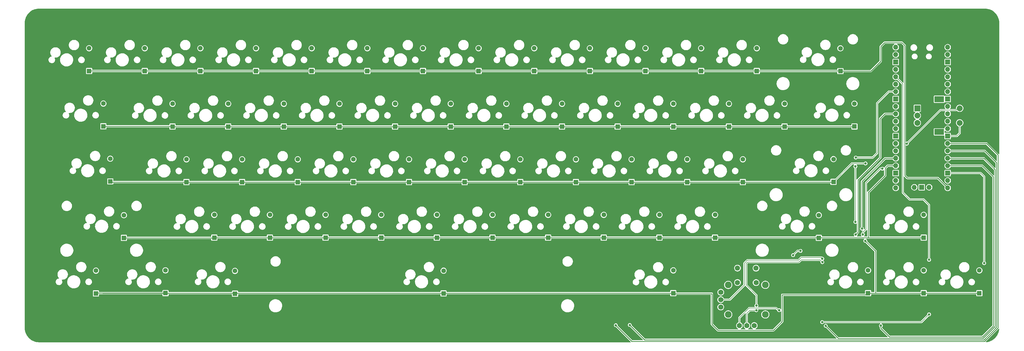
<source format=gbr>
G04 #@! TF.GenerationSoftware,KiCad,Pcbnew,7.0.6*
G04 #@! TF.CreationDate,2023-09-08T00:08:35-07:00*
G04 #@! TF.ProjectId,keyjoy,6b65796a-6f79-42e6-9b69-6361645f7063,rev?*
G04 #@! TF.SameCoordinates,Original*
G04 #@! TF.FileFunction,Copper,L1,Top*
G04 #@! TF.FilePolarity,Positive*
%FSLAX46Y46*%
G04 Gerber Fmt 4.6, Leading zero omitted, Abs format (unit mm)*
G04 Created by KiCad (PCBNEW 7.0.6) date 2023-09-08 00:08:35*
%MOMM*%
%LPD*%
G01*
G04 APERTURE LIST*
G04 #@! TA.AperFunction,ComponentPad*
%ADD10R,1.600000X1.600000*%
G04 #@! TD*
G04 #@! TA.AperFunction,ComponentPad*
%ADD11C,1.600000*%
G04 #@! TD*
G04 #@! TA.AperFunction,ComponentPad*
%ADD12C,1.778000*%
G04 #@! TD*
G04 #@! TA.AperFunction,ComponentPad*
%ADD13C,2.286000*%
G04 #@! TD*
G04 #@! TA.AperFunction,ComponentPad*
%ADD14R,2.000000X2.000000*%
G04 #@! TD*
G04 #@! TA.AperFunction,ComponentPad*
%ADD15C,2.000000*%
G04 #@! TD*
G04 #@! TA.AperFunction,ComponentPad*
%ADD16R,3.200000X2.000000*%
G04 #@! TD*
G04 #@! TA.AperFunction,ComponentPad*
%ADD17O,1.700000X1.700000*%
G04 #@! TD*
G04 #@! TA.AperFunction,ComponentPad*
%ADD18R,1.700000X1.700000*%
G04 #@! TD*
G04 #@! TA.AperFunction,ViaPad*
%ADD19C,0.800000*%
G04 #@! TD*
G04 #@! TA.AperFunction,Conductor*
%ADD20C,0.200000*%
G04 #@! TD*
G04 #@! TA.AperFunction,Conductor*
%ADD21C,0.250000*%
G04 #@! TD*
G04 APERTURE END LIST*
D10*
X252347590Y-230352334D03*
D11*
X252347590Y-222552334D03*
D10*
X290447590Y-230352334D03*
D11*
X290447590Y-222552334D03*
D10*
X299972590Y-211302334D03*
D11*
X299972590Y-203502334D03*
D10*
X190435090Y-173202334D03*
D11*
X190435090Y-165402334D03*
D10*
X204722590Y-211302334D03*
D11*
X204722590Y-203502334D03*
D10*
X319022590Y-211302334D03*
D11*
X319022590Y-203502334D03*
D10*
X333310090Y-192252334D03*
D11*
X333310090Y-184452334D03*
D12*
X393391235Y-240824521D03*
X399741235Y-240844321D03*
X393391235Y-245764521D03*
X399751235Y-245784521D03*
X394041235Y-260514521D03*
X396581235Y-260534521D03*
X399121235Y-260514521D03*
D13*
X390216235Y-246574521D03*
X390216235Y-256704521D03*
X402916235Y-256719321D03*
X402916235Y-246559321D03*
D12*
X387676235Y-249099321D03*
X387661235Y-251624521D03*
X387661235Y-254164521D03*
D10*
X457135090Y-249402334D03*
D11*
X457135090Y-241602334D03*
D10*
X476185090Y-249402334D03*
D11*
X476185090Y-241602334D03*
D10*
X399985090Y-173202334D03*
D11*
X399985090Y-165402334D03*
D10*
X328547590Y-230352334D03*
D11*
X328547590Y-222552334D03*
D10*
X266635090Y-173202334D03*
D11*
X266635090Y-165402334D03*
D10*
X233297590Y-230352334D03*
D11*
X233297590Y-222552334D03*
D10*
X366647590Y-230352334D03*
D11*
X366647590Y-222552334D03*
D10*
X228535090Y-173202334D03*
D11*
X228535090Y-165402334D03*
D10*
X285685090Y-173202334D03*
D11*
X285685090Y-165402334D03*
D10*
X309497590Y-230352334D03*
D11*
X309497590Y-222552334D03*
D10*
X371410090Y-249402334D03*
D11*
X371410090Y-241602334D03*
D10*
X395222590Y-211302334D03*
D11*
X395222590Y-203502334D03*
D10*
X347597590Y-230352334D03*
D11*
X347597590Y-222552334D03*
D10*
X271397590Y-230352334D03*
D11*
X271397590Y-222552334D03*
D10*
X457135090Y-230352334D03*
D11*
X457135090Y-222552334D03*
D10*
X323785090Y-173202334D03*
D11*
X323785090Y-165402334D03*
D10*
X171385090Y-173202334D03*
D11*
X171385090Y-165402334D03*
D14*
X454961348Y-186000862D03*
D15*
X454961348Y-191000862D03*
X454961348Y-188500862D03*
D16*
X462461348Y-182900862D03*
X462461348Y-194100862D03*
D15*
X469461348Y-191000862D03*
X469461348Y-186000862D03*
D10*
X257110090Y-192252334D03*
D11*
X257110090Y-184452334D03*
D10*
X371410090Y-192252334D03*
D11*
X371410090Y-184452334D03*
D10*
X219010090Y-192252334D03*
D11*
X219010090Y-184452334D03*
D10*
X295210090Y-192252334D03*
D11*
X295210090Y-184452334D03*
D10*
X338072590Y-211302334D03*
D11*
X338072590Y-203502334D03*
D10*
X361885090Y-173202334D03*
D11*
X361885090Y-165402334D03*
D10*
X280922590Y-211302334D03*
D11*
X280922590Y-203502334D03*
D10*
X357122590Y-211302334D03*
D11*
X357122590Y-203502334D03*
D10*
X214247590Y-230352334D03*
D11*
X214247590Y-222552334D03*
D10*
X342835090Y-173202334D03*
D11*
X342835090Y-165402334D03*
D10*
X247585090Y-173202334D03*
D11*
X247585090Y-165402334D03*
D10*
X385697590Y-230352334D03*
D11*
X385697590Y-222552334D03*
D10*
X223772590Y-211302334D03*
D11*
X223772590Y-203502334D03*
D10*
X352360090Y-192252334D03*
D11*
X352360090Y-184452334D03*
D10*
X261872590Y-211302334D03*
D11*
X261872590Y-203502334D03*
D10*
X390460090Y-192252334D03*
D11*
X390460090Y-184452334D03*
D10*
X438085090Y-249402334D03*
D11*
X438085090Y-241602334D03*
D10*
X314260090Y-192252334D03*
D11*
X314260090Y-184452334D03*
D10*
X199960090Y-192252334D03*
D11*
X199960090Y-184452334D03*
D10*
X376172590Y-211302334D03*
D11*
X376172590Y-203502334D03*
D10*
X238060090Y-192252334D03*
D11*
X238060090Y-184452334D03*
D10*
X304735090Y-173202334D03*
D11*
X304735090Y-165402334D03*
D10*
X209485090Y-173202334D03*
D11*
X209485090Y-165402334D03*
D10*
X242822590Y-211302334D03*
D11*
X242822590Y-203502334D03*
D10*
X409510090Y-192252334D03*
D11*
X409510090Y-184452334D03*
D10*
X276160090Y-192252334D03*
D11*
X276160090Y-184452334D03*
D10*
X380935090Y-173202334D03*
D11*
X380935090Y-165402334D03*
D10*
X428622763Y-173239635D03*
D11*
X428622763Y-165439635D03*
D10*
X433428817Y-192219003D03*
D11*
X433428817Y-184419003D03*
D10*
X197534122Y-249389286D03*
D11*
X197534122Y-241589286D03*
D10*
X183298640Y-230471413D03*
D11*
X183298640Y-222671413D03*
D10*
X421229467Y-230457573D03*
D11*
X421229467Y-222657573D03*
D10*
X173734708Y-249487226D03*
D11*
X173734708Y-241687226D03*
D10*
X176274940Y-192176878D03*
D11*
X176274940Y-184376878D03*
D10*
X292759326Y-249511273D03*
D11*
X292759326Y-241711273D03*
D17*
X465355420Y-165062046D03*
X465355420Y-167602046D03*
D18*
X465355420Y-170142046D03*
D17*
X465355420Y-172682046D03*
X465355420Y-175222046D03*
X465355420Y-177762046D03*
X465355420Y-180302046D03*
D18*
X465355420Y-182842046D03*
D17*
X465355420Y-185382046D03*
X465355420Y-187922046D03*
X465355420Y-190462046D03*
X465355420Y-193002046D03*
D18*
X465355420Y-195542046D03*
D17*
X465355420Y-198082046D03*
X465355420Y-200622046D03*
X465355420Y-203162046D03*
X465355420Y-205702046D03*
D18*
X465355420Y-208242046D03*
D17*
X465355420Y-210782046D03*
X465355420Y-213322046D03*
X447575420Y-213322046D03*
X447575420Y-210782046D03*
D18*
X447575420Y-208242046D03*
D17*
X447575420Y-205702046D03*
X447575420Y-203162046D03*
X447575420Y-200622046D03*
X447575420Y-198082046D03*
D18*
X447575420Y-195542046D03*
D17*
X447575420Y-193002046D03*
X447575420Y-190462046D03*
X447575420Y-187922046D03*
X447575420Y-185382046D03*
D18*
X447575420Y-182842046D03*
D17*
X447575420Y-180302046D03*
X447575420Y-177762046D03*
X447575420Y-175222046D03*
X447575420Y-172682046D03*
D18*
X447575420Y-170142046D03*
D17*
X447575420Y-167602046D03*
X447575420Y-165062046D03*
X459005420Y-213092046D03*
D18*
X456465420Y-213092046D03*
D17*
X453925420Y-213092046D03*
D10*
X178632497Y-211093286D03*
D11*
X178632497Y-203293286D03*
D10*
X426248888Y-211242680D03*
D11*
X426248888Y-203442680D03*
D10*
X221333537Y-249578170D03*
D11*
X221333537Y-241778170D03*
D19*
X414972993Y-234923393D03*
X412417226Y-236378502D03*
X433750099Y-205948203D03*
X433744271Y-224970326D03*
X433871558Y-202900848D03*
X437220178Y-204919110D03*
X399833588Y-255277268D03*
X477831591Y-239115289D03*
X458971576Y-256691151D03*
X458971278Y-237960126D03*
X356510874Y-260336811D03*
X436295625Y-229291367D03*
X399859494Y-253720071D03*
X351722987Y-260420871D03*
X442489791Y-260557690D03*
X407636597Y-255256908D03*
X437129667Y-231464561D03*
X436017347Y-227303857D03*
X422369568Y-259349400D03*
X442986466Y-206719335D03*
X451349925Y-198129009D03*
X422445669Y-238782218D03*
X423586099Y-260624889D03*
X422419015Y-237583623D03*
X433849492Y-229293445D03*
D20*
X412417226Y-236378502D02*
X413872335Y-234923393D01*
X413872335Y-234923393D02*
X414972993Y-234923393D01*
X433744271Y-224970326D02*
X433744271Y-205954031D01*
X433744271Y-205954031D02*
X433750099Y-205948203D01*
X433900733Y-202930023D02*
X433871558Y-202900848D01*
X437289003Y-202930023D02*
X433900733Y-202930023D01*
X437296256Y-202922770D02*
X437289003Y-202930023D01*
X442104130Y-183325450D02*
X441191577Y-184238003D01*
X441191577Y-201375939D02*
X439644746Y-202922770D01*
X441191577Y-189958939D02*
X441191577Y-201375939D01*
X445127534Y-180302046D02*
X442104130Y-183325450D01*
X439644746Y-202922770D02*
X437296256Y-202922770D01*
X447575420Y-180302046D02*
X445127534Y-180302046D01*
X441191577Y-184238003D02*
X441191577Y-189958939D01*
X437220178Y-204919110D02*
X432572458Y-204919110D01*
X432572458Y-204919110D02*
X426248888Y-211242680D01*
D21*
X444776132Y-205702046D02*
X447575420Y-205702046D01*
X443964045Y-209067062D02*
X443964045Y-206514133D01*
X438160372Y-214870735D02*
X443964045Y-209067062D01*
X443964045Y-206514133D02*
X444776132Y-205702046D01*
X438160372Y-230352334D02*
X438160372Y-214870735D01*
X443941351Y-203162046D02*
X447575420Y-203162046D01*
X436017347Y-211086050D02*
X443941351Y-203162046D01*
X436017347Y-227303857D02*
X436017347Y-211086050D01*
X481589494Y-207026068D02*
X477725472Y-203162046D01*
D20*
X396363189Y-239201631D02*
X396810915Y-238753905D01*
D21*
X178841545Y-211302334D02*
X178632497Y-211093286D01*
X440646179Y-234981073D02*
X437129667Y-231464561D01*
X447575420Y-187922046D02*
X443865642Y-187922046D01*
X408705637Y-259134158D02*
X408705637Y-249973272D01*
X449684700Y-163470960D02*
X450662868Y-164449128D01*
X443865642Y-187922046D02*
X443101863Y-188685825D01*
X442220404Y-189567284D02*
X442220404Y-201320082D01*
D20*
X437390840Y-227474816D02*
X437390840Y-211587548D01*
D21*
X450662868Y-209073030D02*
X451512847Y-209923009D01*
D20*
X407384752Y-255256908D02*
X407636597Y-255256908D01*
D21*
X442220404Y-201320082D02*
X442220404Y-202988170D01*
D20*
X415180024Y-237973828D02*
X421637279Y-237973828D01*
X436295625Y-228570031D02*
X437352755Y-227512901D01*
D21*
X477281797Y-264396003D02*
X480981753Y-260696047D01*
X204722590Y-211302334D02*
X426189234Y-211302334D01*
X439039096Y-173239635D02*
X442446403Y-169832328D01*
D20*
X451349925Y-198129009D02*
X462838219Y-186640715D01*
D21*
X478684651Y-198082046D02*
X465355420Y-198082046D01*
D20*
X437352755Y-227512901D02*
X437390840Y-227474816D01*
D21*
X477177714Y-205702046D02*
X465355420Y-205702046D01*
X440646179Y-249402334D02*
X476185090Y-249402334D01*
D20*
X414399947Y-238753905D02*
X415180024Y-237973828D01*
D21*
X480981753Y-209506085D02*
X477177714Y-205702046D01*
D20*
X458992738Y-256678283D02*
X458984444Y-256678283D01*
X449986155Y-214941602D02*
X449986155Y-177632781D01*
D21*
X371410090Y-249402334D02*
X371603259Y-249595503D01*
D20*
X396810915Y-238753905D02*
X414399947Y-238753905D01*
D21*
X423586099Y-260624889D02*
X427881466Y-264920256D01*
D20*
X415200839Y-237179360D02*
X422014752Y-237179360D01*
D21*
X482586534Y-261277842D02*
X482586534Y-201983929D01*
X478036128Y-200622046D02*
X465355420Y-200622046D01*
D20*
X469461348Y-194561181D02*
X468480483Y-195542046D01*
D21*
X438160372Y-230352334D02*
X457135090Y-230352334D01*
D20*
X394041235Y-257834022D02*
X394414700Y-257460557D01*
D21*
X214247590Y-230352334D02*
X214128511Y-230471413D01*
X482108913Y-204694831D02*
X478036128Y-200622046D01*
X440646179Y-249402334D02*
X440646179Y-234981073D01*
X428622763Y-173239635D02*
X439039096Y-173239635D01*
X199960090Y-192252334D02*
X433395486Y-192252334D01*
D20*
X468480483Y-195542046D02*
X465355420Y-195542046D01*
D21*
X437514152Y-249973272D02*
X438085090Y-249402334D01*
X477460855Y-264920256D02*
X481589494Y-260791617D01*
X357242604Y-265940488D02*
X477923888Y-265940488D01*
X438085090Y-249402334D02*
X440646179Y-249402334D01*
D20*
X422369568Y-259349400D02*
X456321621Y-259349400D01*
X477831591Y-239115289D02*
X477831591Y-209434228D01*
D21*
X384622896Y-249595503D02*
X384622896Y-260078579D01*
X443770854Y-163470960D02*
X449684700Y-163470960D01*
X204722590Y-211302334D02*
X178841545Y-211302334D01*
X441003150Y-204205424D02*
X434638448Y-210570126D01*
D20*
X452315728Y-217271175D02*
X449986155Y-214941602D01*
X399859494Y-253720071D02*
X399859494Y-250083795D01*
X396363189Y-246587490D02*
X396363189Y-239201631D01*
D21*
X442489791Y-261453142D02*
X445432652Y-264396003D01*
D20*
X476639409Y-208242046D02*
X465355420Y-208242046D01*
D21*
X461956383Y-209923009D02*
X465355420Y-213322046D01*
D20*
X449986155Y-177632781D02*
X447575420Y-175222046D01*
D21*
X434638448Y-210570126D02*
X434638448Y-214613334D01*
X445432652Y-264396003D02*
X477281797Y-264396003D01*
D20*
X436295625Y-229291367D02*
X436295625Y-228570031D01*
X396713503Y-238140105D02*
X414240094Y-238140105D01*
D21*
X477923888Y-265940488D02*
X482586534Y-261277842D01*
X405689415Y-262150380D02*
X408705637Y-259134158D01*
D20*
X421637279Y-237973828D02*
X422445669Y-238782218D01*
D21*
X442489791Y-260557690D02*
X442489791Y-261453142D01*
D20*
X437390840Y-211587548D02*
X442259053Y-206719335D01*
D21*
X443101863Y-188685825D02*
X442220404Y-189567284D01*
D20*
X422014752Y-237179360D02*
X422419015Y-237583623D01*
D21*
X442446403Y-169832328D02*
X442446403Y-164795411D01*
D20*
X395773747Y-239079861D02*
X396713503Y-238140105D01*
D21*
X171388423Y-173199001D02*
X428582129Y-173199001D01*
X408705637Y-249973272D02*
X437514152Y-249973272D01*
X199884634Y-192176878D02*
X176274940Y-192176878D01*
X214247590Y-230352334D02*
X438160372Y-230352334D01*
X482108913Y-261074574D02*
X482108913Y-204694831D01*
X356510874Y-260336811D02*
X361610859Y-265436796D01*
X434638448Y-214613334D02*
X434638448Y-228504489D01*
X482586534Y-201983929D02*
X478684651Y-198082046D01*
X434638448Y-228504489D02*
X433849492Y-229293445D01*
D20*
X458984444Y-256678283D02*
X458971576Y-256691151D01*
D21*
X481589494Y-260791617D02*
X481589494Y-207026068D01*
D20*
X399859494Y-250083795D02*
X396363189Y-246587490D01*
X458971278Y-219141658D02*
X457100795Y-217271175D01*
D21*
X477725472Y-203162046D02*
X465355420Y-203162046D01*
X384622896Y-260078579D02*
X386694697Y-262150380D01*
D20*
X397464374Y-255445165D02*
X397632271Y-255277268D01*
D21*
X176062078Y-249402334D02*
X176020459Y-249443953D01*
X480981753Y-260696047D02*
X480981753Y-209506085D01*
D20*
X442259053Y-206719335D02*
X442986466Y-206719335D01*
X397310925Y-254564332D02*
X406692176Y-254564332D01*
X390709838Y-251624521D02*
X395773747Y-246560612D01*
D21*
X351722987Y-260420871D02*
X357242604Y-265940488D01*
D20*
X394414700Y-257460557D02*
X397310925Y-254564332D01*
D21*
X386694697Y-262150380D02*
X405689415Y-262150380D01*
D20*
X456321621Y-259349400D02*
X458992738Y-256678283D01*
X387661235Y-251624521D02*
X390709838Y-251624521D01*
X414240094Y-238140105D02*
X415200839Y-237179360D01*
D21*
X433395486Y-192252334D02*
X433428817Y-192219003D01*
X361610859Y-265436796D02*
X477746691Y-265436796D01*
D20*
X397632271Y-255277268D02*
X399833588Y-255277268D01*
X468869435Y-186000862D02*
X469461348Y-186000862D01*
D21*
X428582129Y-173199001D02*
X428622763Y-173239635D01*
X199960090Y-192252334D02*
X199884634Y-192176878D01*
X451512847Y-209923009D02*
X461956383Y-209923009D01*
D20*
X458971278Y-237960126D02*
X458971278Y-219141658D01*
D21*
X442446403Y-164795411D02*
X443770854Y-163470960D01*
X214128511Y-230471413D02*
X183298640Y-230471413D01*
D20*
X394041235Y-260514521D02*
X394041235Y-257834022D01*
X395773747Y-246560612D02*
X395773747Y-239079861D01*
D21*
X171385090Y-173202334D02*
X171388423Y-173199001D01*
X371410090Y-249402334D02*
X176062078Y-249402334D01*
D20*
X477831591Y-209434228D02*
X476639409Y-208242046D01*
X469461348Y-191000862D02*
X469461348Y-194561181D01*
X468229582Y-186640715D02*
X468869435Y-186000862D01*
X396581235Y-260534521D02*
X396581235Y-256328304D01*
D21*
X173832648Y-249389286D02*
X197534122Y-249389286D01*
X450662868Y-164449128D02*
X450662868Y-209073030D01*
X477746691Y-265436796D02*
X482108913Y-261074574D01*
D20*
X457100795Y-217271175D02*
X452315728Y-217271175D01*
D21*
X442220404Y-202988170D02*
X441003150Y-204205424D01*
X426189234Y-211302334D02*
X426248888Y-211242680D01*
D20*
X406692176Y-254564332D02*
X407384752Y-255256908D01*
X396581235Y-256328304D02*
X397464374Y-255445165D01*
X462838219Y-186640715D02*
X468229582Y-186640715D01*
D21*
X427881466Y-264920256D02*
X477460855Y-264920256D01*
X173734708Y-249487226D02*
X173832648Y-249389286D01*
X371603259Y-249595503D02*
X384622896Y-249595503D01*
G04 #@! TA.AperFunction,NonConductor*
G36*
X482902136Y-261597441D02*
G01*
X482958972Y-261639988D01*
X482983783Y-261706508D01*
X482983984Y-261720993D01*
X482981062Y-261787917D01*
X482980583Y-261793395D01*
X482925507Y-262211710D01*
X482924552Y-262217125D01*
X482833230Y-262629043D01*
X482831807Y-262634355D01*
X482704929Y-263036749D01*
X482703049Y-263041916D01*
X482541582Y-263431728D01*
X482539258Y-263436712D01*
X482344441Y-263810952D01*
X482341691Y-263815714D01*
X482114993Y-264171558D01*
X482111839Y-264176063D01*
X481854982Y-264510808D01*
X481851448Y-264515020D01*
X481566412Y-264826084D01*
X481562524Y-264829972D01*
X481251443Y-265115028D01*
X481247231Y-265118562D01*
X480912502Y-265375412D01*
X480907998Y-265378566D01*
X480552148Y-265605271D01*
X480547386Y-265608020D01*
X480173142Y-265802844D01*
X480168159Y-265805168D01*
X479778355Y-265966635D01*
X479773188Y-265968516D01*
X479370794Y-266095396D01*
X479365483Y-266096819D01*
X478953564Y-266188146D01*
X478948149Y-266189101D01*
X478529834Y-266244180D01*
X478524356Y-266244659D01*
X478457395Y-266247583D01*
X478388466Y-266230572D01*
X478339677Y-266178995D01*
X478326517Y-266109229D01*
X478353165Y-266043423D01*
X478362794Y-266032617D01*
X482769011Y-261626400D01*
X482831321Y-261592376D01*
X482902136Y-261597441D01*
G37*
G04 #@! TD.AperFunction*
G04 #@! TA.AperFunction,NonConductor*
G36*
X478524360Y-151817539D02*
G01*
X478529834Y-151818017D01*
X478948156Y-151873090D01*
X478953566Y-151874044D01*
X479365486Y-151965364D01*
X479370790Y-151966785D01*
X479773211Y-152093668D01*
X479778350Y-152095539D01*
X480168133Y-152256991D01*
X480168172Y-152257007D01*
X480173140Y-152259323D01*
X480547417Y-152454160D01*
X480552156Y-152456897D01*
X480907985Y-152683585D01*
X480908003Y-152683596D01*
X480912507Y-152686750D01*
X481247244Y-152943602D01*
X481251456Y-152947137D01*
X481562536Y-153232190D01*
X481566424Y-153236078D01*
X481851466Y-153547148D01*
X481855001Y-153551360D01*
X482111849Y-153886090D01*
X482115003Y-153890595D01*
X482341704Y-154246446D01*
X482344453Y-154251208D01*
X482539270Y-154625448D01*
X482541594Y-154630432D01*
X482703060Y-155020248D01*
X482704941Y-155025415D01*
X482831813Y-155427806D01*
X482833236Y-155433118D01*
X482924555Y-155845035D01*
X482925510Y-155850450D01*
X482980581Y-156268767D01*
X482981060Y-156274245D01*
X482999589Y-156698660D01*
X482999589Y-201561756D01*
X482979587Y-201629877D01*
X482925931Y-201676370D01*
X482855657Y-201686474D01*
X482791077Y-201656980D01*
X482784494Y-201650851D01*
X478986947Y-197853304D01*
X478970560Y-197833126D01*
X478964734Y-197824209D01*
X478960597Y-197820989D01*
X478936762Y-197802438D01*
X478930919Y-197797276D01*
X478928169Y-197794526D01*
X478928167Y-197794524D01*
X478909155Y-197780951D01*
X478909154Y-197780951D01*
X478865840Y-197747237D01*
X478865837Y-197747236D01*
X478865835Y-197747234D01*
X478858928Y-197743496D01*
X478851851Y-197740036D01*
X478799247Y-197724375D01*
X478799247Y-197724374D01*
X478747311Y-197706546D01*
X478747310Y-197706546D01*
X478747307Y-197706545D01*
X478739565Y-197705253D01*
X478731738Y-197704277D01*
X478676895Y-197706546D01*
X466475844Y-197706546D01*
X466407723Y-197686544D01*
X466363054Y-197636710D01*
X466295093Y-197500225D01*
X466252134Y-197443338D01*
X466172185Y-197337467D01*
X466021460Y-197200064D01*
X466021459Y-197200063D01*
X465848068Y-197092704D01*
X465848061Y-197092700D01*
X465848057Y-197092698D01*
X465731552Y-197047564D01*
X465657877Y-197019022D01*
X465591049Y-197006529D01*
X465457396Y-196981546D01*
X465253444Y-196981546D01*
X465153203Y-197000284D01*
X465052962Y-197019022D01*
X464905609Y-197076106D01*
X464862783Y-197092698D01*
X464862782Y-197092698D01*
X464862781Y-197092699D01*
X464862771Y-197092704D01*
X464689380Y-197200063D01*
X464689379Y-197200064D01*
X464538654Y-197337467D01*
X464415749Y-197500221D01*
X464324836Y-197682800D01*
X464269023Y-197878961D01*
X464250205Y-198082046D01*
X464269023Y-198285130D01*
X464324836Y-198481291D01*
X464324837Y-198481293D01*
X464324838Y-198481296D01*
X464415747Y-198663867D01*
X464415748Y-198663868D01*
X464415749Y-198663870D01*
X464538654Y-198826624D01*
X464689379Y-198964027D01*
X464689380Y-198964028D01*
X464862771Y-199071387D01*
X464862774Y-199071388D01*
X464862783Y-199071394D01*
X465052964Y-199145070D01*
X465253444Y-199182546D01*
X465253446Y-199182546D01*
X465457394Y-199182546D01*
X465457396Y-199182546D01*
X465657876Y-199145070D01*
X465848057Y-199071394D01*
X466021461Y-198964027D01*
X466172184Y-198826625D01*
X466295093Y-198663867D01*
X466363054Y-198527381D01*
X466411322Y-198475320D01*
X466475844Y-198457546D01*
X478476924Y-198457546D01*
X478545045Y-198477548D01*
X478566019Y-198494451D01*
X482174129Y-202102561D01*
X482208155Y-202164873D01*
X482211034Y-202191656D01*
X482211034Y-203961724D01*
X482191032Y-204029845D01*
X482137376Y-204076338D01*
X482067102Y-204086442D01*
X482002522Y-204056948D01*
X481995939Y-204050819D01*
X478338424Y-200393304D01*
X478322037Y-200373126D01*
X478316211Y-200364209D01*
X478312074Y-200360989D01*
X478288239Y-200342438D01*
X478282396Y-200337276D01*
X478279646Y-200334526D01*
X478279644Y-200334524D01*
X478260632Y-200320951D01*
X478217317Y-200287237D01*
X478217314Y-200287236D01*
X478217312Y-200287234D01*
X478210405Y-200283496D01*
X478203328Y-200280036D01*
X478150724Y-200264375D01*
X478098788Y-200246546D01*
X478098787Y-200246546D01*
X478098784Y-200246545D01*
X478091042Y-200245253D01*
X478083215Y-200244277D01*
X478028372Y-200246546D01*
X466475844Y-200246546D01*
X466407723Y-200226544D01*
X466363054Y-200176710D01*
X466295093Y-200040225D01*
X466295090Y-200040221D01*
X466172185Y-199877467D01*
X466021460Y-199740064D01*
X466021459Y-199740063D01*
X465848068Y-199632704D01*
X465848061Y-199632700D01*
X465848057Y-199632698D01*
X465731552Y-199587564D01*
X465657877Y-199559022D01*
X465591049Y-199546529D01*
X465457396Y-199521546D01*
X465253444Y-199521546D01*
X465153203Y-199540284D01*
X465052962Y-199559022D01*
X464905609Y-199616106D01*
X464862783Y-199632698D01*
X464862782Y-199632698D01*
X464862781Y-199632699D01*
X464862771Y-199632704D01*
X464689380Y-199740063D01*
X464689379Y-199740064D01*
X464538654Y-199877467D01*
X464415749Y-200040221D01*
X464324836Y-200222800D01*
X464269023Y-200418961D01*
X464250205Y-200622046D01*
X464269023Y-200825130D01*
X464324836Y-201021291D01*
X464324837Y-201021293D01*
X464324838Y-201021296D01*
X464415747Y-201203867D01*
X464415748Y-201203868D01*
X464415749Y-201203870D01*
X464538654Y-201366624D01*
X464689379Y-201504027D01*
X464689380Y-201504028D01*
X464862771Y-201611387D01*
X464862774Y-201611388D01*
X464862783Y-201611394D01*
X465052964Y-201685070D01*
X465253444Y-201722546D01*
X465253446Y-201722546D01*
X465457394Y-201722546D01*
X465457396Y-201722546D01*
X465657876Y-201685070D01*
X465848057Y-201611394D01*
X466021461Y-201504027D01*
X466172184Y-201366625D01*
X466202052Y-201327074D01*
X466220817Y-201302224D01*
X466295093Y-201203867D01*
X466363054Y-201067381D01*
X466411322Y-201015320D01*
X466475844Y-200997546D01*
X477828401Y-200997546D01*
X477896522Y-201017548D01*
X477917496Y-201034451D01*
X481696508Y-204813463D01*
X481730534Y-204875775D01*
X481733413Y-204902558D01*
X481733413Y-206334758D01*
X481713411Y-206402879D01*
X481659755Y-206449372D01*
X481589481Y-206459476D01*
X481524901Y-206429982D01*
X481518318Y-206423853D01*
X478027768Y-202933304D01*
X478011381Y-202913126D01*
X478005555Y-202904209D01*
X478001231Y-202900844D01*
X477977583Y-202882438D01*
X477971740Y-202877276D01*
X477968990Y-202874526D01*
X477968988Y-202874524D01*
X477949976Y-202860951D01*
X477943913Y-202856232D01*
X477906661Y-202827237D01*
X477906658Y-202827236D01*
X477906656Y-202827234D01*
X477899749Y-202823496D01*
X477892672Y-202820036D01*
X477840068Y-202804375D01*
X477829281Y-202800672D01*
X477788132Y-202786546D01*
X477788131Y-202786546D01*
X477788128Y-202786545D01*
X477780386Y-202785253D01*
X477772559Y-202784277D01*
X477717716Y-202786546D01*
X466475844Y-202786546D01*
X466407723Y-202766544D01*
X466363054Y-202716710D01*
X466295093Y-202580225D01*
X466268786Y-202545389D01*
X466172185Y-202417467D01*
X466021460Y-202280064D01*
X466021459Y-202280063D01*
X465848068Y-202172704D01*
X465848061Y-202172700D01*
X465848057Y-202172698D01*
X465731553Y-202127564D01*
X465657877Y-202099022D01*
X465591049Y-202086529D01*
X465457396Y-202061546D01*
X465253444Y-202061546D01*
X465153203Y-202080284D01*
X465052962Y-202099022D01*
X464948565Y-202139466D01*
X464862783Y-202172698D01*
X464862782Y-202172698D01*
X464862781Y-202172699D01*
X464862771Y-202172704D01*
X464689380Y-202280063D01*
X464689379Y-202280064D01*
X464538654Y-202417467D01*
X464415749Y-202580221D01*
X464324836Y-202762800D01*
X464269023Y-202958961D01*
X464260510Y-203050830D01*
X464250205Y-203162046D01*
X464256916Y-203234474D01*
X464269023Y-203365130D01*
X464324836Y-203561291D01*
X464324837Y-203561293D01*
X464324838Y-203561296D01*
X464415747Y-203743867D01*
X464415748Y-203743868D01*
X464415749Y-203743870D01*
X464538654Y-203906624D01*
X464689379Y-204044027D01*
X464689380Y-204044028D01*
X464862771Y-204151387D01*
X464862774Y-204151388D01*
X464862783Y-204151394D01*
X465052964Y-204225070D01*
X465253444Y-204262546D01*
X465253446Y-204262546D01*
X465457394Y-204262546D01*
X465457396Y-204262546D01*
X465657876Y-204225070D01*
X465848057Y-204151394D01*
X466021461Y-204044027D01*
X466172184Y-203906625D01*
X466172439Y-203906288D01*
X466220817Y-203842224D01*
X466295093Y-203743867D01*
X466363054Y-203607381D01*
X466411322Y-203555320D01*
X466475844Y-203537546D01*
X477517745Y-203537546D01*
X477585866Y-203557548D01*
X477606840Y-203574451D01*
X481177090Y-207144701D01*
X481211115Y-207207011D01*
X481213994Y-207233794D01*
X481213994Y-208903098D01*
X481193992Y-208971219D01*
X481140336Y-209017712D01*
X481070062Y-209027816D01*
X481005482Y-208998322D01*
X480998899Y-208992193D01*
X477480010Y-205473304D01*
X477463623Y-205453126D01*
X477457797Y-205444209D01*
X477453660Y-205440989D01*
X477429825Y-205422438D01*
X477423982Y-205417276D01*
X477421232Y-205414526D01*
X477421230Y-205414524D01*
X477402218Y-205400951D01*
X477396860Y-205396781D01*
X477358903Y-205367237D01*
X477358900Y-205367236D01*
X477358898Y-205367234D01*
X477351991Y-205363496D01*
X477344914Y-205360036D01*
X477292310Y-205344375D01*
X477281523Y-205340672D01*
X477240374Y-205326546D01*
X477240373Y-205326546D01*
X477240370Y-205326545D01*
X477232628Y-205325253D01*
X477224801Y-205324277D01*
X477169958Y-205326546D01*
X466475844Y-205326546D01*
X466407723Y-205306544D01*
X466363054Y-205256710D01*
X466295093Y-205120225D01*
X466268786Y-205085389D01*
X466172185Y-204957467D01*
X466021460Y-204820064D01*
X466021459Y-204820063D01*
X465848068Y-204712704D01*
X465848061Y-204712700D01*
X465848057Y-204712698D01*
X465731553Y-204667564D01*
X465657877Y-204639022D01*
X465591049Y-204626529D01*
X465457396Y-204601546D01*
X465253444Y-204601546D01*
X465153203Y-204620284D01*
X465052962Y-204639022D01*
X464956518Y-204676385D01*
X464862783Y-204712698D01*
X464862782Y-204712698D01*
X464862781Y-204712699D01*
X464862771Y-204712704D01*
X464689380Y-204820063D01*
X464689379Y-204820064D01*
X464538654Y-204957467D01*
X464415749Y-205120221D01*
X464324836Y-205302800D01*
X464269023Y-205498961D01*
X464250205Y-205702045D01*
X464269023Y-205905130D01*
X464324836Y-206101291D01*
X464324837Y-206101293D01*
X464324838Y-206101296D01*
X464415747Y-206283867D01*
X464415748Y-206283868D01*
X464415749Y-206283870D01*
X464538654Y-206446624D01*
X464689379Y-206584027D01*
X464689380Y-206584028D01*
X464862771Y-206691387D01*
X464862774Y-206691388D01*
X464862783Y-206691394D01*
X465052964Y-206765070D01*
X465253444Y-206802546D01*
X465253446Y-206802546D01*
X465457394Y-206802546D01*
X465457396Y-206802546D01*
X465657876Y-206765070D01*
X465848057Y-206691394D01*
X466021461Y-206584027D01*
X466172184Y-206446625D01*
X466184635Y-206430138D01*
X466220048Y-206383243D01*
X466295093Y-206283867D01*
X466363054Y-206147381D01*
X466411322Y-206095320D01*
X466475844Y-206077546D01*
X476969987Y-206077546D01*
X477038108Y-206097548D01*
X477059082Y-206114451D01*
X480569348Y-209624717D01*
X480603374Y-209687029D01*
X480606253Y-209713812D01*
X480606253Y-260488318D01*
X480586251Y-260556439D01*
X480569348Y-260577413D01*
X477163164Y-263983598D01*
X477100852Y-264017624D01*
X477074069Y-264020503D01*
X445640379Y-264020503D01*
X445572258Y-264000501D01*
X445551284Y-263983598D01*
X442902196Y-261334509D01*
X442868170Y-261272197D01*
X442865291Y-261245414D01*
X442865291Y-261150793D01*
X442885293Y-261082672D01*
X442907739Y-261056480D01*
X442980268Y-260992225D01*
X442980274Y-260992220D01*
X443070011Y-260862213D01*
X443126028Y-260714508D01*
X443126028Y-260714507D01*
X443126029Y-260714505D01*
X443145069Y-260557693D01*
X443145069Y-260557686D01*
X443126029Y-260400874D01*
X443101734Y-260336814D01*
X443070011Y-260253167D01*
X443070007Y-260253162D01*
X443070007Y-260253160D01*
X442980274Y-260123160D01*
X442980272Y-260123158D01*
X442862031Y-260018407D01*
X442778163Y-259974389D01*
X442722156Y-259944994D01*
X442722155Y-259944993D01*
X442722152Y-259944992D01*
X442718774Y-259943711D01*
X442716657Y-259942108D01*
X442715407Y-259941452D01*
X442715516Y-259941244D01*
X442662173Y-259900852D01*
X442637729Y-259834196D01*
X442653203Y-259764906D01*
X442703681Y-259714981D01*
X442763456Y-259699900D01*
X456272202Y-259699900D01*
X456298060Y-259702582D01*
X456299472Y-259702878D01*
X456306936Y-259704443D01*
X456339502Y-259700383D01*
X456347293Y-259699900D01*
X456350662Y-259699900D01*
X456372162Y-259696312D01*
X456423010Y-259689974D01*
X456423012Y-259689973D01*
X456423014Y-259689973D01*
X456423015Y-259689972D01*
X456429970Y-259687901D01*
X456430048Y-259687875D01*
X456430120Y-259687853D01*
X456436992Y-259685493D01*
X456437002Y-259685492D01*
X456482065Y-259661104D01*
X456528105Y-259638598D01*
X456528111Y-259638591D01*
X456534025Y-259634369D01*
X456534083Y-259634324D01*
X456534153Y-259634273D01*
X456539871Y-259629822D01*
X456539879Y-259629818D01*
X456574578Y-259592124D01*
X458788985Y-257377715D01*
X458851294Y-257343693D01*
X458884969Y-257342121D01*
X458884969Y-257341651D01*
X459050559Y-257341651D01*
X459050561Y-257341651D01*
X459203941Y-257303847D01*
X459343816Y-257230434D01*
X459462059Y-257125681D01*
X459551796Y-256995674D01*
X459607813Y-256847969D01*
X459607813Y-256847968D01*
X459607814Y-256847966D01*
X459626854Y-256691154D01*
X459626854Y-256691147D01*
X459607814Y-256534335D01*
X459599968Y-256513649D01*
X459551796Y-256386628D01*
X459551792Y-256386623D01*
X459551792Y-256386621D01*
X459462059Y-256256621D01*
X459462057Y-256256619D01*
X459343816Y-256151868D01*
X459203941Y-256078455D01*
X459203937Y-256078453D01*
X459050563Y-256040651D01*
X459050561Y-256040651D01*
X458892591Y-256040651D01*
X458892588Y-256040651D01*
X458739214Y-256078453D01*
X458739210Y-256078455D01*
X458599335Y-256151868D01*
X458481094Y-256256619D01*
X458481092Y-256256621D01*
X458391359Y-256386621D01*
X458391358Y-256386624D01*
X458335337Y-256534335D01*
X458316298Y-256691148D01*
X458316298Y-256691152D01*
X458327081Y-256779959D01*
X458315436Y-256849994D01*
X458291095Y-256884242D01*
X456213344Y-258961995D01*
X456151032Y-258996020D01*
X456124249Y-258998900D01*
X422984182Y-258998900D01*
X422916061Y-258978898D01*
X422880486Y-258944476D01*
X422860051Y-258914870D01*
X422741808Y-258810117D01*
X422601933Y-258736704D01*
X422601929Y-258736702D01*
X422448555Y-258698900D01*
X422448553Y-258698900D01*
X422290583Y-258698900D01*
X422290580Y-258698900D01*
X422137206Y-258736702D01*
X422137202Y-258736704D01*
X421997327Y-258810117D01*
X421879086Y-258914868D01*
X421879084Y-258914870D01*
X421789351Y-259044870D01*
X421789350Y-259044873D01*
X421733329Y-259192584D01*
X421714290Y-259349396D01*
X421714290Y-259349403D01*
X421733329Y-259506215D01*
X421761339Y-259580070D01*
X421789348Y-259653923D01*
X421789349Y-259653925D01*
X421789350Y-259653926D01*
X421789351Y-259653929D01*
X421879084Y-259783929D01*
X421879085Y-259783930D01*
X421997328Y-259888683D01*
X422137203Y-259962096D01*
X422137204Y-259962096D01*
X422137206Y-259962097D01*
X422213893Y-259980998D01*
X422290583Y-259999900D01*
X422290585Y-259999900D01*
X422448551Y-259999900D01*
X422448553Y-259999900D01*
X422601933Y-259962096D01*
X422741808Y-259888683D01*
X422860051Y-259783930D01*
X422880486Y-259754323D01*
X422935643Y-259709625D01*
X422984182Y-259699900D01*
X442216126Y-259699900D01*
X442284247Y-259719902D01*
X442330740Y-259773558D01*
X442340844Y-259843832D01*
X442311350Y-259908412D01*
X442264139Y-259941384D01*
X442264175Y-259941452D01*
X442263641Y-259941731D01*
X442260808Y-259943711D01*
X442257429Y-259944992D01*
X442117550Y-260018407D01*
X441999309Y-260123158D01*
X441999307Y-260123160D01*
X441909574Y-260253160D01*
X441909573Y-260253163D01*
X441909572Y-260253165D01*
X441909571Y-260253167D01*
X441905442Y-260264055D01*
X441853552Y-260400874D01*
X441834513Y-260557686D01*
X441834513Y-260557693D01*
X441853552Y-260714505D01*
X441879038Y-260781704D01*
X441909571Y-260862213D01*
X441909572Y-260862215D01*
X441909573Y-260862216D01*
X441909574Y-260862219D01*
X441999307Y-260992219D01*
X441999313Y-260992225D01*
X442071843Y-261056480D01*
X442109569Y-261116624D01*
X442114291Y-261150793D01*
X442114291Y-261401131D01*
X442111609Y-261426988D01*
X442109423Y-261437409D01*
X442111758Y-261456136D01*
X442113807Y-261472578D01*
X442114291Y-261480367D01*
X442114291Y-261484256D01*
X442118132Y-261507282D01*
X442118133Y-261507282D01*
X442124923Y-261561762D01*
X442127174Y-261569322D01*
X442129724Y-261576750D01*
X442155846Y-261625019D01*
X442179965Y-261674354D01*
X442184546Y-261680769D01*
X442189367Y-261686964D01*
X442229762Y-261724150D01*
X444835272Y-264329661D01*
X444869298Y-264391973D01*
X444864233Y-264462788D01*
X444821686Y-264519624D01*
X444755166Y-264544435D01*
X444746177Y-264544756D01*
X428089193Y-264544756D01*
X428021072Y-264524754D01*
X428000098Y-264507851D01*
X424271305Y-260779058D01*
X424237279Y-260716746D01*
X424235319Y-260674776D01*
X424241377Y-260624889D01*
X424235646Y-260577686D01*
X424222337Y-260468073D01*
X424207392Y-260428668D01*
X424166319Y-260320366D01*
X424166315Y-260320361D01*
X424166315Y-260320359D01*
X424076582Y-260190359D01*
X424076580Y-260190357D01*
X423958339Y-260085606D01*
X423818464Y-260012193D01*
X423818460Y-260012191D01*
X423665086Y-259974389D01*
X423665084Y-259974389D01*
X423507114Y-259974389D01*
X423507111Y-259974389D01*
X423353737Y-260012191D01*
X423353733Y-260012193D01*
X423213858Y-260085606D01*
X423095617Y-260190357D01*
X423095615Y-260190359D01*
X423005882Y-260320359D01*
X423005881Y-260320362D01*
X423005880Y-260320364D01*
X423005879Y-260320366D01*
X422999641Y-260336814D01*
X422949860Y-260468073D01*
X422930821Y-260624885D01*
X422930821Y-260624892D01*
X422949860Y-260781704D01*
X422977810Y-260855400D01*
X423005879Y-260929412D01*
X423005880Y-260929414D01*
X423005881Y-260929415D01*
X423005882Y-260929418D01*
X423095615Y-261059418D01*
X423095617Y-261059420D01*
X423131685Y-261091373D01*
X423213859Y-261164172D01*
X423353734Y-261237585D01*
X423353735Y-261237585D01*
X423353737Y-261237586D01*
X423385498Y-261245414D01*
X423507114Y-261275389D01*
X423507116Y-261275389D01*
X423653372Y-261275389D01*
X423721493Y-261295391D01*
X423742467Y-261312294D01*
X427276374Y-264846201D01*
X427310400Y-264908513D01*
X427305335Y-264979328D01*
X427262788Y-265036164D01*
X427196268Y-265060975D01*
X427187279Y-265061296D01*
X361818586Y-265061296D01*
X361750465Y-265041294D01*
X361729491Y-265024391D01*
X357196080Y-260490980D01*
X357162054Y-260428668D01*
X357160094Y-260386698D01*
X357166152Y-260336811D01*
X357164626Y-260324241D01*
X357147112Y-260179995D01*
X357124786Y-260121127D01*
X357091094Y-260032288D01*
X357091090Y-260032283D01*
X357091090Y-260032281D01*
X357001357Y-259902281D01*
X357001355Y-259902279D01*
X356883114Y-259797528D01*
X356743239Y-259724115D01*
X356743235Y-259724113D01*
X356589861Y-259686311D01*
X356589859Y-259686311D01*
X356431889Y-259686311D01*
X356431886Y-259686311D01*
X356278512Y-259724113D01*
X356278508Y-259724115D01*
X356138633Y-259797528D01*
X356020392Y-259902279D01*
X356020390Y-259902281D01*
X355930657Y-260032281D01*
X355930656Y-260032284D01*
X355874635Y-260179995D01*
X355855596Y-260336807D01*
X355855596Y-260336814D01*
X355874635Y-260493626D01*
X355898932Y-260557690D01*
X355930654Y-260641334D01*
X355930655Y-260641336D01*
X355930656Y-260641337D01*
X355930657Y-260641340D01*
X356020390Y-260771340D01*
X356020392Y-260771342D01*
X356032092Y-260781707D01*
X356138634Y-260876094D01*
X356278509Y-260949507D01*
X356278510Y-260949507D01*
X356278512Y-260949508D01*
X356321702Y-260960153D01*
X356431889Y-260987311D01*
X356431891Y-260987311D01*
X356578146Y-260987311D01*
X356646267Y-261007313D01*
X356667241Y-261024216D01*
X360992918Y-265349893D01*
X361026944Y-265412205D01*
X361021879Y-265483020D01*
X360979332Y-265539856D01*
X360912812Y-265564667D01*
X360903823Y-265564988D01*
X357450331Y-265564988D01*
X357382210Y-265544986D01*
X357361236Y-265528083D01*
X352408193Y-260575039D01*
X352374167Y-260512727D01*
X352372207Y-260470760D01*
X352378265Y-260420871D01*
X352375837Y-260400872D01*
X352359225Y-260264055D01*
X352332944Y-260194759D01*
X352303207Y-260116348D01*
X352303203Y-260116343D01*
X352303203Y-260116341D01*
X352213470Y-259986341D01*
X352213468Y-259986339D01*
X352095227Y-259881588D01*
X351955352Y-259808175D01*
X351955348Y-259808173D01*
X351801974Y-259770371D01*
X351801972Y-259770371D01*
X351644002Y-259770371D01*
X351643999Y-259770371D01*
X351490625Y-259808173D01*
X351490621Y-259808175D01*
X351350746Y-259881588D01*
X351232505Y-259986339D01*
X351232503Y-259986341D01*
X351142770Y-260116341D01*
X351142769Y-260116344D01*
X351142768Y-260116346D01*
X351142767Y-260116348D01*
X351127078Y-260157715D01*
X351086748Y-260264055D01*
X351067709Y-260420867D01*
X351067709Y-260420874D01*
X351086748Y-260577686D01*
X351114758Y-260651541D01*
X351142767Y-260725394D01*
X351142768Y-260725396D01*
X351142769Y-260725397D01*
X351142770Y-260725400D01*
X351232503Y-260855400D01*
X351232504Y-260855401D01*
X351350747Y-260960154D01*
X351490622Y-261033567D01*
X351490623Y-261033567D01*
X351490625Y-261033568D01*
X351567312Y-261052469D01*
X351644002Y-261071371D01*
X351644004Y-261071371D01*
X351790260Y-261071371D01*
X351858381Y-261091373D01*
X351879355Y-261108276D01*
X356819133Y-266048054D01*
X356853159Y-266110366D01*
X356848094Y-266181181D01*
X356805547Y-266238017D01*
X356739027Y-266262828D01*
X356730038Y-266263149D01*
X154250090Y-266263149D01*
X154230508Y-266262294D01*
X153825819Y-266244623D01*
X153820341Y-266244144D01*
X153402024Y-266189071D01*
X153396609Y-266188116D01*
X152984689Y-266096796D01*
X152979378Y-266095373D01*
X152576987Y-265968500D01*
X152571820Y-265966619D01*
X152182012Y-265805156D01*
X152177029Y-265802832D01*
X151802769Y-265608006D01*
X151798014Y-265605261D01*
X151661405Y-265518232D01*
X151442171Y-265378564D01*
X151437667Y-265375410D01*
X151102920Y-265118553D01*
X151098717Y-265115026D01*
X150787640Y-264829979D01*
X150783755Y-264826094D01*
X150498699Y-264515012D01*
X150495165Y-264510800D01*
X150238311Y-264176066D01*
X150235165Y-264171574D01*
X150008455Y-263815714D01*
X150005710Y-263810959D01*
X149898849Y-263605685D01*
X149810879Y-263436698D01*
X149808563Y-263431730D01*
X149647093Y-263041914D01*
X149645213Y-263036747D01*
X149612179Y-262931982D01*
X149518330Y-262634340D01*
X149516916Y-262629063D01*
X149425589Y-262217127D01*
X149424634Y-262211712D01*
X149422866Y-262198284D01*
X149369554Y-261793369D01*
X149369079Y-261787938D01*
X149350590Y-261364541D01*
X149350590Y-253822205D01*
X232988910Y-253822205D01*
X233018986Y-254121168D01*
X233018987Y-254121175D01*
X233018988Y-254121178D01*
X233088647Y-254413482D01*
X233196646Y-254693893D01*
X233249550Y-254790431D01*
X233341055Y-254957407D01*
X233487354Y-255155966D01*
X233519300Y-255199323D01*
X233726654Y-255413726D01*
X233728200Y-255415324D01*
X233728204Y-255415327D01*
X233757949Y-255438816D01*
X233964023Y-255601551D01*
X234222564Y-255754685D01*
X234499210Y-255871993D01*
X234789023Y-255951381D01*
X235086832Y-255991433D01*
X235086836Y-255991433D01*
X235312106Y-255991433D01*
X235312110Y-255991433D01*
X235536896Y-255976385D01*
X235831364Y-255916532D01*
X236115228Y-255817964D01*
X236383420Y-255682440D01*
X236631157Y-255512379D01*
X236854016Y-255310815D01*
X237048020Y-255081345D01*
X237209708Y-254828065D01*
X237336195Y-254555493D01*
X237425223Y-254268495D01*
X237475203Y-253972191D01*
X237480218Y-253822205D01*
X332988910Y-253822205D01*
X333018986Y-254121168D01*
X333018987Y-254121175D01*
X333018988Y-254121178D01*
X333088647Y-254413482D01*
X333196646Y-254693893D01*
X333249550Y-254790431D01*
X333341055Y-254957407D01*
X333487354Y-255155966D01*
X333519300Y-255199323D01*
X333726654Y-255413726D01*
X333728200Y-255415324D01*
X333728204Y-255415327D01*
X333757949Y-255438816D01*
X333964023Y-255601551D01*
X334222564Y-255754685D01*
X334499210Y-255871993D01*
X334789023Y-255951381D01*
X335086832Y-255991433D01*
X335086836Y-255991433D01*
X335312106Y-255991433D01*
X335312110Y-255991433D01*
X335536896Y-255976385D01*
X335831364Y-255916532D01*
X336115228Y-255817964D01*
X336383420Y-255682440D01*
X336631157Y-255512379D01*
X336854016Y-255310815D01*
X337048020Y-255081345D01*
X337209708Y-254828065D01*
X337336195Y-254555493D01*
X337425223Y-254268495D01*
X337475203Y-253972191D01*
X337485244Y-253671869D01*
X337455166Y-253372888D01*
X337385507Y-253080584D01*
X337277508Y-252800173D01*
X337133098Y-252536658D01*
X336954854Y-252294743D01*
X336745956Y-252078744D01*
X336745955Y-252078743D01*
X336745953Y-252078741D01*
X336745949Y-252078738D01*
X336510136Y-251892519D01*
X336510131Y-251892515D01*
X336251590Y-251739381D01*
X335974944Y-251622073D01*
X335685131Y-251542685D01*
X335387322Y-251502633D01*
X335162044Y-251502633D01*
X334937258Y-251517680D01*
X334937258Y-251517681D01*
X334937249Y-251517682D01*
X334642796Y-251577532D01*
X334642786Y-251577535D01*
X334358926Y-251676101D01*
X334090731Y-251811627D01*
X333843004Y-251981681D01*
X333842998Y-251981686D01*
X333842997Y-251981687D01*
X333796775Y-252023491D01*
X333620139Y-252183249D01*
X333620126Y-252183263D01*
X333426134Y-252412720D01*
X333426128Y-252412728D01*
X333264447Y-252665997D01*
X333137962Y-252938563D01*
X333137959Y-252938570D01*
X333048931Y-253225569D01*
X332998951Y-253521870D01*
X332998951Y-253521874D01*
X332998951Y-253521875D01*
X332992325Y-253720074D01*
X332988910Y-253822205D01*
X237480218Y-253822205D01*
X237485244Y-253671869D01*
X237455166Y-253372888D01*
X237385507Y-253080584D01*
X237277508Y-252800173D01*
X237133098Y-252536658D01*
X236954854Y-252294743D01*
X236745956Y-252078744D01*
X236745955Y-252078743D01*
X236745953Y-252078741D01*
X236745949Y-252078738D01*
X236510136Y-251892519D01*
X236510131Y-251892515D01*
X236251590Y-251739381D01*
X235974944Y-251622073D01*
X235685131Y-251542685D01*
X235387322Y-251502633D01*
X235162044Y-251502633D01*
X234937258Y-251517680D01*
X234937258Y-251517681D01*
X234937249Y-251517682D01*
X234642796Y-251577532D01*
X234642786Y-251577535D01*
X234358926Y-251676101D01*
X234090731Y-251811627D01*
X233843004Y-251981681D01*
X233842998Y-251981686D01*
X233842997Y-251981687D01*
X233796775Y-252023491D01*
X233620139Y-252183249D01*
X233620126Y-252183263D01*
X233426134Y-252412720D01*
X233426128Y-252412728D01*
X233264447Y-252665997D01*
X233137962Y-252938563D01*
X233137959Y-252938570D01*
X233048931Y-253225569D01*
X232998951Y-253521870D01*
X232998951Y-253521874D01*
X232998951Y-253521875D01*
X232992325Y-253720074D01*
X232988910Y-253822205D01*
X149350590Y-253822205D01*
X149350590Y-250311903D01*
X172684208Y-250311903D01*
X172698741Y-250384965D01*
X172698742Y-250384966D01*
X172754107Y-250467827D01*
X172836968Y-250523192D01*
X172910034Y-250537726D01*
X174559382Y-250537726D01*
X174632448Y-250523192D01*
X174715309Y-250467827D01*
X174770674Y-250384966D01*
X174785208Y-250311900D01*
X174785208Y-249890785D01*
X174805210Y-249822665D01*
X174858866Y-249776172D01*
X174911208Y-249764786D01*
X175790630Y-249764786D01*
X175855126Y-249782544D01*
X175882074Y-249798602D01*
X175882076Y-249798602D01*
X175882078Y-249798603D01*
X176004727Y-249824320D01*
X176129085Y-249808819D01*
X176157712Y-249794823D01*
X176166277Y-249790637D01*
X176221616Y-249777834D01*
X196357622Y-249777834D01*
X196425743Y-249797836D01*
X196472236Y-249851492D01*
X196483622Y-249903834D01*
X196483621Y-250213960D01*
X196483622Y-250213963D01*
X196498155Y-250287025D01*
X196506874Y-250300074D01*
X196553521Y-250369887D01*
X196636382Y-250425252D01*
X196709448Y-250439786D01*
X198358796Y-250439786D01*
X198431862Y-250425252D01*
X198514723Y-250369887D01*
X198570088Y-250287026D01*
X198584622Y-250213960D01*
X198584622Y-249903834D01*
X198604624Y-249835713D01*
X198658280Y-249789220D01*
X198710622Y-249777834D01*
X220157037Y-249777834D01*
X220225158Y-249797836D01*
X220271651Y-249851492D01*
X220283037Y-249903834D01*
X220283037Y-250402847D01*
X220297570Y-250475909D01*
X220315942Y-250503404D01*
X220352936Y-250558771D01*
X220435797Y-250614136D01*
X220508863Y-250628670D01*
X222158211Y-250628670D01*
X222231277Y-250614136D01*
X222314138Y-250558771D01*
X222369503Y-250475910D01*
X222384037Y-250402844D01*
X222384037Y-249903834D01*
X222404039Y-249835713D01*
X222457695Y-249789220D01*
X222510037Y-249777834D01*
X291582826Y-249777834D01*
X291650947Y-249797836D01*
X291697440Y-249851492D01*
X291708826Y-249903834D01*
X291708826Y-250335950D01*
X291723359Y-250409010D01*
X291723359Y-250409012D01*
X291723360Y-250409013D01*
X291778725Y-250491874D01*
X291861586Y-250547239D01*
X291934652Y-250561773D01*
X293584000Y-250561773D01*
X293657066Y-250547239D01*
X293739927Y-250491874D01*
X293795292Y-250409013D01*
X293809826Y-250335947D01*
X293809826Y-249903833D01*
X293829828Y-249835713D01*
X293883484Y-249789220D01*
X293935826Y-249777834D01*
X370233590Y-249777834D01*
X370301711Y-249797836D01*
X370348204Y-249851492D01*
X370359590Y-249903834D01*
X370359590Y-250227011D01*
X370374123Y-250300073D01*
X370374124Y-250300074D01*
X370429489Y-250382935D01*
X370512350Y-250438300D01*
X370585416Y-250452834D01*
X372234764Y-250452834D01*
X372307830Y-250438300D01*
X372390691Y-250382935D01*
X372446056Y-250300074D01*
X372460590Y-250227008D01*
X372460590Y-250097002D01*
X372480592Y-250028882D01*
X372534248Y-249982389D01*
X372586590Y-249971003D01*
X384121396Y-249971003D01*
X384189517Y-249991005D01*
X384236010Y-250044661D01*
X384247396Y-250097003D01*
X384247396Y-260026568D01*
X384244714Y-260052425D01*
X384242528Y-260062846D01*
X384244863Y-260081573D01*
X384246912Y-260098015D01*
X384247396Y-260105804D01*
X384247396Y-260109693D01*
X384249303Y-260121123D01*
X384251238Y-260132719D01*
X384258028Y-260187199D01*
X384260279Y-260194759D01*
X384262829Y-260202187D01*
X384288951Y-260250456D01*
X384313070Y-260299791D01*
X384317651Y-260306206D01*
X384322472Y-260312401D01*
X384362867Y-260349587D01*
X386392398Y-262379118D01*
X386408783Y-262399293D01*
X386414613Y-262408216D01*
X386442580Y-262429983D01*
X386448431Y-262435151D01*
X386451179Y-262437899D01*
X386451182Y-262437901D01*
X386470179Y-262451465D01*
X386513503Y-262485186D01*
X386513506Y-262485188D01*
X386513508Y-262485189D01*
X386513509Y-262485189D01*
X386520436Y-262488938D01*
X386527492Y-262492387D01*
X386527495Y-262492387D01*
X386527498Y-262492390D01*
X386580100Y-262508050D01*
X386632037Y-262525880D01*
X386632039Y-262525880D01*
X386639778Y-262527172D01*
X386647609Y-262528148D01*
X386702453Y-262525880D01*
X405637404Y-262525880D01*
X405663262Y-262528561D01*
X405673683Y-262530747D01*
X405708851Y-262526363D01*
X405716641Y-262525880D01*
X405720522Y-262525880D01*
X405720529Y-262525880D01*
X405743555Y-262522037D01*
X405798041Y-262515246D01*
X405798042Y-262515245D01*
X405798045Y-262515245D01*
X405805551Y-262513010D01*
X405813019Y-262510445D01*
X405813025Y-262510445D01*
X405861292Y-262484324D01*
X405910626Y-262460206D01*
X405910628Y-262460203D01*
X405917018Y-262455641D01*
X405923234Y-262450802D01*
X405923241Y-262450799D01*
X405960423Y-262410408D01*
X408934379Y-259436451D01*
X408954555Y-259420067D01*
X408963473Y-259414242D01*
X408985243Y-259386269D01*
X408990408Y-259380422D01*
X408993156Y-259377676D01*
X409006722Y-259358674D01*
X409040446Y-259315347D01*
X409040446Y-259315344D01*
X409044190Y-259308427D01*
X409047647Y-259301357D01*
X409063307Y-259248753D01*
X409081137Y-259196818D01*
X409081137Y-259196813D01*
X409082431Y-259189057D01*
X409083405Y-259181245D01*
X409081137Y-259126402D01*
X409081137Y-250474772D01*
X409101139Y-250406651D01*
X409154795Y-250360158D01*
X409207137Y-250348772D01*
X437018135Y-250348772D01*
X437086256Y-250368774D01*
X437100617Y-250380348D01*
X437120618Y-250393712D01*
X437187350Y-250438300D01*
X437260416Y-250452834D01*
X438909764Y-250452834D01*
X438982830Y-250438300D01*
X439065691Y-250382935D01*
X439121056Y-250300074D01*
X439135590Y-250227008D01*
X439135590Y-249903834D01*
X439155592Y-249835713D01*
X439209248Y-249789220D01*
X439261590Y-249777834D01*
X440583519Y-249777834D01*
X440628037Y-249777834D01*
X440633241Y-249778049D01*
X440638795Y-249778509D01*
X440677616Y-249781726D01*
X440677759Y-249781689D01*
X440708689Y-249777834D01*
X455958590Y-249777834D01*
X456026711Y-249797836D01*
X456073204Y-249851492D01*
X456084590Y-249903834D01*
X456084590Y-250227011D01*
X456099123Y-250300073D01*
X456099124Y-250300074D01*
X456154489Y-250382935D01*
X456237350Y-250438300D01*
X456310416Y-250452834D01*
X457959764Y-250452834D01*
X458032830Y-250438300D01*
X458115691Y-250382935D01*
X458171056Y-250300074D01*
X458185590Y-250227008D01*
X458185590Y-249903834D01*
X458205592Y-249835713D01*
X458259248Y-249789220D01*
X458311590Y-249777834D01*
X475008590Y-249777834D01*
X475076711Y-249797836D01*
X475123204Y-249851492D01*
X475134590Y-249903834D01*
X475134590Y-250227011D01*
X475149123Y-250300073D01*
X475149124Y-250300074D01*
X475204489Y-250382935D01*
X475287350Y-250438300D01*
X475360416Y-250452834D01*
X477009764Y-250452834D01*
X477082830Y-250438300D01*
X477165691Y-250382935D01*
X477221056Y-250300074D01*
X477235590Y-250227008D01*
X477235590Y-248577660D01*
X477221056Y-248504594D01*
X477165691Y-248421733D01*
X477082830Y-248366368D01*
X477082829Y-248366367D01*
X477009767Y-248351834D01*
X477009764Y-248351834D01*
X475360416Y-248351834D01*
X475360412Y-248351834D01*
X475287350Y-248366367D01*
X475204489Y-248421733D01*
X475149123Y-248504594D01*
X475134590Y-248577656D01*
X475134590Y-248900834D01*
X475114588Y-248968955D01*
X475060932Y-249015448D01*
X475008590Y-249026834D01*
X458311590Y-249026834D01*
X458243469Y-249006832D01*
X458196976Y-248953176D01*
X458185590Y-248900834D01*
X458185590Y-248577659D01*
X458185589Y-248577656D01*
X458182994Y-248564612D01*
X458171056Y-248504594D01*
X458115691Y-248421733D01*
X458032830Y-248366368D01*
X458032829Y-248366367D01*
X457959767Y-248351834D01*
X457959764Y-248351834D01*
X456310416Y-248351834D01*
X456310412Y-248351834D01*
X456237350Y-248366367D01*
X456154489Y-248421733D01*
X456099123Y-248504594D01*
X456084590Y-248577656D01*
X456084590Y-248900834D01*
X456064588Y-248968955D01*
X456010932Y-249015448D01*
X455958590Y-249026834D01*
X441147679Y-249026834D01*
X441079558Y-249006832D01*
X441033065Y-248953176D01*
X441021679Y-248900834D01*
X441021679Y-245538537D01*
X443225751Y-245538537D01*
X443235977Y-245753229D01*
X443235978Y-245753240D01*
X443286652Y-245962122D01*
X443286653Y-245962124D01*
X443375944Y-246157644D01*
X443500624Y-246332733D01*
X443500626Y-246332735D01*
X443500627Y-246332736D01*
X443508876Y-246340601D01*
X443656187Y-246481061D01*
X443837010Y-246597269D01*
X444036558Y-246677156D01*
X444247618Y-246717834D01*
X444247622Y-246717834D01*
X444408706Y-246717834D01*
X444408708Y-246717834D01*
X444408709Y-246717833D01*
X444408727Y-246717833D01*
X444559708Y-246703415D01*
X444569061Y-246702522D01*
X444775299Y-246641965D01*
X444966349Y-246543472D01*
X445135307Y-246410602D01*
X445276066Y-246248158D01*
X445383538Y-246062011D01*
X445453840Y-245858888D01*
X445481326Y-245667710D01*
X447180813Y-245667710D01*
X447210970Y-245967487D01*
X447280821Y-246260597D01*
X447280822Y-246260598D01*
X447389110Y-246541763D01*
X447533916Y-246806001D01*
X447712644Y-247048572D01*
X447922110Y-247265158D01*
X448158575Y-247451892D01*
X448417820Y-247605443D01*
X448695218Y-247723070D01*
X448985819Y-247802674D01*
X449284437Y-247842834D01*
X449284441Y-247842834D01*
X449510330Y-247842834D01*
X449510334Y-247842834D01*
X449735724Y-247827746D01*
X450030993Y-247767730D01*
X450315627Y-247668894D01*
X450584549Y-247533002D01*
X450832959Y-247362478D01*
X451056423Y-247160366D01*
X451250955Y-246930273D01*
X451413083Y-246676304D01*
X451517016Y-246452334D01*
X451539911Y-246402997D01*
X451539911Y-246402995D01*
X451539913Y-246402992D01*
X451629183Y-246115213D01*
X451679299Y-245818104D01*
X451688646Y-245538537D01*
X453385751Y-245538537D01*
X453395977Y-245753229D01*
X453395978Y-245753240D01*
X453446652Y-245962122D01*
X453446653Y-245962124D01*
X453535944Y-246157644D01*
X453660624Y-246332733D01*
X453660626Y-246332735D01*
X453660627Y-246332736D01*
X453668876Y-246340601D01*
X453816187Y-246481061D01*
X453997010Y-246597269D01*
X454196558Y-246677156D01*
X454407618Y-246717834D01*
X454407622Y-246717834D01*
X454568706Y-246717834D01*
X454568708Y-246717834D01*
X454568709Y-246717833D01*
X454568727Y-246717833D01*
X454719708Y-246703415D01*
X454729061Y-246702522D01*
X454935299Y-246641965D01*
X455126349Y-246543472D01*
X455295307Y-246410602D01*
X455436066Y-246248158D01*
X455543538Y-246062011D01*
X455613840Y-245858888D01*
X455644429Y-245646131D01*
X455639304Y-245538537D01*
X462275751Y-245538537D01*
X462285977Y-245753229D01*
X462285978Y-245753240D01*
X462336652Y-245962122D01*
X462336653Y-245962124D01*
X462425944Y-246157644D01*
X462550624Y-246332733D01*
X462550626Y-246332735D01*
X462550627Y-246332736D01*
X462558876Y-246340601D01*
X462706187Y-246481061D01*
X462887010Y-246597269D01*
X463086558Y-246677156D01*
X463297618Y-246717834D01*
X463297622Y-246717834D01*
X463458706Y-246717834D01*
X463458708Y-246717834D01*
X463458709Y-246717833D01*
X463458727Y-246717833D01*
X463609708Y-246703415D01*
X463619061Y-246702522D01*
X463825299Y-246641965D01*
X464016349Y-246543472D01*
X464185307Y-246410602D01*
X464326066Y-246248158D01*
X464433538Y-246062011D01*
X464503840Y-245858888D01*
X464531326Y-245667710D01*
X466230813Y-245667710D01*
X466260970Y-245967487D01*
X466330821Y-246260597D01*
X466330822Y-246260598D01*
X466439110Y-246541763D01*
X466583916Y-246806001D01*
X466762643Y-247048572D01*
X466762644Y-247048572D01*
X466972110Y-247265158D01*
X467208575Y-247451892D01*
X467467820Y-247605443D01*
X467745218Y-247723070D01*
X468035819Y-247802674D01*
X468334437Y-247842834D01*
X468334441Y-247842834D01*
X468560330Y-247842834D01*
X468560334Y-247842834D01*
X468785724Y-247827746D01*
X469080993Y-247767730D01*
X469365627Y-247668894D01*
X469634549Y-247533002D01*
X469882959Y-247362478D01*
X470106423Y-247160366D01*
X470300955Y-246930273D01*
X470463083Y-246676304D01*
X470567016Y-246452334D01*
X470589911Y-246402997D01*
X470589911Y-246402995D01*
X470589913Y-246402992D01*
X470679183Y-246115213D01*
X470729299Y-245818104D01*
X470738646Y-245538537D01*
X472435751Y-245538537D01*
X472445977Y-245753229D01*
X472445978Y-245753240D01*
X472496652Y-245962122D01*
X472496653Y-245962124D01*
X472585944Y-246157644D01*
X472710624Y-246332733D01*
X472710626Y-246332735D01*
X472710627Y-246332736D01*
X472718876Y-246340601D01*
X472866187Y-246481061D01*
X473047010Y-246597269D01*
X473246558Y-246677156D01*
X473457618Y-246717834D01*
X473457622Y-246717834D01*
X473618706Y-246717834D01*
X473618708Y-246717834D01*
X473618709Y-246717833D01*
X473618727Y-246717833D01*
X473769708Y-246703415D01*
X473779061Y-246702522D01*
X473985299Y-246641965D01*
X474176349Y-246543472D01*
X474345307Y-246410602D01*
X474486066Y-246248158D01*
X474593538Y-246062011D01*
X474663840Y-245858888D01*
X474694429Y-245646131D01*
X474684202Y-245431430D01*
X474633527Y-245222544D01*
X474544236Y-245027024D01*
X474419556Y-244851935D01*
X474399244Y-244832568D01*
X474263993Y-244703607D01*
X474233213Y-244683826D01*
X474083170Y-244587399D01*
X473883622Y-244507512D01*
X473883621Y-244507511D01*
X473883619Y-244507511D01*
X473672566Y-244466834D01*
X473672562Y-244466834D01*
X473511472Y-244466834D01*
X473511452Y-244466834D01*
X473351129Y-244482144D01*
X473351114Y-244482147D01*
X473144878Y-244542703D01*
X472953831Y-244641195D01*
X472784873Y-244774066D01*
X472784867Y-244774071D01*
X472644113Y-244936511D01*
X472644112Y-244936512D01*
X472536642Y-245122656D01*
X472536641Y-245122658D01*
X472466341Y-245325775D01*
X472466340Y-245325778D01*
X472466340Y-245325780D01*
X472457289Y-245388731D01*
X472435751Y-245538537D01*
X470738646Y-245538537D01*
X470739367Y-245516965D01*
X470717195Y-245296564D01*
X470709209Y-245217180D01*
X470709208Y-245217178D01*
X470709208Y-245217172D01*
X470639359Y-244924073D01*
X470576213Y-244760118D01*
X470531069Y-244642904D01*
X470530133Y-244641196D01*
X470386265Y-244378669D01*
X470334686Y-244308666D01*
X470207535Y-244136095D01*
X470139836Y-244066095D01*
X469998070Y-243919510D01*
X469761609Y-243732779D01*
X469761607Y-243732777D01*
X469700006Y-243696291D01*
X469502360Y-243579225D01*
X469224962Y-243461598D01*
X468934361Y-243381994D01*
X468635743Y-243341834D01*
X468409846Y-243341834D01*
X468229533Y-243353904D01*
X468184455Y-243356922D01*
X468184447Y-243356923D01*
X467889190Y-243416937D01*
X467889182Y-243416939D01*
X467604557Y-243515772D01*
X467604548Y-243515776D01*
X467335629Y-243651666D01*
X467087219Y-243822191D01*
X467087213Y-243822196D01*
X466863756Y-244024302D01*
X466863755Y-244024304D01*
X466669225Y-244254394D01*
X466669219Y-244254402D01*
X466507098Y-244508360D01*
X466380268Y-244781670D01*
X466380267Y-244781675D01*
X466290997Y-245069453D01*
X466240881Y-245366560D01*
X466240728Y-245371127D01*
X466231535Y-245646127D01*
X466230813Y-245667710D01*
X464531326Y-245667710D01*
X464534429Y-245646131D01*
X464524202Y-245431430D01*
X464473527Y-245222544D01*
X464384236Y-245027024D01*
X464377558Y-245017646D01*
X464354339Y-244950556D01*
X464371077Y-244881561D01*
X464422460Y-244832568D01*
X464489609Y-244818913D01*
X464579869Y-244825677D01*
X464608645Y-244827834D01*
X464608648Y-244827834D01*
X464741535Y-244827834D01*
X464783138Y-244824716D01*
X464940457Y-244812927D01*
X465199895Y-244753711D01*
X465447611Y-244656490D01*
X465678070Y-244523435D01*
X465886123Y-244357517D01*
X465931448Y-244308669D01*
X465981800Y-244254402D01*
X466067125Y-244162444D01*
X466217030Y-243942574D01*
X466228138Y-243919509D01*
X466318061Y-243732780D01*
X466332491Y-243702816D01*
X466410929Y-243448528D01*
X466450590Y-243185389D01*
X466450590Y-242919279D01*
X466410929Y-242656140D01*
X466410841Y-242655856D01*
X466389337Y-242586140D01*
X466332491Y-242401852D01*
X466217030Y-242162095D01*
X466217027Y-242162091D01*
X466217024Y-242162085D01*
X466067129Y-241942230D01*
X466067125Y-241942224D01*
X466051343Y-241925215D01*
X465886126Y-241747153D01*
X465886121Y-241747149D01*
X465678074Y-241581236D01*
X465678066Y-241581230D01*
X465447613Y-241448178D01*
X465199898Y-241350958D01*
X465199896Y-241350957D01*
X464940463Y-241291742D01*
X464940459Y-241291741D01*
X464741535Y-241276834D01*
X464741532Y-241276834D01*
X464608648Y-241276834D01*
X464608645Y-241276834D01*
X464409720Y-241291741D01*
X464409716Y-241291742D01*
X464150283Y-241350957D01*
X464150281Y-241350958D01*
X463902566Y-241448178D01*
X463672113Y-241581230D01*
X463672105Y-241581236D01*
X463464058Y-241747149D01*
X463464053Y-241747153D01*
X463283060Y-241942217D01*
X463283050Y-241942230D01*
X463133151Y-242162091D01*
X463133146Y-242162099D01*
X463017692Y-242401843D01*
X462939252Y-242656133D01*
X462939251Y-242656139D01*
X462939251Y-242656140D01*
X462934674Y-242686505D01*
X462899589Y-242919283D01*
X462899589Y-243185384D01*
X462899590Y-243185389D01*
X462938836Y-243445776D01*
X462939251Y-243448526D01*
X462939252Y-243448534D01*
X462959994Y-243515776D01*
X463005339Y-243662780D01*
X463017691Y-243702821D01*
X463133151Y-243942575D01*
X463133155Y-243942582D01*
X463283050Y-244162437D01*
X463283060Y-244162450D01*
X463374654Y-244261164D01*
X463406326Y-244324705D01*
X463398617Y-244395282D01*
X463353975Y-244450487D01*
X463294268Y-244472295D01*
X463191129Y-244482144D01*
X463191114Y-244482147D01*
X462984878Y-244542703D01*
X462793831Y-244641195D01*
X462624873Y-244774066D01*
X462624867Y-244774071D01*
X462484113Y-244936511D01*
X462484112Y-244936512D01*
X462376642Y-245122656D01*
X462376641Y-245122658D01*
X462306341Y-245325775D01*
X462306340Y-245325778D01*
X462306340Y-245325780D01*
X462297289Y-245388731D01*
X462275751Y-245538537D01*
X455639304Y-245538537D01*
X455634202Y-245431430D01*
X455583527Y-245222544D01*
X455494236Y-245027024D01*
X455369556Y-244851935D01*
X455349244Y-244832568D01*
X455213993Y-244703607D01*
X455183213Y-244683826D01*
X455033170Y-244587399D01*
X454833622Y-244507512D01*
X454833621Y-244507511D01*
X454833619Y-244507511D01*
X454622566Y-244466834D01*
X454622562Y-244466834D01*
X454461472Y-244466834D01*
X454461452Y-244466834D01*
X454301129Y-244482144D01*
X454301114Y-244482147D01*
X454094878Y-244542703D01*
X453903831Y-244641195D01*
X453734873Y-244774066D01*
X453734867Y-244774071D01*
X453594113Y-244936511D01*
X453594112Y-244936512D01*
X453486642Y-245122656D01*
X453486641Y-245122658D01*
X453416341Y-245325775D01*
X453416340Y-245325778D01*
X453416340Y-245325780D01*
X453407289Y-245388731D01*
X453385751Y-245538537D01*
X451688646Y-245538537D01*
X451689367Y-245516965D01*
X451667195Y-245296564D01*
X451659209Y-245217180D01*
X451659208Y-245217178D01*
X451659208Y-245217172D01*
X451589359Y-244924073D01*
X451526213Y-244760118D01*
X451481069Y-244642904D01*
X451480133Y-244641196D01*
X451336265Y-244378669D01*
X451284686Y-244308666D01*
X451157535Y-244136095D01*
X451089836Y-244066095D01*
X450948070Y-243919510D01*
X450711609Y-243732779D01*
X450711607Y-243732777D01*
X450650006Y-243696291D01*
X450452360Y-243579225D01*
X450174962Y-243461598D01*
X449884361Y-243381994D01*
X449585743Y-243341834D01*
X449359846Y-243341834D01*
X449179533Y-243353904D01*
X449134455Y-243356922D01*
X449134447Y-243356923D01*
X448839190Y-243416937D01*
X448839182Y-243416939D01*
X448554557Y-243515772D01*
X448554548Y-243515776D01*
X448285629Y-243651666D01*
X448037219Y-243822191D01*
X448037213Y-243822196D01*
X447813756Y-244024302D01*
X447813755Y-244024304D01*
X447619225Y-244254394D01*
X447619219Y-244254402D01*
X447457098Y-244508360D01*
X447330268Y-244781670D01*
X447330267Y-244781675D01*
X447240997Y-245069453D01*
X447190881Y-245366560D01*
X447190728Y-245371127D01*
X447181535Y-245646127D01*
X447180813Y-245667710D01*
X445481326Y-245667710D01*
X445484429Y-245646131D01*
X445474202Y-245431430D01*
X445423527Y-245222544D01*
X445334236Y-245027024D01*
X445327558Y-245017646D01*
X445304339Y-244950556D01*
X445321077Y-244881561D01*
X445372460Y-244832568D01*
X445439609Y-244818913D01*
X445529869Y-244825677D01*
X445558645Y-244827834D01*
X445558648Y-244827834D01*
X445691535Y-244827834D01*
X445733138Y-244824716D01*
X445890457Y-244812927D01*
X446149895Y-244753711D01*
X446397611Y-244656490D01*
X446628070Y-244523435D01*
X446836123Y-244357517D01*
X446881448Y-244308669D01*
X446931800Y-244254402D01*
X447017125Y-244162444D01*
X447167030Y-243942574D01*
X447178138Y-243919509D01*
X447268061Y-243732780D01*
X447282491Y-243702816D01*
X447360929Y-243448528D01*
X447400590Y-243185389D01*
X447400590Y-242919279D01*
X447360929Y-242656140D01*
X447360841Y-242655856D01*
X447339337Y-242586140D01*
X447282491Y-242401852D01*
X447167030Y-242162095D01*
X447167027Y-242162091D01*
X447167024Y-242162085D01*
X447017129Y-241942230D01*
X447017125Y-241942224D01*
X447001343Y-241925215D01*
X446836126Y-241747153D01*
X446836121Y-241747149D01*
X446628074Y-241581236D01*
X446628066Y-241581230D01*
X446397613Y-241448178D01*
X446149898Y-241350958D01*
X446149896Y-241350957D01*
X445890463Y-241291742D01*
X445890459Y-241291741D01*
X445691535Y-241276834D01*
X445691532Y-241276834D01*
X445558648Y-241276834D01*
X445558645Y-241276834D01*
X445359720Y-241291741D01*
X445359716Y-241291742D01*
X445100283Y-241350957D01*
X445100281Y-241350958D01*
X444852566Y-241448178D01*
X444622113Y-241581230D01*
X444622105Y-241581236D01*
X444414058Y-241747149D01*
X444414053Y-241747153D01*
X444233060Y-241942217D01*
X444233050Y-241942230D01*
X444083151Y-242162091D01*
X444083146Y-242162099D01*
X443967692Y-242401843D01*
X443889252Y-242656133D01*
X443889251Y-242656139D01*
X443889251Y-242656140D01*
X443849590Y-242919279D01*
X443849590Y-243185389D01*
X443889251Y-243448526D01*
X443889252Y-243448534D01*
X443909994Y-243515776D01*
X443955339Y-243662780D01*
X443967691Y-243702821D01*
X444083151Y-243942575D01*
X444083155Y-243942582D01*
X444233050Y-244162437D01*
X444233060Y-244162450D01*
X444324654Y-244261164D01*
X444356326Y-244324705D01*
X444348617Y-244395282D01*
X444303975Y-244450487D01*
X444244268Y-244472295D01*
X444141129Y-244482144D01*
X444141114Y-244482147D01*
X443934878Y-244542703D01*
X443743831Y-244641195D01*
X443574873Y-244774066D01*
X443574867Y-244774071D01*
X443434113Y-244936511D01*
X443434112Y-244936512D01*
X443326642Y-245122656D01*
X443326641Y-245122658D01*
X443256341Y-245325775D01*
X443256340Y-245325778D01*
X443256340Y-245325780D01*
X443247289Y-245388731D01*
X443225751Y-245538537D01*
X441021679Y-245538537D01*
X441021679Y-240645389D01*
X450199590Y-240645389D01*
X450238039Y-240900485D01*
X450239251Y-240908526D01*
X450239252Y-240908534D01*
X450284309Y-241054601D01*
X450305970Y-241124825D01*
X450317691Y-241162821D01*
X450433151Y-241402575D01*
X450433155Y-241402582D01*
X450583050Y-241622437D01*
X450583060Y-241622450D01*
X450764053Y-241817514D01*
X450764058Y-241817518D01*
X450972105Y-241983431D01*
X450972113Y-241983437D01*
X451202566Y-242116489D01*
X451202569Y-242116490D01*
X451450285Y-242213711D01*
X451709723Y-242272927D01*
X451863924Y-242284482D01*
X451908645Y-242287834D01*
X451908648Y-242287834D01*
X452041535Y-242287834D01*
X452083138Y-242284716D01*
X452240457Y-242272927D01*
X452499895Y-242213711D01*
X452747611Y-242116490D01*
X452789872Y-242092091D01*
X452977401Y-241983821D01*
X452978070Y-241983435D01*
X453186123Y-241817517D01*
X453194712Y-241808261D01*
X453251077Y-241747514D01*
X453367125Y-241622444D01*
X453380834Y-241602337D01*
X456079507Y-241602337D01*
X456099788Y-241808261D01*
X456099789Y-241808267D01*
X456099790Y-241808268D01*
X456152926Y-241983435D01*
X456159858Y-242006288D01*
X456250430Y-242175736D01*
X456257405Y-242188784D01*
X456388680Y-242348744D01*
X456548640Y-242480019D01*
X456731136Y-242577566D01*
X456929156Y-242637634D01*
X456929160Y-242637634D01*
X456929162Y-242637635D01*
X457135087Y-242657917D01*
X457135090Y-242657917D01*
X457135093Y-242657917D01*
X457341017Y-242637635D01*
X457341018Y-242637634D01*
X457341024Y-242637634D01*
X457539044Y-242577566D01*
X457721540Y-242480019D01*
X457881500Y-242348744D01*
X458012775Y-242188784D01*
X458110322Y-242006288D01*
X458170390Y-241808268D01*
X458173355Y-241778170D01*
X458190673Y-241602337D01*
X458190673Y-241602330D01*
X458170391Y-241396406D01*
X458170390Y-241396404D01*
X458170390Y-241396400D01*
X458110322Y-241198380D01*
X458012775Y-241015884D01*
X457881500Y-240855924D01*
X457721540Y-240724649D01*
X457721538Y-240724648D01*
X457721537Y-240724647D01*
X457573247Y-240645384D01*
X469249589Y-240645384D01*
X469254199Y-240675971D01*
X469288038Y-240900483D01*
X469289251Y-240908526D01*
X469289252Y-240908534D01*
X469334309Y-241054601D01*
X469355970Y-241124825D01*
X469367691Y-241162821D01*
X469483151Y-241402575D01*
X469483155Y-241402582D01*
X469633050Y-241622437D01*
X469633060Y-241622450D01*
X469814053Y-241817514D01*
X469814058Y-241817518D01*
X470022105Y-241983431D01*
X470022113Y-241983437D01*
X470252566Y-242116489D01*
X470252569Y-242116490D01*
X470500285Y-242213711D01*
X470759723Y-242272927D01*
X470913924Y-242284482D01*
X470958645Y-242287834D01*
X470958648Y-242287834D01*
X471091535Y-242287834D01*
X471133138Y-242284716D01*
X471290457Y-242272927D01*
X471549895Y-242213711D01*
X471797611Y-242116490D01*
X471839872Y-242092091D01*
X472027401Y-241983821D01*
X472028070Y-241983435D01*
X472236123Y-241817517D01*
X472244712Y-241808261D01*
X472301077Y-241747514D01*
X472417125Y-241622444D01*
X472430834Y-241602337D01*
X475129507Y-241602337D01*
X475149788Y-241808261D01*
X475149789Y-241808267D01*
X475149790Y-241808268D01*
X475202926Y-241983435D01*
X475209858Y-242006288D01*
X475300430Y-242175736D01*
X475307405Y-242188784D01*
X475438680Y-242348744D01*
X475598640Y-242480019D01*
X475781136Y-242577566D01*
X475979156Y-242637634D01*
X475979160Y-242637634D01*
X475979162Y-242637635D01*
X476185087Y-242657917D01*
X476185090Y-242657917D01*
X476185093Y-242657917D01*
X476391017Y-242637635D01*
X476391018Y-242637634D01*
X476391024Y-242637634D01*
X476589044Y-242577566D01*
X476771540Y-242480019D01*
X476931500Y-242348744D01*
X477062775Y-242188784D01*
X477160322Y-242006288D01*
X477220390Y-241808268D01*
X477223355Y-241778170D01*
X477240673Y-241602337D01*
X477240673Y-241602330D01*
X477220391Y-241396406D01*
X477220390Y-241396404D01*
X477220390Y-241396400D01*
X477160322Y-241198380D01*
X477062775Y-241015884D01*
X476931500Y-240855924D01*
X476771540Y-240724649D01*
X476771538Y-240724648D01*
X476771537Y-240724647D01*
X476589044Y-240627102D01*
X476418567Y-240575389D01*
X476391024Y-240567034D01*
X476391023Y-240567033D01*
X476391017Y-240567032D01*
X476185093Y-240546751D01*
X476185087Y-240546751D01*
X475979162Y-240567032D01*
X475781135Y-240627102D01*
X475598642Y-240724647D01*
X475438680Y-240855924D01*
X475307403Y-241015886D01*
X475209858Y-241198379D01*
X475149788Y-241396406D01*
X475129507Y-241602330D01*
X475129507Y-241602337D01*
X472430834Y-241602337D01*
X472567030Y-241402574D01*
X472578779Y-241378178D01*
X472668571Y-241191722D01*
X472682491Y-241162816D01*
X472760929Y-240908528D01*
X472800590Y-240645389D01*
X472800590Y-240379279D01*
X472760929Y-240116140D01*
X472682491Y-239861852D01*
X472567030Y-239622095D01*
X472567027Y-239622091D01*
X472567024Y-239622085D01*
X472417129Y-239402230D01*
X472417125Y-239402224D01*
X472417119Y-239402217D01*
X472236126Y-239207153D01*
X472236121Y-239207149D01*
X472028074Y-239041236D01*
X472028066Y-239041230D01*
X471797613Y-238908178D01*
X471549898Y-238810958D01*
X471549896Y-238810957D01*
X471290463Y-238751742D01*
X471290459Y-238751741D01*
X471091535Y-238736834D01*
X471091532Y-238736834D01*
X470958648Y-238736834D01*
X470958645Y-238736834D01*
X470759720Y-238751741D01*
X470759716Y-238751742D01*
X470500283Y-238810957D01*
X470500281Y-238810958D01*
X470252566Y-238908178D01*
X470022113Y-239041230D01*
X470022105Y-239041236D01*
X469814058Y-239207149D01*
X469814053Y-239207153D01*
X469633060Y-239402217D01*
X469633050Y-239402230D01*
X469483151Y-239622091D01*
X469483146Y-239622099D01*
X469367692Y-239861843D01*
X469289252Y-240116133D01*
X469289251Y-240116141D01*
X469249589Y-240379283D01*
X469249589Y-240645384D01*
X457573247Y-240645384D01*
X457539044Y-240627102D01*
X457368567Y-240575389D01*
X457341024Y-240567034D01*
X457341023Y-240567033D01*
X457341017Y-240567032D01*
X457135093Y-240546751D01*
X457135087Y-240546751D01*
X456929162Y-240567032D01*
X456731135Y-240627102D01*
X456548642Y-240724647D01*
X456388680Y-240855924D01*
X456257403Y-241015886D01*
X456159858Y-241198379D01*
X456099788Y-241396406D01*
X456079507Y-241602330D01*
X456079507Y-241602337D01*
X453380834Y-241602337D01*
X453517030Y-241402574D01*
X453528779Y-241378178D01*
X453618571Y-241191722D01*
X453632491Y-241162816D01*
X453710929Y-240908528D01*
X453750590Y-240645389D01*
X453750590Y-240379279D01*
X453710929Y-240116140D01*
X453632491Y-239861852D01*
X453517030Y-239622095D01*
X453517027Y-239622091D01*
X453517024Y-239622085D01*
X453367129Y-239402230D01*
X453367125Y-239402224D01*
X453367119Y-239402217D01*
X453186126Y-239207153D01*
X453186121Y-239207149D01*
X452978074Y-239041236D01*
X452978066Y-239041230D01*
X452747613Y-238908178D01*
X452499898Y-238810958D01*
X452499896Y-238810957D01*
X452240463Y-238751742D01*
X452240459Y-238751741D01*
X452041535Y-238736834D01*
X452041532Y-238736834D01*
X451908648Y-238736834D01*
X451908645Y-238736834D01*
X451709720Y-238751741D01*
X451709716Y-238751742D01*
X451450283Y-238810957D01*
X451450281Y-238810958D01*
X451202566Y-238908178D01*
X450972113Y-239041230D01*
X450972105Y-239041236D01*
X450764058Y-239207149D01*
X450764053Y-239207153D01*
X450583060Y-239402217D01*
X450583050Y-239402230D01*
X450433151Y-239622091D01*
X450433146Y-239622099D01*
X450317692Y-239861843D01*
X450239252Y-240116133D01*
X450239251Y-240116139D01*
X450239251Y-240116140D01*
X450199590Y-240379279D01*
X450199590Y-240645389D01*
X441021679Y-240645389D01*
X441021678Y-235033085D01*
X441024361Y-235007223D01*
X441026546Y-234996805D01*
X441022162Y-234961636D01*
X441021679Y-234953847D01*
X441021679Y-234949959D01*
X441017836Y-234926933D01*
X441017283Y-234922496D01*
X441011045Y-234872447D01*
X441011043Y-234872443D01*
X441008803Y-234864918D01*
X441006244Y-234857466D01*
X441006244Y-234857463D01*
X440980123Y-234809195D01*
X440956005Y-234759862D01*
X440956003Y-234759860D01*
X440956003Y-234759859D01*
X440951427Y-234753450D01*
X440946601Y-234747250D01*
X440906207Y-234710064D01*
X437814873Y-231618730D01*
X437780847Y-231556418D01*
X437778887Y-231514448D01*
X437784945Y-231464561D01*
X437783422Y-231452014D01*
X437765905Y-231307745D01*
X437744033Y-231250074D01*
X437709887Y-231160038D01*
X437709883Y-231160033D01*
X437709883Y-231160031D01*
X437620150Y-231030031D01*
X437620148Y-231030029D01*
X437527721Y-230948147D01*
X437489995Y-230888003D01*
X437490775Y-230817011D01*
X437529812Y-230757709D01*
X437594713Y-230728927D01*
X437611274Y-230727834D01*
X438097712Y-230727834D01*
X438142230Y-230727834D01*
X438147434Y-230728049D01*
X438152988Y-230728509D01*
X438191809Y-230731726D01*
X438191952Y-230731689D01*
X438222882Y-230727834D01*
X455958590Y-230727834D01*
X456026711Y-230747836D01*
X456073204Y-230801492D01*
X456084590Y-230853834D01*
X456084590Y-231177011D01*
X456099123Y-231250073D01*
X456099124Y-231250074D01*
X456154489Y-231332935D01*
X456237350Y-231388300D01*
X456310416Y-231402834D01*
X457959764Y-231402834D01*
X458032830Y-231388300D01*
X458115691Y-231332935D01*
X458171056Y-231250074D01*
X458185590Y-231177008D01*
X458185590Y-229527660D01*
X458171056Y-229454594D01*
X458115691Y-229371733D01*
X458032830Y-229316368D01*
X458032829Y-229316367D01*
X457959767Y-229301834D01*
X457959764Y-229301834D01*
X456310416Y-229301834D01*
X456310412Y-229301834D01*
X456237350Y-229316367D01*
X456154489Y-229371733D01*
X456099123Y-229454594D01*
X456084590Y-229527656D01*
X456084590Y-229850834D01*
X456064588Y-229918955D01*
X456010932Y-229965448D01*
X455958590Y-229976834D01*
X438661872Y-229976834D01*
X438593751Y-229956832D01*
X438547258Y-229903176D01*
X438535872Y-229850834D01*
X438535872Y-226488537D01*
X443225751Y-226488537D01*
X443235977Y-226703229D01*
X443235978Y-226703240D01*
X443286652Y-226912122D01*
X443286653Y-226912124D01*
X443375944Y-227107644D01*
X443500624Y-227282733D01*
X443500626Y-227282735D01*
X443500627Y-227282736D01*
X443549813Y-227329634D01*
X443656187Y-227431061D01*
X443837010Y-227547269D01*
X444036558Y-227627156D01*
X444247618Y-227667834D01*
X444247622Y-227667834D01*
X444408706Y-227667834D01*
X444408708Y-227667834D01*
X444408709Y-227667833D01*
X444408727Y-227667833D01*
X444559708Y-227653415D01*
X444569061Y-227652522D01*
X444775299Y-227591965D01*
X444966349Y-227493472D01*
X445135307Y-227360602D01*
X445276066Y-227198158D01*
X445383538Y-227012011D01*
X445453840Y-226808888D01*
X445481326Y-226617710D01*
X447180813Y-226617710D01*
X447210970Y-226917487D01*
X447280821Y-227210597D01*
X447280822Y-227210598D01*
X447389110Y-227491763D01*
X447533916Y-227756001D01*
X447625763Y-227880656D01*
X447712644Y-227998572D01*
X447922110Y-228215158D01*
X448158575Y-228401892D01*
X448417820Y-228555443D01*
X448695218Y-228673070D01*
X448985819Y-228752674D01*
X449284437Y-228792834D01*
X449284441Y-228792834D01*
X449510330Y-228792834D01*
X449510334Y-228792834D01*
X449735724Y-228777746D01*
X450030993Y-228717730D01*
X450315627Y-228618894D01*
X450584549Y-228483002D01*
X450832959Y-228312478D01*
X451056423Y-228110366D01*
X451250955Y-227880273D01*
X451413083Y-227626304D01*
X451523084Y-227389258D01*
X451539911Y-227352997D01*
X451539911Y-227352995D01*
X451539913Y-227352992D01*
X451629183Y-227065213D01*
X451679299Y-226768104D01*
X451688646Y-226488537D01*
X453385751Y-226488537D01*
X453395977Y-226703229D01*
X453395978Y-226703240D01*
X453446652Y-226912122D01*
X453446653Y-226912124D01*
X453535944Y-227107644D01*
X453660624Y-227282733D01*
X453660626Y-227282735D01*
X453660627Y-227282736D01*
X453709813Y-227329634D01*
X453816187Y-227431061D01*
X453997010Y-227547269D01*
X454196558Y-227627156D01*
X454407618Y-227667834D01*
X454407622Y-227667834D01*
X454568706Y-227667834D01*
X454568708Y-227667834D01*
X454568709Y-227667833D01*
X454568727Y-227667833D01*
X454719708Y-227653415D01*
X454729061Y-227652522D01*
X454935299Y-227591965D01*
X455126349Y-227493472D01*
X455295307Y-227360602D01*
X455436066Y-227198158D01*
X455543538Y-227012011D01*
X455613840Y-226808888D01*
X455644429Y-226596131D01*
X455634202Y-226381430D01*
X455583527Y-226172544D01*
X455494236Y-225977024D01*
X455369556Y-225801935D01*
X455349244Y-225782568D01*
X455213993Y-225653607D01*
X455183034Y-225633711D01*
X455033170Y-225537399D01*
X454833622Y-225457512D01*
X454833621Y-225457511D01*
X454833619Y-225457511D01*
X454622566Y-225416834D01*
X454622562Y-225416834D01*
X454461472Y-225416834D01*
X454461452Y-225416834D01*
X454301129Y-225432144D01*
X454301114Y-225432147D01*
X454094878Y-225492703D01*
X453903831Y-225591195D01*
X453734873Y-225724066D01*
X453734867Y-225724071D01*
X453594113Y-225886511D01*
X453594112Y-225886512D01*
X453486642Y-226072656D01*
X453486641Y-226072658D01*
X453416341Y-226275775D01*
X453416340Y-226275778D01*
X453416340Y-226275780D01*
X453401151Y-226381427D01*
X453385751Y-226488537D01*
X451688646Y-226488537D01*
X451689367Y-226466965D01*
X451667195Y-226246564D01*
X451659209Y-226167180D01*
X451659208Y-226167178D01*
X451659208Y-226167172D01*
X451589359Y-225874073D01*
X451519592Y-225692927D01*
X451481069Y-225592904D01*
X451480133Y-225591196D01*
X451336265Y-225328669D01*
X451284686Y-225258666D01*
X451157535Y-225086095D01*
X451089836Y-225016095D01*
X450948070Y-224869510D01*
X450711609Y-224682779D01*
X450711607Y-224682777D01*
X450650006Y-224646291D01*
X450452360Y-224529225D01*
X450174962Y-224411598D01*
X449884361Y-224331994D01*
X449585743Y-224291834D01*
X449359846Y-224291834D01*
X449179534Y-224303904D01*
X449134455Y-224306922D01*
X449134447Y-224306923D01*
X448839190Y-224366937D01*
X448839182Y-224366939D01*
X448554557Y-224465772D01*
X448554548Y-224465776D01*
X448285629Y-224601666D01*
X448037219Y-224772191D01*
X448037213Y-224772196D01*
X447813756Y-224974302D01*
X447813755Y-224974304D01*
X447619225Y-225204394D01*
X447619219Y-225204402D01*
X447457098Y-225458360D01*
X447330268Y-225731670D01*
X447330267Y-225731675D01*
X447240997Y-226019453D01*
X447190881Y-226316560D01*
X447190880Y-226316564D01*
X447190881Y-226316564D01*
X447181535Y-226596127D01*
X447180813Y-226617710D01*
X445481326Y-226617710D01*
X445484429Y-226596131D01*
X445474202Y-226381430D01*
X445423527Y-226172544D01*
X445334236Y-225977024D01*
X445327558Y-225967646D01*
X445304339Y-225900556D01*
X445321077Y-225831561D01*
X445372460Y-225782568D01*
X445439609Y-225768913D01*
X445529869Y-225775677D01*
X445558645Y-225777834D01*
X445558648Y-225777834D01*
X445691535Y-225777834D01*
X445733138Y-225774716D01*
X445890457Y-225762927D01*
X446149895Y-225703711D01*
X446397611Y-225606490D01*
X446628070Y-225473435D01*
X446836123Y-225307517D01*
X446881448Y-225258669D01*
X446931800Y-225204402D01*
X447017125Y-225112444D01*
X447167030Y-224892574D01*
X447178138Y-224869509D01*
X447268061Y-224682780D01*
X447282491Y-224652816D01*
X447360929Y-224398528D01*
X447400590Y-224135389D01*
X447400590Y-223869279D01*
X447360929Y-223606140D01*
X447282491Y-223351852D01*
X447167030Y-223112095D01*
X447167027Y-223112091D01*
X447167024Y-223112085D01*
X447017129Y-222892230D01*
X447017125Y-222892224D01*
X447017119Y-222892217D01*
X446836126Y-222697153D01*
X446836121Y-222697149D01*
X446628074Y-222531236D01*
X446628066Y-222531230D01*
X446397613Y-222398178D01*
X446149898Y-222300958D01*
X446149896Y-222300957D01*
X445890463Y-222241742D01*
X445890459Y-222241741D01*
X445691535Y-222226834D01*
X445691532Y-222226834D01*
X445558648Y-222226834D01*
X445558645Y-222226834D01*
X445359720Y-222241741D01*
X445359716Y-222241742D01*
X445100283Y-222300957D01*
X445100281Y-222300958D01*
X444852566Y-222398178D01*
X444622113Y-222531230D01*
X444622105Y-222531236D01*
X444414058Y-222697149D01*
X444414053Y-222697153D01*
X444233060Y-222892217D01*
X444233050Y-222892230D01*
X444083151Y-223112091D01*
X444083146Y-223112099D01*
X443967692Y-223351843D01*
X443889252Y-223606133D01*
X443889251Y-223606139D01*
X443889251Y-223606140D01*
X443849590Y-223869279D01*
X443849590Y-224135389D01*
X443889251Y-224398526D01*
X443889252Y-224398534D01*
X443909994Y-224465776D01*
X443955339Y-224612780D01*
X443967691Y-224652821D01*
X444083151Y-224892575D01*
X444083155Y-224892582D01*
X444233050Y-225112437D01*
X444233060Y-225112450D01*
X444324654Y-225211164D01*
X444356326Y-225274705D01*
X444348617Y-225345282D01*
X444303975Y-225400487D01*
X444244268Y-225422295D01*
X444141129Y-225432144D01*
X444141114Y-225432147D01*
X443934878Y-225492703D01*
X443743831Y-225591195D01*
X443574873Y-225724066D01*
X443574867Y-225724071D01*
X443434113Y-225886511D01*
X443434112Y-225886512D01*
X443326642Y-226072656D01*
X443326641Y-226072658D01*
X443256341Y-226275775D01*
X443256340Y-226275778D01*
X443256340Y-226275780D01*
X443241151Y-226381427D01*
X443225751Y-226488537D01*
X438535872Y-226488537D01*
X438535872Y-221595389D01*
X450199590Y-221595389D01*
X450239251Y-221858526D01*
X450239252Y-221858534D01*
X450290253Y-222023872D01*
X450309097Y-222084963D01*
X450317691Y-222112821D01*
X450433151Y-222352575D01*
X450433155Y-222352582D01*
X450583050Y-222572437D01*
X450583060Y-222572450D01*
X450764053Y-222767514D01*
X450764058Y-222767518D01*
X450972105Y-222933431D01*
X450972113Y-222933437D01*
X451202566Y-223066489D01*
X451202569Y-223066490D01*
X451450285Y-223163711D01*
X451709723Y-223222927D01*
X451863924Y-223234482D01*
X451908645Y-223237834D01*
X451908648Y-223237834D01*
X452041535Y-223237834D01*
X452083138Y-223234716D01*
X452240457Y-223222927D01*
X452499895Y-223163711D01*
X452747611Y-223066490D01*
X452789872Y-223042091D01*
X452938487Y-222956288D01*
X452978070Y-222933435D01*
X453186123Y-222767517D01*
X453194712Y-222758261D01*
X453251077Y-222697514D01*
X453367125Y-222572444D01*
X453380834Y-222552337D01*
X456079507Y-222552337D01*
X456099788Y-222758261D01*
X456099789Y-222758267D01*
X456099790Y-222758268D01*
X456152926Y-222933435D01*
X456159858Y-222956288D01*
X456243138Y-223112094D01*
X456257405Y-223138784D01*
X456388680Y-223298744D01*
X456548640Y-223430019D01*
X456731136Y-223527566D01*
X456929156Y-223587634D01*
X456929160Y-223587634D01*
X456929162Y-223587635D01*
X457135087Y-223607917D01*
X457135090Y-223607917D01*
X457135093Y-223607917D01*
X457341017Y-223587635D01*
X457341018Y-223587634D01*
X457341024Y-223587634D01*
X457539044Y-223527566D01*
X457721540Y-223430019D01*
X457881500Y-223298744D01*
X458012775Y-223138784D01*
X458110322Y-222956288D01*
X458170390Y-222758268D01*
X458176374Y-222697518D01*
X458190673Y-222552337D01*
X458190673Y-222552330D01*
X458170391Y-222346406D01*
X458170390Y-222346404D01*
X458170390Y-222346400D01*
X458110322Y-222148380D01*
X458012775Y-221965884D01*
X457881500Y-221805924D01*
X457721540Y-221674649D01*
X457721538Y-221674648D01*
X457721537Y-221674647D01*
X457539044Y-221577102D01*
X457368567Y-221525389D01*
X457341024Y-221517034D01*
X457341023Y-221517033D01*
X457341017Y-221517032D01*
X457135093Y-221496751D01*
X457135087Y-221496751D01*
X456929162Y-221517032D01*
X456731135Y-221577102D01*
X456548642Y-221674647D01*
X456388680Y-221805924D01*
X456257403Y-221965886D01*
X456159858Y-222148379D01*
X456099788Y-222346406D01*
X456079507Y-222552330D01*
X456079507Y-222552337D01*
X453380834Y-222552337D01*
X453517030Y-222352574D01*
X453528779Y-222328178D01*
X453632487Y-222112824D01*
X453632486Y-222112824D01*
X453632491Y-222112816D01*
X453710929Y-221858528D01*
X453750590Y-221595389D01*
X453750590Y-221329279D01*
X453710929Y-221066140D01*
X453632491Y-220811852D01*
X453517030Y-220572095D01*
X453517027Y-220572091D01*
X453517024Y-220572085D01*
X453367129Y-220352230D01*
X453367125Y-220352224D01*
X453367119Y-220352217D01*
X453186126Y-220157153D01*
X453186121Y-220157149D01*
X452978074Y-219991236D01*
X452978066Y-219991230D01*
X452747613Y-219858178D01*
X452499898Y-219760958D01*
X452499896Y-219760957D01*
X452240463Y-219701742D01*
X452240459Y-219701741D01*
X452041535Y-219686834D01*
X452041532Y-219686834D01*
X451908648Y-219686834D01*
X451908645Y-219686834D01*
X451709720Y-219701741D01*
X451709716Y-219701742D01*
X451450283Y-219760957D01*
X451450281Y-219760958D01*
X451202566Y-219858178D01*
X450972113Y-219991230D01*
X450972105Y-219991236D01*
X450764058Y-220157149D01*
X450764053Y-220157153D01*
X450583060Y-220352217D01*
X450583050Y-220352230D01*
X450433151Y-220572091D01*
X450433146Y-220572099D01*
X450317692Y-220811843D01*
X450239252Y-221066133D01*
X450239251Y-221066139D01*
X450239251Y-221066140D01*
X450199590Y-221329279D01*
X450199590Y-221595389D01*
X438535872Y-221595389D01*
X438535872Y-215078461D01*
X438555874Y-215010340D01*
X438572772Y-214989371D01*
X440240097Y-213322046D01*
X446470205Y-213322046D01*
X446489023Y-213525130D01*
X446544836Y-213721291D01*
X446544837Y-213721293D01*
X446544838Y-213721296D01*
X446635747Y-213903867D01*
X446635748Y-213903868D01*
X446635749Y-213903870D01*
X446758654Y-214066624D01*
X446909379Y-214204027D01*
X446909380Y-214204028D01*
X447082771Y-214311387D01*
X447082774Y-214311388D01*
X447082783Y-214311394D01*
X447272964Y-214385070D01*
X447473444Y-214422546D01*
X447473446Y-214422546D01*
X447677394Y-214422546D01*
X447677396Y-214422546D01*
X447877876Y-214385070D01*
X448068057Y-214311394D01*
X448241461Y-214204027D01*
X448392184Y-214066625D01*
X448515093Y-213903867D01*
X448606002Y-213721296D01*
X448661817Y-213525129D01*
X448680635Y-213322046D01*
X448661817Y-213118963D01*
X448606002Y-212922796D01*
X448515093Y-212740225D01*
X448515090Y-212740221D01*
X448392185Y-212577467D01*
X448241460Y-212440064D01*
X448241459Y-212440063D01*
X448068068Y-212332704D01*
X448068061Y-212332700D01*
X448068057Y-212332698D01*
X447939603Y-212282935D01*
X447877877Y-212259022D01*
X447811049Y-212246529D01*
X447677396Y-212221546D01*
X447473444Y-212221546D01*
X447373204Y-212240284D01*
X447272962Y-212259022D01*
X447168707Y-212299411D01*
X447082783Y-212332698D01*
X447082782Y-212332698D01*
X447082781Y-212332699D01*
X447082771Y-212332704D01*
X446909380Y-212440063D01*
X446909379Y-212440064D01*
X446758654Y-212577467D01*
X446635749Y-212740221D01*
X446544836Y-212922800D01*
X446489023Y-213118961D01*
X446470205Y-213322046D01*
X440240097Y-213322046D01*
X442780096Y-210782046D01*
X446470205Y-210782046D01*
X446489023Y-210985130D01*
X446544836Y-211181291D01*
X446544837Y-211181293D01*
X446544838Y-211181296D01*
X446635747Y-211363867D01*
X446635748Y-211363868D01*
X446635749Y-211363870D01*
X446758654Y-211526624D01*
X446909379Y-211664027D01*
X446909380Y-211664028D01*
X447082771Y-211771387D01*
X447082774Y-211771388D01*
X447082783Y-211771394D01*
X447272964Y-211845070D01*
X447473444Y-211882546D01*
X447473446Y-211882546D01*
X447677394Y-211882546D01*
X447677396Y-211882546D01*
X447877876Y-211845070D01*
X448068057Y-211771394D01*
X448241461Y-211664027D01*
X448392184Y-211526625D01*
X448515093Y-211363867D01*
X448606002Y-211181296D01*
X448661817Y-210985129D01*
X448680635Y-210782046D01*
X448661817Y-210578963D01*
X448606002Y-210382796D01*
X448515093Y-210200225D01*
X448485466Y-210160992D01*
X448392185Y-210037467D01*
X448241460Y-209900064D01*
X448241459Y-209900063D01*
X448068068Y-209792704D01*
X448068061Y-209792700D01*
X448068057Y-209792698D01*
X447939342Y-209742834D01*
X447877877Y-209719022D01*
X447790421Y-209702674D01*
X447677396Y-209681546D01*
X447473444Y-209681546D01*
X447373204Y-209700284D01*
X447272962Y-209719022D01*
X447125609Y-209776106D01*
X447082783Y-209792698D01*
X447082782Y-209792698D01*
X447082781Y-209792699D01*
X447082771Y-209792704D01*
X446909380Y-209900063D01*
X446909379Y-209900064D01*
X446758654Y-210037467D01*
X446635749Y-210200221D01*
X446544836Y-210382800D01*
X446489023Y-210578961D01*
X446470205Y-210782046D01*
X442780096Y-210782046D01*
X444192787Y-209369355D01*
X444212963Y-209352971D01*
X444221881Y-209347146D01*
X444243651Y-209319173D01*
X444248816Y-209313326D01*
X444251564Y-209310580D01*
X444265130Y-209291578D01*
X444298854Y-209248251D01*
X444298854Y-209248248D01*
X444302598Y-209241331D01*
X444306054Y-209234263D01*
X444321716Y-209181657D01*
X444324731Y-209172873D01*
X444339545Y-209129722D01*
X444339544Y-209129714D01*
X444340840Y-209121950D01*
X444341492Y-209116723D01*
X446474920Y-209116723D01*
X446489453Y-209189785D01*
X446501148Y-209207288D01*
X446544819Y-209272647D01*
X446627680Y-209328012D01*
X446700746Y-209342546D01*
X448450094Y-209342546D01*
X448523160Y-209328012D01*
X448606021Y-209272647D01*
X448661386Y-209189786D01*
X448675920Y-209116720D01*
X448675920Y-207367372D01*
X448661386Y-207294306D01*
X448606021Y-207211445D01*
X448523160Y-207156080D01*
X448523159Y-207156079D01*
X448450097Y-207141546D01*
X448450094Y-207141546D01*
X446700746Y-207141546D01*
X446700742Y-207141546D01*
X446627680Y-207156079D01*
X446544819Y-207211445D01*
X446489453Y-207294306D01*
X446474920Y-207367368D01*
X446474920Y-209116723D01*
X444341492Y-209116723D01*
X444341813Y-209114150D01*
X444339545Y-209059306D01*
X444339545Y-206721860D01*
X444359547Y-206653739D01*
X444376450Y-206632765D01*
X444894764Y-206114451D01*
X444957076Y-206080425D01*
X444983859Y-206077546D01*
X446454996Y-206077546D01*
X446523117Y-206097548D01*
X446567785Y-206147381D01*
X446635747Y-206283867D01*
X446635748Y-206283868D01*
X446635749Y-206283870D01*
X446758654Y-206446624D01*
X446909379Y-206584027D01*
X446909380Y-206584028D01*
X447082771Y-206691387D01*
X447082774Y-206691388D01*
X447082783Y-206691394D01*
X447272964Y-206765070D01*
X447473444Y-206802546D01*
X447473446Y-206802546D01*
X447677394Y-206802546D01*
X447677396Y-206802546D01*
X447877876Y-206765070D01*
X448068057Y-206691394D01*
X448241461Y-206584027D01*
X448392184Y-206446625D01*
X448404635Y-206430138D01*
X448440048Y-206383243D01*
X448515093Y-206283867D01*
X448606002Y-206101296D01*
X448661817Y-205905129D01*
X448680635Y-205702046D01*
X448661817Y-205498963D01*
X448606002Y-205302796D01*
X448515093Y-205120225D01*
X448488786Y-205085389D01*
X448392185Y-204957467D01*
X448241460Y-204820064D01*
X448241459Y-204820063D01*
X448068068Y-204712704D01*
X448068061Y-204712700D01*
X448068057Y-204712698D01*
X447951553Y-204667564D01*
X447877877Y-204639022D01*
X447811049Y-204626529D01*
X447677396Y-204601546D01*
X447473444Y-204601546D01*
X447373204Y-204620284D01*
X447272962Y-204639022D01*
X447176518Y-204676385D01*
X447082783Y-204712698D01*
X447082782Y-204712698D01*
X447082781Y-204712699D01*
X447082771Y-204712704D01*
X446909380Y-204820063D01*
X446909379Y-204820064D01*
X446758654Y-204957467D01*
X446635749Y-205120221D01*
X446635747Y-205120224D01*
X446635747Y-205120225D01*
X446567785Y-205256710D01*
X446519518Y-205308772D01*
X446454996Y-205326546D01*
X444828141Y-205326546D01*
X444802285Y-205323864D01*
X444791863Y-205321679D01*
X444791862Y-205321679D01*
X444787085Y-205322274D01*
X444756696Y-205326062D01*
X444748907Y-205326546D01*
X444745018Y-205326546D01*
X444721979Y-205330390D01*
X444667506Y-205337180D01*
X444659965Y-205339425D01*
X444652521Y-205341981D01*
X444635571Y-205351153D01*
X444604251Y-205368103D01*
X444571606Y-205384062D01*
X444554921Y-205392219D01*
X444548531Y-205396781D01*
X444542306Y-205401627D01*
X444505135Y-205442004D01*
X443735300Y-206211838D01*
X443715125Y-206228223D01*
X443706211Y-206234047D01*
X443706210Y-206234048D01*
X443684448Y-206262005D01*
X443679289Y-206267849D01*
X443676525Y-206270614D01*
X443676523Y-206270616D01*
X443673779Y-206274459D01*
X443617912Y-206318269D01*
X443547228Y-206324921D01*
X443484168Y-206292302D01*
X443476962Y-206284816D01*
X443358706Y-206180052D01*
X443218831Y-206106639D01*
X443218827Y-206106637D01*
X443065453Y-206068835D01*
X443065451Y-206068835D01*
X442907481Y-206068835D01*
X442907478Y-206068835D01*
X442754104Y-206106637D01*
X442754100Y-206106639D01*
X442614225Y-206180052D01*
X442495983Y-206284804D01*
X442490808Y-206292302D01*
X442475547Y-206314411D01*
X442420391Y-206359110D01*
X442371852Y-206368835D01*
X442308472Y-206368835D01*
X442282614Y-206366153D01*
X442273737Y-206364291D01*
X442253346Y-206366834D01*
X442241171Y-206368351D01*
X442233381Y-206368835D01*
X442230012Y-206368835D01*
X442219262Y-206370628D01*
X442208512Y-206372422D01*
X442201270Y-206373324D01*
X442157662Y-206378761D01*
X442150614Y-206380859D01*
X442143674Y-206383242D01*
X442098608Y-206407630D01*
X442052566Y-206430138D01*
X442046607Y-206434392D01*
X442040794Y-206438916D01*
X442021868Y-206459476D01*
X442006095Y-206476610D01*
X440793817Y-207688888D01*
X437177941Y-211304763D01*
X437157767Y-211321148D01*
X437150171Y-211326110D01*
X437130021Y-211351999D01*
X437124856Y-211357849D01*
X437122465Y-211360240D01*
X437109795Y-211377985D01*
X437078322Y-211418422D01*
X437074824Y-211424886D01*
X437071599Y-211431482D01*
X437056978Y-211480593D01*
X437040339Y-211529060D01*
X437039134Y-211536279D01*
X437038222Y-211543596D01*
X437040340Y-211594779D01*
X437040340Y-227277442D01*
X437020338Y-227345563D01*
X437003435Y-227366537D01*
X436876432Y-227493540D01*
X436814120Y-227527566D01*
X436743305Y-227522501D01*
X436686469Y-227479954D01*
X436661658Y-227413434D01*
X436662256Y-227389258D01*
X436672625Y-227303860D01*
X436672625Y-227303853D01*
X436653585Y-227147041D01*
X436638643Y-227107644D01*
X436597567Y-226999334D01*
X436597563Y-226999329D01*
X436597563Y-226999327D01*
X436507830Y-226869327D01*
X436507828Y-226869325D01*
X436435294Y-226805066D01*
X436397568Y-226744922D01*
X436392847Y-226710753D01*
X436392847Y-211293777D01*
X436412849Y-211225656D01*
X436429752Y-211204682D01*
X444059984Y-203574451D01*
X444122296Y-203540425D01*
X444149079Y-203537546D01*
X446454996Y-203537546D01*
X446523117Y-203557548D01*
X446567785Y-203607381D01*
X446635747Y-203743867D01*
X446635748Y-203743868D01*
X446635749Y-203743870D01*
X446758654Y-203906624D01*
X446909379Y-204044027D01*
X446909380Y-204044028D01*
X447082771Y-204151387D01*
X447082774Y-204151388D01*
X447082783Y-204151394D01*
X447272964Y-204225070D01*
X447473444Y-204262546D01*
X447473446Y-204262546D01*
X447677394Y-204262546D01*
X447677396Y-204262546D01*
X447877876Y-204225070D01*
X448068057Y-204151394D01*
X448241461Y-204044027D01*
X448392184Y-203906625D01*
X448392439Y-203906288D01*
X448440817Y-203842224D01*
X448515093Y-203743867D01*
X448606002Y-203561296D01*
X448661817Y-203365129D01*
X448680635Y-203162046D01*
X448661817Y-202958963D01*
X448606002Y-202762796D01*
X448515093Y-202580225D01*
X448488786Y-202545389D01*
X448392185Y-202417467D01*
X448241460Y-202280064D01*
X448241459Y-202280063D01*
X448068068Y-202172704D01*
X448068061Y-202172700D01*
X448068057Y-202172698D01*
X447951552Y-202127564D01*
X447877877Y-202099022D01*
X447811049Y-202086529D01*
X447677396Y-202061546D01*
X447473444Y-202061546D01*
X447373204Y-202080284D01*
X447272962Y-202099022D01*
X447168565Y-202139466D01*
X447082783Y-202172698D01*
X447082782Y-202172698D01*
X447082781Y-202172699D01*
X447082771Y-202172704D01*
X446909380Y-202280063D01*
X446909379Y-202280064D01*
X446758654Y-202417467D01*
X446635749Y-202580221D01*
X446635747Y-202580224D01*
X446635747Y-202580225D01*
X446567785Y-202716710D01*
X446519518Y-202768772D01*
X446454996Y-202786546D01*
X443993362Y-202786546D01*
X443967503Y-202783864D01*
X443957080Y-202781678D01*
X443932987Y-202784682D01*
X443921914Y-202786062D01*
X443914125Y-202786546D01*
X443910233Y-202786546D01*
X443894885Y-202789107D01*
X443887210Y-202790388D01*
X443869117Y-202792643D01*
X443832729Y-202797179D01*
X443832726Y-202797179D01*
X443832725Y-202797180D01*
X443832724Y-202797180D01*
X443825180Y-202799426D01*
X443817742Y-202801980D01*
X443769473Y-202828101D01*
X443720142Y-202852218D01*
X443713739Y-202856789D01*
X443707526Y-202861626D01*
X443670342Y-202902017D01*
X435788602Y-210783755D01*
X435768427Y-210800140D01*
X435759513Y-210805964D01*
X435759512Y-210805965D01*
X435737750Y-210833922D01*
X435732591Y-210839766D01*
X435729828Y-210842529D01*
X435716251Y-210861546D01*
X435682537Y-210904860D01*
X435678795Y-210911776D01*
X435675336Y-210918851D01*
X435659676Y-210971453D01*
X435641846Y-211023391D01*
X435640556Y-211031123D01*
X435639578Y-211038965D01*
X435641847Y-211093805D01*
X435641847Y-226710753D01*
X435621845Y-226778874D01*
X435599400Y-226805066D01*
X435526865Y-226869325D01*
X435526863Y-226869327D01*
X435437130Y-226999327D01*
X435437129Y-226999330D01*
X435437128Y-226999332D01*
X435437127Y-226999334D01*
X435422598Y-227037644D01*
X435381108Y-227147041D01*
X435362069Y-227303853D01*
X435362069Y-227303860D01*
X435381108Y-227460672D01*
X435393548Y-227493472D01*
X435437127Y-227608380D01*
X435437128Y-227608382D01*
X435437129Y-227608383D01*
X435437130Y-227608386D01*
X435525391Y-227736253D01*
X435526864Y-227738387D01*
X435645107Y-227843140D01*
X435784982Y-227916553D01*
X435784983Y-227916553D01*
X435784985Y-227916554D01*
X435833746Y-227928572D01*
X435938362Y-227954357D01*
X435938364Y-227954357D01*
X436096325Y-227954357D01*
X436096332Y-227954357D01*
X436096338Y-227954355D01*
X436097263Y-227954243D01*
X436097949Y-227954357D01*
X436103953Y-227954357D01*
X436103953Y-227955355D01*
X436167299Y-227965885D01*
X436219923Y-228013543D01*
X436238427Y-228082086D01*
X436216936Y-228149752D01*
X436201552Y-228168419D01*
X436082723Y-228287248D01*
X436062548Y-228303633D01*
X436054958Y-228308591D01*
X436054957Y-228308593D01*
X436054956Y-228308593D01*
X436054956Y-228308594D01*
X436036822Y-228331892D01*
X436034806Y-228334482D01*
X436029641Y-228340332D01*
X436027250Y-228342723D01*
X436014580Y-228360468D01*
X435983107Y-228400905D01*
X435979609Y-228407369D01*
X435976384Y-228413965D01*
X435961763Y-228463076D01*
X435945124Y-228511543D01*
X435943919Y-228518762D01*
X435943007Y-228526079D01*
X435945125Y-228577262D01*
X435945125Y-228676115D01*
X435925123Y-228744236D01*
X435902678Y-228770428D01*
X435805143Y-228856835D01*
X435805141Y-228856837D01*
X435715408Y-228986837D01*
X435715407Y-228986840D01*
X435715406Y-228986842D01*
X435715405Y-228986844D01*
X435714617Y-228988922D01*
X435659386Y-229134551D01*
X435640347Y-229291363D01*
X435640347Y-229291370D01*
X435659386Y-229448182D01*
X435670305Y-229476972D01*
X435715405Y-229595890D01*
X435715406Y-229595892D01*
X435715407Y-229595893D01*
X435715408Y-229595896D01*
X435805141Y-229725896D01*
X435805147Y-229725902D01*
X435839709Y-229756521D01*
X435877435Y-229816665D01*
X435876656Y-229887657D01*
X435837620Y-229946958D01*
X435772719Y-229975741D01*
X435756157Y-229976834D01*
X434391306Y-229976834D01*
X434323185Y-229956832D01*
X434276692Y-229903176D01*
X434266588Y-229832902D01*
X434296082Y-229768322D01*
X434307753Y-229756521D01*
X434311908Y-229752839D01*
X434339975Y-229727975D01*
X434429712Y-229597968D01*
X434485729Y-229450263D01*
X434485729Y-229450262D01*
X434485730Y-229450260D01*
X434504770Y-229293447D01*
X434504770Y-229293444D01*
X434498712Y-229243558D01*
X434510356Y-229173523D01*
X434534695Y-229139277D01*
X434867190Y-228806782D01*
X434887366Y-228790398D01*
X434896284Y-228784573D01*
X434918054Y-228756600D01*
X434923219Y-228750753D01*
X434925967Y-228748007D01*
X434939533Y-228729005D01*
X434973257Y-228685678D01*
X434973257Y-228685675D01*
X434977001Y-228678758D01*
X434980458Y-228671689D01*
X434996119Y-228619084D01*
X435013948Y-228567148D01*
X435015240Y-228559404D01*
X435016216Y-228551577D01*
X435013948Y-228496733D01*
X435013948Y-210777853D01*
X435033950Y-210709732D01*
X435050853Y-210688758D01*
X438156372Y-207583240D01*
X441290670Y-204448942D01*
X441290670Y-204448941D01*
X441297843Y-204441769D01*
X441297854Y-204441755D01*
X442449146Y-203290463D01*
X442469322Y-203274079D01*
X442478240Y-203268254D01*
X442500010Y-203240281D01*
X442505175Y-203234434D01*
X442507923Y-203231688D01*
X442521489Y-203212686D01*
X442555213Y-203169359D01*
X442555213Y-203169356D01*
X442558957Y-203162439D01*
X442562414Y-203155369D01*
X442578074Y-203102765D01*
X442595904Y-203050830D01*
X442595904Y-203050825D01*
X442597198Y-203043069D01*
X442598172Y-203035257D01*
X442595904Y-202980414D01*
X442595904Y-201288968D01*
X442595904Y-200622045D01*
X446470205Y-200622045D01*
X446489023Y-200825130D01*
X446544836Y-201021291D01*
X446544837Y-201021293D01*
X446544838Y-201021296D01*
X446635747Y-201203867D01*
X446635748Y-201203868D01*
X446635749Y-201203870D01*
X446758654Y-201366624D01*
X446909379Y-201504027D01*
X446909380Y-201504028D01*
X447082771Y-201611387D01*
X447082774Y-201611388D01*
X447082783Y-201611394D01*
X447272964Y-201685070D01*
X447473444Y-201722546D01*
X447473446Y-201722546D01*
X447677394Y-201722546D01*
X447677396Y-201722546D01*
X447877876Y-201685070D01*
X448068057Y-201611394D01*
X448241461Y-201504027D01*
X448392184Y-201366625D01*
X448422052Y-201327074D01*
X448440817Y-201302224D01*
X448515093Y-201203867D01*
X448606002Y-201021296D01*
X448661817Y-200825129D01*
X448680635Y-200622046D01*
X448661817Y-200418963D01*
X448606002Y-200222796D01*
X448515093Y-200040225D01*
X448515090Y-200040221D01*
X448392185Y-199877467D01*
X448241460Y-199740064D01*
X448241459Y-199740063D01*
X448068068Y-199632704D01*
X448068061Y-199632700D01*
X448068057Y-199632698D01*
X447951552Y-199587564D01*
X447877877Y-199559022D01*
X447811049Y-199546529D01*
X447677396Y-199521546D01*
X447473444Y-199521546D01*
X447373204Y-199540284D01*
X447272962Y-199559022D01*
X447125610Y-199616106D01*
X447082783Y-199632698D01*
X447082782Y-199632698D01*
X447082781Y-199632699D01*
X447082771Y-199632704D01*
X446909380Y-199740063D01*
X446909379Y-199740064D01*
X446758654Y-199877467D01*
X446635749Y-200040221D01*
X446544836Y-200222800D01*
X446489023Y-200418961D01*
X446470205Y-200622045D01*
X442595904Y-200622045D01*
X442595904Y-198082046D01*
X446470205Y-198082046D01*
X446474557Y-198129009D01*
X446489023Y-198285130D01*
X446544836Y-198481291D01*
X446544837Y-198481293D01*
X446544838Y-198481296D01*
X446635747Y-198663867D01*
X446635748Y-198663868D01*
X446635749Y-198663870D01*
X446758654Y-198826624D01*
X446909379Y-198964027D01*
X446909380Y-198964028D01*
X447082771Y-199071387D01*
X447082774Y-199071388D01*
X447082783Y-199071394D01*
X447272964Y-199145070D01*
X447473444Y-199182546D01*
X447473446Y-199182546D01*
X447677394Y-199182546D01*
X447677396Y-199182546D01*
X447877876Y-199145070D01*
X448068057Y-199071394D01*
X448241461Y-198964027D01*
X448392184Y-198826625D01*
X448515093Y-198663867D01*
X448606002Y-198481296D01*
X448661817Y-198285129D01*
X448680635Y-198082046D01*
X448661817Y-197878963D01*
X448606002Y-197682796D01*
X448515093Y-197500225D01*
X448472134Y-197443338D01*
X448392185Y-197337467D01*
X448241460Y-197200064D01*
X448241459Y-197200063D01*
X448068068Y-197092704D01*
X448068061Y-197092700D01*
X448068057Y-197092698D01*
X447951552Y-197047564D01*
X447877877Y-197019022D01*
X447811049Y-197006529D01*
X447677396Y-196981546D01*
X447473444Y-196981546D01*
X447373204Y-197000284D01*
X447272962Y-197019022D01*
X447125610Y-197076106D01*
X447082783Y-197092698D01*
X447082782Y-197092698D01*
X447082781Y-197092699D01*
X447082771Y-197092704D01*
X446909380Y-197200063D01*
X446909379Y-197200064D01*
X446758654Y-197337467D01*
X446635749Y-197500221D01*
X446544836Y-197682800D01*
X446489023Y-197878961D01*
X446473397Y-198047595D01*
X446470205Y-198082046D01*
X442595904Y-198082046D01*
X442595904Y-196416723D01*
X446474920Y-196416723D01*
X446489453Y-196489785D01*
X446489454Y-196489786D01*
X446544819Y-196572647D01*
X446627680Y-196628012D01*
X446700746Y-196642546D01*
X448450094Y-196642546D01*
X448523160Y-196628012D01*
X448606021Y-196572647D01*
X448661386Y-196489786D01*
X448675920Y-196416720D01*
X448675920Y-194667372D01*
X448661386Y-194594306D01*
X448606021Y-194511445D01*
X448523160Y-194456080D01*
X448523159Y-194456079D01*
X448450097Y-194441546D01*
X448450094Y-194441546D01*
X446700746Y-194441546D01*
X446700742Y-194441546D01*
X446627680Y-194456079D01*
X446544819Y-194511445D01*
X446489453Y-194594306D01*
X446474920Y-194667368D01*
X446474920Y-196416723D01*
X442595904Y-196416723D01*
X442595903Y-193002046D01*
X446470205Y-193002046D01*
X446489023Y-193205130D01*
X446544836Y-193401291D01*
X446544837Y-193401293D01*
X446544838Y-193401296D01*
X446635747Y-193583867D01*
X446635748Y-193583868D01*
X446635749Y-193583870D01*
X446758654Y-193746624D01*
X446909379Y-193884027D01*
X446909380Y-193884028D01*
X447082771Y-193991387D01*
X447082774Y-193991388D01*
X447082783Y-193991394D01*
X447272964Y-194065070D01*
X447473444Y-194102546D01*
X447473446Y-194102546D01*
X447677394Y-194102546D01*
X447677396Y-194102546D01*
X447877876Y-194065070D01*
X448068057Y-193991394D01*
X448241461Y-193884027D01*
X448392184Y-193746625D01*
X448392439Y-193746288D01*
X448429283Y-193697498D01*
X448515093Y-193583867D01*
X448606002Y-193401296D01*
X448661817Y-193205129D01*
X448680635Y-193002046D01*
X448661817Y-192798963D01*
X448606002Y-192602796D01*
X448515093Y-192420225D01*
X448515090Y-192420221D01*
X448392185Y-192257467D01*
X448241460Y-192120064D01*
X448241459Y-192120063D01*
X448068068Y-192012704D01*
X448068061Y-192012700D01*
X448068057Y-192012698D01*
X447938369Y-191962457D01*
X447877877Y-191939022D01*
X447811049Y-191926529D01*
X447677396Y-191901546D01*
X447473444Y-191901546D01*
X447373204Y-191920284D01*
X447272962Y-191939022D01*
X447125609Y-191996106D01*
X447082783Y-192012698D01*
X447082782Y-192012698D01*
X447082781Y-192012699D01*
X447082771Y-192012704D01*
X446909380Y-192120063D01*
X446909379Y-192120064D01*
X446758654Y-192257467D01*
X446635749Y-192420221D01*
X446544836Y-192602800D01*
X446489023Y-192798961D01*
X446470205Y-193002046D01*
X442595903Y-193002046D01*
X442595903Y-190462046D01*
X446470205Y-190462046D01*
X446489023Y-190665130D01*
X446544836Y-190861291D01*
X446544837Y-190861293D01*
X446544838Y-190861296D01*
X446635747Y-191043867D01*
X446635748Y-191043868D01*
X446635749Y-191043870D01*
X446758654Y-191206624D01*
X446909379Y-191344027D01*
X446909380Y-191344028D01*
X447082771Y-191451387D01*
X447082774Y-191451388D01*
X447082783Y-191451394D01*
X447272964Y-191525070D01*
X447473444Y-191562546D01*
X447473446Y-191562546D01*
X447677394Y-191562546D01*
X447677396Y-191562546D01*
X447877876Y-191525070D01*
X448068057Y-191451394D01*
X448241461Y-191344027D01*
X448392184Y-191206625D01*
X448399999Y-191196277D01*
X448441809Y-191140911D01*
X448515093Y-191043867D01*
X448606002Y-190861296D01*
X448661817Y-190665129D01*
X448680635Y-190462046D01*
X448661817Y-190258963D01*
X448606002Y-190062796D01*
X448515093Y-189880225D01*
X448470586Y-189821288D01*
X448392185Y-189717467D01*
X448241460Y-189580064D01*
X448241459Y-189580063D01*
X448068068Y-189472704D01*
X448068061Y-189472700D01*
X448068057Y-189472698D01*
X447937097Y-189421964D01*
X447877877Y-189399022D01*
X447808717Y-189386094D01*
X447677396Y-189361546D01*
X447473444Y-189361546D01*
X447389333Y-189377269D01*
X447272962Y-189399022D01*
X447148423Y-189447269D01*
X447082783Y-189472698D01*
X447082782Y-189472698D01*
X447082781Y-189472699D01*
X447082771Y-189472704D01*
X446909380Y-189580063D01*
X446909379Y-189580064D01*
X446758654Y-189717467D01*
X446635749Y-189880221D01*
X446544836Y-190062800D01*
X446489023Y-190258961D01*
X446470205Y-190462046D01*
X442595903Y-190462046D01*
X442595903Y-189775011D01*
X442615905Y-189706890D01*
X442632803Y-189685920D01*
X443389382Y-188929343D01*
X443984274Y-188334450D01*
X444046586Y-188300425D01*
X444073369Y-188297546D01*
X446454996Y-188297546D01*
X446523117Y-188317548D01*
X446567785Y-188367381D01*
X446635747Y-188503867D01*
X446635748Y-188503868D01*
X446635749Y-188503870D01*
X446758654Y-188666624D01*
X446909379Y-188804027D01*
X446909380Y-188804028D01*
X447082771Y-188911387D01*
X447082774Y-188911388D01*
X447082783Y-188911394D01*
X447272964Y-188985070D01*
X447473444Y-189022546D01*
X447473446Y-189022546D01*
X447677394Y-189022546D01*
X447677396Y-189022546D01*
X447877876Y-188985070D01*
X448068057Y-188911394D01*
X448241461Y-188804027D01*
X448392184Y-188666625D01*
X448515093Y-188503867D01*
X448606002Y-188321296D01*
X448661817Y-188125129D01*
X448680635Y-187922046D01*
X448661817Y-187718963D01*
X448606002Y-187522796D01*
X448515093Y-187340225D01*
X448487311Y-187303435D01*
X448392185Y-187177467D01*
X448241460Y-187040064D01*
X448241459Y-187040063D01*
X448068068Y-186932704D01*
X448068061Y-186932700D01*
X448068057Y-186932698D01*
X447917319Y-186874302D01*
X447877877Y-186859022D01*
X447811049Y-186846529D01*
X447677396Y-186821546D01*
X447473444Y-186821546D01*
X447390863Y-186836983D01*
X447272962Y-186859022D01*
X447154662Y-186904852D01*
X447082783Y-186932698D01*
X447082782Y-186932698D01*
X447082781Y-186932699D01*
X447082771Y-186932704D01*
X446909380Y-187040063D01*
X446909379Y-187040064D01*
X446758654Y-187177467D01*
X446635749Y-187340221D01*
X446635747Y-187340224D01*
X446635747Y-187340225D01*
X446567785Y-187476710D01*
X446519518Y-187528772D01*
X446454996Y-187546546D01*
X443917653Y-187546546D01*
X443891795Y-187543864D01*
X443889372Y-187543356D01*
X443881372Y-187541678D01*
X443859464Y-187544409D01*
X443846204Y-187546062D01*
X443838416Y-187546546D01*
X443834527Y-187546546D01*
X443823013Y-187548467D01*
X443811499Y-187550388D01*
X443802452Y-187551515D01*
X443757020Y-187557179D01*
X443749464Y-187559428D01*
X443742033Y-187561979D01*
X443693759Y-187588104D01*
X443644434Y-187612217D01*
X443638024Y-187616794D01*
X443631817Y-187621626D01*
X443631816Y-187621626D01*
X443631816Y-187621627D01*
X443594634Y-187662016D01*
X442814343Y-188442307D01*
X442814340Y-188442310D01*
X442658546Y-188598104D01*
X441991656Y-189264992D01*
X441971481Y-189281376D01*
X441962570Y-189287198D01*
X441962569Y-189287199D01*
X441940807Y-189315156D01*
X441935648Y-189321000D01*
X441932885Y-189323763D01*
X441919308Y-189342780D01*
X441885594Y-189386094D01*
X441881852Y-189393010D01*
X441878393Y-189400085D01*
X441862733Y-189452687D01*
X441844903Y-189504625D01*
X441843613Y-189512357D01*
X441842635Y-189520199D01*
X441844904Y-189575039D01*
X441844904Y-202780441D01*
X441824902Y-202848562D01*
X441807999Y-202869536D01*
X440715630Y-203961906D01*
X440715627Y-203961909D01*
X434409703Y-210267831D01*
X434389528Y-210284216D01*
X434380614Y-210290040D01*
X434380613Y-210290041D01*
X434358851Y-210317998D01*
X434353692Y-210323842D01*
X434350930Y-210326604D01*
X434341878Y-210339283D01*
X434337353Y-210345621D01*
X434328884Y-210356500D01*
X434320202Y-210367656D01*
X434262576Y-210409127D01*
X434191677Y-210412859D01*
X434130016Y-210377668D01*
X434097169Y-210314727D01*
X434094771Y-210290264D01*
X434094771Y-206568617D01*
X434114773Y-206500496D01*
X434137216Y-206474306D01*
X434240582Y-206382733D01*
X434315318Y-206274459D01*
X434330315Y-206252732D01*
X434330315Y-206252731D01*
X434330319Y-206252726D01*
X434386336Y-206105021D01*
X434386336Y-206105020D01*
X434386337Y-206105018D01*
X434405377Y-205948206D01*
X434405377Y-205948199D01*
X434386337Y-205791387D01*
X434370455Y-205749510D01*
X434330319Y-205643680D01*
X434330315Y-205643675D01*
X434330315Y-205643673D01*
X434240582Y-205513673D01*
X434240576Y-205513666D01*
X434213774Y-205489922D01*
X434176048Y-205429778D01*
X434176828Y-205358786D01*
X434215865Y-205299485D01*
X434280766Y-205270703D01*
X434297327Y-205269610D01*
X436605564Y-205269610D01*
X436673685Y-205289612D01*
X436709259Y-205324033D01*
X436729695Y-205353640D01*
X436847938Y-205458393D01*
X436987813Y-205531806D01*
X436987814Y-205531806D01*
X436987816Y-205531807D01*
X437064503Y-205550708D01*
X437141193Y-205569610D01*
X437141195Y-205569610D01*
X437299161Y-205569610D01*
X437299163Y-205569610D01*
X437452543Y-205531806D01*
X437592418Y-205458393D01*
X437710661Y-205353640D01*
X437800398Y-205223633D01*
X437856415Y-205075928D01*
X437856415Y-205075927D01*
X437856416Y-205075925D01*
X437875456Y-204919113D01*
X437875456Y-204919106D01*
X437856416Y-204762294D01*
X437848570Y-204741608D01*
X437800398Y-204614587D01*
X437800394Y-204614582D01*
X437800394Y-204614580D01*
X437710661Y-204484580D01*
X437710659Y-204484578D01*
X437592418Y-204379827D01*
X437452543Y-204306414D01*
X437452539Y-204306412D01*
X437299165Y-204268610D01*
X437299163Y-204268610D01*
X437141193Y-204268610D01*
X437141190Y-204268610D01*
X436987816Y-204306412D01*
X436987812Y-204306414D01*
X436847937Y-204379827D01*
X436729695Y-204484579D01*
X436720250Y-204498263D01*
X436709259Y-204514186D01*
X436654103Y-204558885D01*
X436605564Y-204568610D01*
X432621871Y-204568610D01*
X432596015Y-204565928D01*
X432587143Y-204564068D01*
X432587141Y-204564068D01*
X432579135Y-204565066D01*
X432554581Y-204568126D01*
X432546793Y-204568610D01*
X432543414Y-204568610D01*
X432529077Y-204571002D01*
X432521907Y-204572199D01*
X432513450Y-204573253D01*
X432471063Y-204578536D01*
X432464035Y-204580628D01*
X432457080Y-204583016D01*
X432412013Y-204607405D01*
X432365971Y-204629913D01*
X432360012Y-204634167D01*
X432354199Y-204638691D01*
X432331381Y-204663478D01*
X432319500Y-204676385D01*
X429557349Y-207438537D01*
X426840611Y-210155275D01*
X426778299Y-210189301D01*
X426751516Y-210192180D01*
X425424210Y-210192180D01*
X425351148Y-210206713D01*
X425268287Y-210262079D01*
X425212921Y-210344940D01*
X425198388Y-210418002D01*
X425198388Y-210800834D01*
X425178386Y-210868955D01*
X425124730Y-210915448D01*
X425072388Y-210926834D01*
X396399090Y-210926834D01*
X396330969Y-210906832D01*
X396284476Y-210853176D01*
X396273090Y-210800834D01*
X396273090Y-210477659D01*
X396273089Y-210477656D01*
X396258556Y-210404594D01*
X396253119Y-210396457D01*
X396203191Y-210321733D01*
X396141748Y-210280679D01*
X396120329Y-210266367D01*
X396047267Y-210251834D01*
X396047264Y-210251834D01*
X394397916Y-210251834D01*
X394397912Y-210251834D01*
X394324850Y-210266367D01*
X394241989Y-210321733D01*
X394186623Y-210404594D01*
X394172090Y-210477656D01*
X394172090Y-210800834D01*
X394152088Y-210868955D01*
X394098432Y-210915448D01*
X394046090Y-210926834D01*
X377349090Y-210926834D01*
X377280969Y-210906832D01*
X377234476Y-210853176D01*
X377223090Y-210800834D01*
X377223090Y-210477659D01*
X377223089Y-210477656D01*
X377208556Y-210404594D01*
X377203119Y-210396457D01*
X377153191Y-210321733D01*
X377091748Y-210280679D01*
X377070329Y-210266367D01*
X376997267Y-210251834D01*
X376997264Y-210251834D01*
X375347916Y-210251834D01*
X375347912Y-210251834D01*
X375274850Y-210266367D01*
X375191989Y-210321733D01*
X375136623Y-210404594D01*
X375122090Y-210477656D01*
X375122090Y-210800834D01*
X375102088Y-210868955D01*
X375048432Y-210915448D01*
X374996090Y-210926834D01*
X358299090Y-210926834D01*
X358230969Y-210906832D01*
X358184476Y-210853176D01*
X358173090Y-210800834D01*
X358173090Y-210477659D01*
X358173089Y-210477656D01*
X358158556Y-210404594D01*
X358153119Y-210396457D01*
X358103191Y-210321733D01*
X358041748Y-210280679D01*
X358020329Y-210266367D01*
X357947267Y-210251834D01*
X357947264Y-210251834D01*
X356297916Y-210251834D01*
X356297912Y-210251834D01*
X356224850Y-210266367D01*
X356141989Y-210321733D01*
X356086623Y-210404594D01*
X356072090Y-210477656D01*
X356072090Y-210800834D01*
X356052088Y-210868955D01*
X355998432Y-210915448D01*
X355946090Y-210926834D01*
X339249090Y-210926834D01*
X339180969Y-210906832D01*
X339134476Y-210853176D01*
X339123090Y-210800834D01*
X339123090Y-210477659D01*
X339123089Y-210477656D01*
X339108556Y-210404594D01*
X339103119Y-210396457D01*
X339053191Y-210321733D01*
X338991748Y-210280679D01*
X338970329Y-210266367D01*
X338897267Y-210251834D01*
X338897264Y-210251834D01*
X337247916Y-210251834D01*
X337247912Y-210251834D01*
X337174850Y-210266367D01*
X337091989Y-210321733D01*
X337036623Y-210404594D01*
X337022090Y-210477656D01*
X337022090Y-210800834D01*
X337002088Y-210868955D01*
X336948432Y-210915448D01*
X336896090Y-210926834D01*
X320199090Y-210926834D01*
X320130969Y-210906832D01*
X320084476Y-210853176D01*
X320073090Y-210800834D01*
X320073090Y-210477659D01*
X320073089Y-210477656D01*
X320058556Y-210404594D01*
X320053119Y-210396457D01*
X320003191Y-210321733D01*
X319941748Y-210280679D01*
X319920329Y-210266367D01*
X319847267Y-210251834D01*
X319847264Y-210251834D01*
X318197916Y-210251834D01*
X318197912Y-210251834D01*
X318124850Y-210266367D01*
X318041989Y-210321733D01*
X317986623Y-210404594D01*
X317972090Y-210477656D01*
X317972090Y-210800834D01*
X317952088Y-210868955D01*
X317898432Y-210915448D01*
X317846090Y-210926834D01*
X301149090Y-210926834D01*
X301080969Y-210906832D01*
X301034476Y-210853176D01*
X301023090Y-210800834D01*
X301023090Y-210477659D01*
X301023089Y-210477656D01*
X301008556Y-210404594D01*
X301003119Y-210396457D01*
X300953191Y-210321733D01*
X300891748Y-210280679D01*
X300870329Y-210266367D01*
X300797267Y-210251834D01*
X300797264Y-210251834D01*
X299147916Y-210251834D01*
X299147912Y-210251834D01*
X299074850Y-210266367D01*
X298991989Y-210321733D01*
X298936623Y-210404594D01*
X298922090Y-210477656D01*
X298922090Y-210800834D01*
X298902088Y-210868955D01*
X298848432Y-210915448D01*
X298796090Y-210926834D01*
X282099090Y-210926834D01*
X282030969Y-210906832D01*
X281984476Y-210853176D01*
X281973090Y-210800834D01*
X281973090Y-210477659D01*
X281973089Y-210477656D01*
X281958556Y-210404594D01*
X281953119Y-210396457D01*
X281903191Y-210321733D01*
X281841748Y-210280679D01*
X281820329Y-210266367D01*
X281747267Y-210251834D01*
X281747264Y-210251834D01*
X280097916Y-210251834D01*
X280097912Y-210251834D01*
X280024850Y-210266367D01*
X279941989Y-210321733D01*
X279886623Y-210404594D01*
X279872090Y-210477656D01*
X279872090Y-210800834D01*
X279852088Y-210868955D01*
X279798432Y-210915448D01*
X279746090Y-210926834D01*
X263049090Y-210926834D01*
X262980969Y-210906832D01*
X262934476Y-210853176D01*
X262923090Y-210800834D01*
X262923090Y-210650957D01*
X262923090Y-210477660D01*
X262908556Y-210404594D01*
X262853191Y-210321733D01*
X262791748Y-210280679D01*
X262770329Y-210266367D01*
X262697267Y-210251834D01*
X262697264Y-210251834D01*
X261047916Y-210251834D01*
X261047912Y-210251834D01*
X260974850Y-210266367D01*
X260891989Y-210321733D01*
X260836623Y-210404594D01*
X260822090Y-210477656D01*
X260822089Y-210477659D01*
X260822090Y-210800834D01*
X260802088Y-210868955D01*
X260748432Y-210915448D01*
X260696090Y-210926834D01*
X243999090Y-210926834D01*
X243930969Y-210906832D01*
X243884476Y-210853176D01*
X243873090Y-210800834D01*
X243873090Y-210650957D01*
X243873090Y-210477660D01*
X243858556Y-210404594D01*
X243803191Y-210321733D01*
X243741748Y-210280679D01*
X243720329Y-210266367D01*
X243647267Y-210251834D01*
X243647264Y-210251834D01*
X241997916Y-210251834D01*
X241997912Y-210251834D01*
X241924850Y-210266367D01*
X241841989Y-210321733D01*
X241786623Y-210404594D01*
X241772090Y-210477656D01*
X241772089Y-210477659D01*
X241772090Y-210800834D01*
X241752088Y-210868955D01*
X241698432Y-210915448D01*
X241646090Y-210926834D01*
X224949090Y-210926834D01*
X224880969Y-210906832D01*
X224834476Y-210853176D01*
X224823090Y-210800834D01*
X224823090Y-210650957D01*
X224823090Y-210477660D01*
X224808556Y-210404594D01*
X224753191Y-210321733D01*
X224691748Y-210280679D01*
X224670329Y-210266367D01*
X224597267Y-210251834D01*
X224597264Y-210251834D01*
X222947916Y-210251834D01*
X222947912Y-210251834D01*
X222874850Y-210266367D01*
X222791989Y-210321733D01*
X222736623Y-210404594D01*
X222722090Y-210477656D01*
X222722089Y-210477659D01*
X222722090Y-210800834D01*
X222702088Y-210868955D01*
X222648432Y-210915448D01*
X222596090Y-210926834D01*
X205899090Y-210926834D01*
X205830969Y-210906832D01*
X205784476Y-210853176D01*
X205773090Y-210800834D01*
X205773090Y-210650957D01*
X205773090Y-210477660D01*
X205758556Y-210404594D01*
X205703191Y-210321733D01*
X205641748Y-210280679D01*
X205620329Y-210266367D01*
X205547267Y-210251834D01*
X205547264Y-210251834D01*
X203897916Y-210251834D01*
X203897912Y-210251834D01*
X203824850Y-210266367D01*
X203741989Y-210321733D01*
X203686623Y-210404594D01*
X203672090Y-210477656D01*
X203672089Y-210477659D01*
X203672090Y-210800834D01*
X203652088Y-210868955D01*
X203598432Y-210915448D01*
X203546090Y-210926834D01*
X179808997Y-210926834D01*
X179740876Y-210906832D01*
X179694383Y-210853176D01*
X179682997Y-210800834D01*
X179682997Y-210268611D01*
X179682996Y-210268608D01*
X179682841Y-210267831D01*
X179668463Y-210195546D01*
X179613098Y-210112685D01*
X179530237Y-210057320D01*
X179530236Y-210057319D01*
X179457174Y-210042786D01*
X179457171Y-210042786D01*
X177807823Y-210042786D01*
X177807819Y-210042786D01*
X177734757Y-210057319D01*
X177651896Y-210112685D01*
X177596530Y-210195546D01*
X177581997Y-210268608D01*
X177581996Y-210268611D01*
X177581996Y-211917960D01*
X177581997Y-211917963D01*
X177596530Y-211991025D01*
X177614902Y-212018520D01*
X177651896Y-212073887D01*
X177734757Y-212129252D01*
X177807823Y-212143786D01*
X179457171Y-212143786D01*
X179530237Y-212129252D01*
X179613098Y-212073887D01*
X179668463Y-211991026D01*
X179682997Y-211917960D01*
X179682997Y-211803834D01*
X179702999Y-211735713D01*
X179756655Y-211689220D01*
X179808997Y-211677834D01*
X203546090Y-211677834D01*
X203614211Y-211697836D01*
X203660704Y-211751492D01*
X203672090Y-211803834D01*
X203672089Y-212127008D01*
X203672090Y-212127011D01*
X203686623Y-212200073D01*
X203698179Y-212217368D01*
X203741989Y-212282935D01*
X203824850Y-212338300D01*
X203897916Y-212352834D01*
X205547264Y-212352834D01*
X205620330Y-212338300D01*
X205703191Y-212282935D01*
X205758556Y-212200074D01*
X205773090Y-212127008D01*
X205773090Y-211803833D01*
X205793092Y-211735713D01*
X205846748Y-211689220D01*
X205899090Y-211677834D01*
X222596090Y-211677834D01*
X222664211Y-211697836D01*
X222710704Y-211751492D01*
X222722090Y-211803834D01*
X222722089Y-212127008D01*
X222722090Y-212127011D01*
X222736623Y-212200073D01*
X222748179Y-212217368D01*
X222791989Y-212282935D01*
X222874850Y-212338300D01*
X222947916Y-212352834D01*
X224597264Y-212352834D01*
X224670330Y-212338300D01*
X224753191Y-212282935D01*
X224808556Y-212200074D01*
X224823090Y-212127008D01*
X224823090Y-211803833D01*
X224843092Y-211735713D01*
X224896748Y-211689220D01*
X224949090Y-211677834D01*
X241646090Y-211677834D01*
X241714211Y-211697836D01*
X241760704Y-211751492D01*
X241772090Y-211803834D01*
X241772089Y-212127008D01*
X241772090Y-212127011D01*
X241786623Y-212200073D01*
X241798179Y-212217368D01*
X241841989Y-212282935D01*
X241924850Y-212338300D01*
X241997916Y-212352834D01*
X243647264Y-212352834D01*
X243720330Y-212338300D01*
X243803191Y-212282935D01*
X243858556Y-212200074D01*
X243873090Y-212127008D01*
X243873090Y-211803833D01*
X243893092Y-211735713D01*
X243946748Y-211689220D01*
X243999090Y-211677834D01*
X260696090Y-211677834D01*
X260764211Y-211697836D01*
X260810704Y-211751492D01*
X260822090Y-211803834D01*
X260822089Y-212127008D01*
X260822090Y-212127011D01*
X260836623Y-212200073D01*
X260848179Y-212217368D01*
X260891989Y-212282935D01*
X260974850Y-212338300D01*
X261047916Y-212352834D01*
X262697264Y-212352834D01*
X262770330Y-212338300D01*
X262853191Y-212282935D01*
X262908556Y-212200074D01*
X262923090Y-212127008D01*
X262923090Y-211803833D01*
X262943092Y-211735713D01*
X262996748Y-211689220D01*
X263049090Y-211677834D01*
X279746090Y-211677834D01*
X279814211Y-211697836D01*
X279860704Y-211751492D01*
X279872090Y-211803834D01*
X279872090Y-212127011D01*
X279886623Y-212200073D01*
X279898179Y-212217368D01*
X279941989Y-212282935D01*
X280024850Y-212338300D01*
X280097916Y-212352834D01*
X281747264Y-212352834D01*
X281820330Y-212338300D01*
X281903191Y-212282935D01*
X281958556Y-212200074D01*
X281973090Y-212127008D01*
X281973090Y-211803834D01*
X281993092Y-211735713D01*
X282046748Y-211689220D01*
X282099090Y-211677834D01*
X298796090Y-211677834D01*
X298864211Y-211697836D01*
X298910704Y-211751492D01*
X298922090Y-211803834D01*
X298922090Y-212127011D01*
X298936623Y-212200073D01*
X298948179Y-212217368D01*
X298991989Y-212282935D01*
X299074850Y-212338300D01*
X299147916Y-212352834D01*
X300797264Y-212352834D01*
X300870330Y-212338300D01*
X300953191Y-212282935D01*
X301008556Y-212200074D01*
X301023090Y-212127008D01*
X301023090Y-211803834D01*
X301043092Y-211735713D01*
X301096748Y-211689220D01*
X301149090Y-211677834D01*
X317846090Y-211677834D01*
X317914211Y-211697836D01*
X317960704Y-211751492D01*
X317972090Y-211803834D01*
X317972090Y-212127011D01*
X317986623Y-212200073D01*
X317998179Y-212217368D01*
X318041989Y-212282935D01*
X318124850Y-212338300D01*
X318197916Y-212352834D01*
X319847264Y-212352834D01*
X319920330Y-212338300D01*
X320003191Y-212282935D01*
X320058556Y-212200074D01*
X320073090Y-212127008D01*
X320073090Y-211803833D01*
X320093092Y-211735713D01*
X320146748Y-211689220D01*
X320199090Y-211677834D01*
X336896090Y-211677834D01*
X336964211Y-211697836D01*
X337010704Y-211751492D01*
X337022090Y-211803834D01*
X337022090Y-212127011D01*
X337036623Y-212200073D01*
X337048179Y-212217368D01*
X337091989Y-212282935D01*
X337174850Y-212338300D01*
X337247916Y-212352834D01*
X338897264Y-212352834D01*
X338970330Y-212338300D01*
X339053191Y-212282935D01*
X339108556Y-212200074D01*
X339123090Y-212127008D01*
X339123090Y-211803833D01*
X339143092Y-211735713D01*
X339196748Y-211689220D01*
X339249090Y-211677834D01*
X355946090Y-211677834D01*
X356014211Y-211697836D01*
X356060704Y-211751492D01*
X356072090Y-211803834D01*
X356072090Y-212127011D01*
X356086623Y-212200073D01*
X356098179Y-212217368D01*
X356141989Y-212282935D01*
X356224850Y-212338300D01*
X356297916Y-212352834D01*
X357947264Y-212352834D01*
X358020330Y-212338300D01*
X358103191Y-212282935D01*
X358158556Y-212200074D01*
X358173090Y-212127008D01*
X358173090Y-211803833D01*
X358193092Y-211735713D01*
X358246748Y-211689220D01*
X358299090Y-211677834D01*
X374996090Y-211677834D01*
X375064211Y-211697836D01*
X375110704Y-211751492D01*
X375122090Y-211803834D01*
X375122090Y-212127011D01*
X375136623Y-212200073D01*
X375148179Y-212217368D01*
X375191989Y-212282935D01*
X375274850Y-212338300D01*
X375347916Y-212352834D01*
X376997264Y-212352834D01*
X377070330Y-212338300D01*
X377153191Y-212282935D01*
X377208556Y-212200074D01*
X377223090Y-212127008D01*
X377223090Y-211803833D01*
X377243092Y-211735713D01*
X377296748Y-211689220D01*
X377349090Y-211677834D01*
X394046090Y-211677834D01*
X394114211Y-211697836D01*
X394160704Y-211751492D01*
X394172090Y-211803834D01*
X394172090Y-212127011D01*
X394186623Y-212200073D01*
X394198179Y-212217368D01*
X394241989Y-212282935D01*
X394324850Y-212338300D01*
X394397916Y-212352834D01*
X396047264Y-212352834D01*
X396120330Y-212338300D01*
X396203191Y-212282935D01*
X396258556Y-212200074D01*
X396273090Y-212127008D01*
X396273090Y-211803834D01*
X396293092Y-211735713D01*
X396346748Y-211689220D01*
X396399090Y-211677834D01*
X425072388Y-211677834D01*
X425140509Y-211697836D01*
X425187002Y-211751492D01*
X425198388Y-211803834D01*
X425198388Y-212067357D01*
X425212921Y-212140419D01*
X425212922Y-212140420D01*
X425268287Y-212223281D01*
X425351148Y-212278646D01*
X425424214Y-212293180D01*
X427073562Y-212293180D01*
X427146628Y-212278646D01*
X427229489Y-212223281D01*
X427284854Y-212140420D01*
X427299388Y-212067354D01*
X427299388Y-210740052D01*
X427319390Y-210671931D01*
X427336293Y-210650957D01*
X432680735Y-205306515D01*
X432743047Y-205272489D01*
X432769830Y-205269610D01*
X433202871Y-205269610D01*
X433270992Y-205289612D01*
X433317485Y-205343268D01*
X433327589Y-205413542D01*
X433298095Y-205478122D01*
X433286424Y-205489922D01*
X433259621Y-205513666D01*
X433259615Y-205513673D01*
X433169882Y-205643673D01*
X433169881Y-205643676D01*
X433169880Y-205643678D01*
X433169879Y-205643680D01*
X433154190Y-205685047D01*
X433113860Y-205791387D01*
X433094821Y-205948199D01*
X433094821Y-205948206D01*
X433113860Y-206105018D01*
X433135154Y-206161164D01*
X433169879Y-206252726D01*
X433169880Y-206252728D01*
X433169881Y-206252729D01*
X433169882Y-206252732D01*
X433259615Y-206382732D01*
X433259617Y-206382734D01*
X433260192Y-206383243D01*
X433346185Y-206459426D01*
X433351324Y-206463978D01*
X433389049Y-206524122D01*
X433393771Y-206558291D01*
X433393771Y-224355074D01*
X433373769Y-224423195D01*
X433351324Y-224449387D01*
X433253789Y-224535794D01*
X433253787Y-224535796D01*
X433164054Y-224665796D01*
X433164053Y-224665799D01*
X433164052Y-224665801D01*
X433164051Y-224665803D01*
X433150251Y-224702190D01*
X433108032Y-224813510D01*
X433088993Y-224970322D01*
X433088993Y-224970329D01*
X433108032Y-225127141D01*
X433136042Y-225200996D01*
X433164051Y-225274849D01*
X433164052Y-225274851D01*
X433164053Y-225274852D01*
X433164054Y-225274855D01*
X433253787Y-225404855D01*
X433253789Y-225404857D01*
X433292718Y-225439345D01*
X433372031Y-225509609D01*
X433511906Y-225583022D01*
X433511907Y-225583022D01*
X433511909Y-225583023D01*
X433577138Y-225599100D01*
X433665286Y-225620826D01*
X433665288Y-225620826D01*
X433823254Y-225620826D01*
X433823256Y-225620826D01*
X433976636Y-225583022D01*
X434078394Y-225529614D01*
X434148005Y-225515668D01*
X434214108Y-225541571D01*
X434255713Y-225599100D01*
X434262948Y-225641182D01*
X434262948Y-228296759D01*
X434242946Y-228364880D01*
X434226043Y-228385854D01*
X434005857Y-228606040D01*
X433943545Y-228640066D01*
X433916762Y-228642945D01*
X433770504Y-228642945D01*
X433617130Y-228680747D01*
X433617126Y-228680749D01*
X433477251Y-228754162D01*
X433359010Y-228858913D01*
X433359008Y-228858915D01*
X433269275Y-228988915D01*
X433269274Y-228988918D01*
X433213253Y-229136629D01*
X433194214Y-229293441D01*
X433194214Y-229293448D01*
X433213253Y-229450260D01*
X433223384Y-229476972D01*
X433269272Y-229597968D01*
X433269273Y-229597970D01*
X433269274Y-229597971D01*
X433269275Y-229597974D01*
X433359008Y-229727974D01*
X433359010Y-229727976D01*
X433391231Y-229756521D01*
X433428957Y-229816665D01*
X433428177Y-229887657D01*
X433389140Y-229946959D01*
X433324239Y-229975741D01*
X433307678Y-229976834D01*
X422405967Y-229976834D01*
X422337846Y-229956832D01*
X422291353Y-229903176D01*
X422279967Y-229850834D01*
X422279967Y-229632898D01*
X422279966Y-229632895D01*
X422272606Y-229595896D01*
X422265433Y-229559833D01*
X422210068Y-229476972D01*
X422154702Y-229439978D01*
X422127206Y-229421606D01*
X422054144Y-229407073D01*
X422054141Y-229407073D01*
X420404793Y-229407073D01*
X420404789Y-229407073D01*
X420331727Y-229421606D01*
X420248866Y-229476972D01*
X420193500Y-229559833D01*
X420178967Y-229632895D01*
X420178967Y-229850834D01*
X420158965Y-229918955D01*
X420105309Y-229965448D01*
X420052967Y-229976834D01*
X386874090Y-229976834D01*
X386805969Y-229956832D01*
X386759476Y-229903176D01*
X386748090Y-229850834D01*
X386748090Y-229527659D01*
X386748089Y-229527656D01*
X386733556Y-229454594D01*
X386729272Y-229448182D01*
X386678191Y-229371733D01*
X386595330Y-229316368D01*
X386595329Y-229316367D01*
X386522267Y-229301834D01*
X386522264Y-229301834D01*
X384872916Y-229301834D01*
X384872912Y-229301834D01*
X384799850Y-229316367D01*
X384716989Y-229371733D01*
X384661623Y-229454594D01*
X384647090Y-229527656D01*
X384647090Y-229850834D01*
X384627088Y-229918955D01*
X384573432Y-229965448D01*
X384521090Y-229976834D01*
X367824090Y-229976834D01*
X367755969Y-229956832D01*
X367709476Y-229903176D01*
X367698090Y-229850834D01*
X367698090Y-229527659D01*
X367698089Y-229527656D01*
X367683556Y-229454594D01*
X367679272Y-229448182D01*
X367628191Y-229371733D01*
X367545330Y-229316368D01*
X367545329Y-229316367D01*
X367472267Y-229301834D01*
X367472264Y-229301834D01*
X365822916Y-229301834D01*
X365822912Y-229301834D01*
X365749850Y-229316367D01*
X365666989Y-229371733D01*
X365611623Y-229454594D01*
X365597090Y-229527656D01*
X365597090Y-229850834D01*
X365577088Y-229918955D01*
X365523432Y-229965448D01*
X365471090Y-229976834D01*
X348774090Y-229976834D01*
X348705969Y-229956832D01*
X348659476Y-229903176D01*
X348648090Y-229850834D01*
X348648090Y-229527659D01*
X348648089Y-229527656D01*
X348633556Y-229454594D01*
X348629272Y-229448182D01*
X348578191Y-229371733D01*
X348495330Y-229316368D01*
X348495329Y-229316367D01*
X348422267Y-229301834D01*
X348422264Y-229301834D01*
X346772916Y-229301834D01*
X346772912Y-229301834D01*
X346699850Y-229316367D01*
X346616989Y-229371733D01*
X346561623Y-229454594D01*
X346547090Y-229527656D01*
X346547090Y-229850834D01*
X346527088Y-229918955D01*
X346473432Y-229965448D01*
X346421090Y-229976834D01*
X329724090Y-229976834D01*
X329655969Y-229956832D01*
X329609476Y-229903176D01*
X329598090Y-229850834D01*
X329598090Y-229527659D01*
X329598089Y-229527656D01*
X329583556Y-229454594D01*
X329579272Y-229448182D01*
X329528191Y-229371733D01*
X329445330Y-229316368D01*
X329445329Y-229316367D01*
X329372267Y-229301834D01*
X329372264Y-229301834D01*
X327722916Y-229301834D01*
X327722912Y-229301834D01*
X327649850Y-229316367D01*
X327566989Y-229371733D01*
X327511623Y-229454594D01*
X327497090Y-229527656D01*
X327497090Y-229850834D01*
X327477088Y-229918955D01*
X327423432Y-229965448D01*
X327371090Y-229976834D01*
X310674090Y-229976834D01*
X310605969Y-229956832D01*
X310559476Y-229903176D01*
X310548090Y-229850834D01*
X310548090Y-229527659D01*
X310548089Y-229527656D01*
X310533556Y-229454594D01*
X310529272Y-229448182D01*
X310478191Y-229371733D01*
X310395330Y-229316368D01*
X310395329Y-229316367D01*
X310322267Y-229301834D01*
X310322264Y-229301834D01*
X308672916Y-229301834D01*
X308672912Y-229301834D01*
X308599850Y-229316367D01*
X308516989Y-229371733D01*
X308461623Y-229454594D01*
X308447090Y-229527656D01*
X308447090Y-229850834D01*
X308427088Y-229918955D01*
X308373432Y-229965448D01*
X308321090Y-229976834D01*
X291624090Y-229976834D01*
X291555969Y-229956832D01*
X291509476Y-229903176D01*
X291498090Y-229850834D01*
X291498090Y-229527659D01*
X291498089Y-229527656D01*
X291483556Y-229454594D01*
X291479272Y-229448182D01*
X291428191Y-229371733D01*
X291345330Y-229316368D01*
X291345329Y-229316367D01*
X291272267Y-229301834D01*
X291272264Y-229301834D01*
X289622916Y-229301834D01*
X289622912Y-229301834D01*
X289549850Y-229316367D01*
X289466989Y-229371733D01*
X289411623Y-229454594D01*
X289397090Y-229527656D01*
X289397090Y-229850834D01*
X289377088Y-229918955D01*
X289323432Y-229965448D01*
X289271090Y-229976834D01*
X272574090Y-229976834D01*
X272505969Y-229956832D01*
X272459476Y-229903176D01*
X272448090Y-229850834D01*
X272448090Y-229527659D01*
X272448089Y-229527656D01*
X272433556Y-229454594D01*
X272429272Y-229448182D01*
X272378191Y-229371733D01*
X272295330Y-229316368D01*
X272295329Y-229316367D01*
X272222267Y-229301834D01*
X272222264Y-229301834D01*
X270572916Y-229301834D01*
X270572912Y-229301834D01*
X270499850Y-229316367D01*
X270416989Y-229371733D01*
X270361623Y-229454594D01*
X270347090Y-229527656D01*
X270347090Y-229850834D01*
X270327088Y-229918955D01*
X270273432Y-229965448D01*
X270221090Y-229976834D01*
X253524090Y-229976834D01*
X253455969Y-229956832D01*
X253409476Y-229903176D01*
X253398090Y-229850834D01*
X253398090Y-229725896D01*
X253398090Y-229527660D01*
X253383556Y-229454594D01*
X253328191Y-229371733D01*
X253245330Y-229316368D01*
X253245329Y-229316367D01*
X253172267Y-229301834D01*
X253172264Y-229301834D01*
X251522916Y-229301834D01*
X251522912Y-229301834D01*
X251449850Y-229316367D01*
X251366989Y-229371733D01*
X251311623Y-229454594D01*
X251297090Y-229527656D01*
X251297089Y-229527659D01*
X251297090Y-229850834D01*
X251277088Y-229918955D01*
X251223432Y-229965448D01*
X251171090Y-229976834D01*
X234474090Y-229976834D01*
X234405969Y-229956832D01*
X234359476Y-229903176D01*
X234348090Y-229850834D01*
X234348090Y-229725896D01*
X234348090Y-229527660D01*
X234333556Y-229454594D01*
X234278191Y-229371733D01*
X234195330Y-229316368D01*
X234195329Y-229316367D01*
X234122267Y-229301834D01*
X234122264Y-229301834D01*
X232472916Y-229301834D01*
X232472912Y-229301834D01*
X232399850Y-229316367D01*
X232316989Y-229371733D01*
X232261623Y-229454594D01*
X232247090Y-229527656D01*
X232247089Y-229527659D01*
X232247090Y-229850834D01*
X232227088Y-229918955D01*
X232173432Y-229965448D01*
X232121090Y-229976834D01*
X215424090Y-229976834D01*
X215355969Y-229956832D01*
X215309476Y-229903176D01*
X215298090Y-229850834D01*
X215298090Y-229725896D01*
X215298090Y-229527660D01*
X215283556Y-229454594D01*
X215228191Y-229371733D01*
X215145330Y-229316368D01*
X215145329Y-229316367D01*
X215072267Y-229301834D01*
X215072264Y-229301834D01*
X213422916Y-229301834D01*
X213422912Y-229301834D01*
X213349850Y-229316367D01*
X213266989Y-229371733D01*
X213211623Y-229454594D01*
X213197090Y-229527656D01*
X213197090Y-229969913D01*
X213177088Y-230038034D01*
X213123432Y-230084527D01*
X213071090Y-230095913D01*
X184475140Y-230095913D01*
X184407019Y-230075911D01*
X184360526Y-230022255D01*
X184349140Y-229969913D01*
X184349140Y-229646738D01*
X184349139Y-229646735D01*
X184339026Y-229595896D01*
X184334606Y-229573673D01*
X184279241Y-229490812D01*
X184196380Y-229435447D01*
X184196379Y-229435446D01*
X184123317Y-229420913D01*
X184123314Y-229420913D01*
X182473966Y-229420913D01*
X182473962Y-229420913D01*
X182400900Y-229435446D01*
X182318039Y-229490812D01*
X182262673Y-229573673D01*
X182248140Y-229646735D01*
X182248140Y-231296090D01*
X182262673Y-231369152D01*
X182262674Y-231369153D01*
X182318039Y-231452014D01*
X182400900Y-231507379D01*
X182473966Y-231521913D01*
X184123314Y-231521913D01*
X184196380Y-231507379D01*
X184279241Y-231452014D01*
X184334606Y-231369153D01*
X184349140Y-231296087D01*
X184349140Y-230972912D01*
X184369142Y-230904792D01*
X184422798Y-230858299D01*
X184475140Y-230846913D01*
X213071090Y-230846913D01*
X213139211Y-230866915D01*
X213185704Y-230920571D01*
X213197090Y-230972913D01*
X213197090Y-231177011D01*
X213211623Y-231250073D01*
X213211624Y-231250074D01*
X213266989Y-231332935D01*
X213349850Y-231388300D01*
X213422916Y-231402834D01*
X215072264Y-231402834D01*
X215145330Y-231388300D01*
X215228191Y-231332935D01*
X215283556Y-231250074D01*
X215298090Y-231177008D01*
X215298090Y-230853834D01*
X215318092Y-230785713D01*
X215371748Y-230739220D01*
X215424090Y-230727834D01*
X232121090Y-230727834D01*
X232189211Y-230747836D01*
X232235704Y-230801492D01*
X232247090Y-230853834D01*
X232247089Y-231177008D01*
X232247090Y-231177011D01*
X232261623Y-231250073D01*
X232261624Y-231250074D01*
X232316989Y-231332935D01*
X232399850Y-231388300D01*
X232472916Y-231402834D01*
X234122264Y-231402834D01*
X234195330Y-231388300D01*
X234278191Y-231332935D01*
X234333556Y-231250074D01*
X234348090Y-231177008D01*
X234348090Y-230853834D01*
X234368092Y-230785713D01*
X234421748Y-230739220D01*
X234474090Y-230727834D01*
X251171090Y-230727834D01*
X251239211Y-230747836D01*
X251285704Y-230801492D01*
X251297090Y-230853834D01*
X251297089Y-231177008D01*
X251297090Y-231177011D01*
X251311623Y-231250073D01*
X251311624Y-231250074D01*
X251366989Y-231332935D01*
X251449850Y-231388300D01*
X251522916Y-231402834D01*
X253172264Y-231402834D01*
X253245330Y-231388300D01*
X253328191Y-231332935D01*
X253383556Y-231250074D01*
X253398090Y-231177008D01*
X253398090Y-230853834D01*
X253418092Y-230785713D01*
X253471748Y-230739220D01*
X253524090Y-230727834D01*
X270221090Y-230727834D01*
X270289211Y-230747836D01*
X270335704Y-230801492D01*
X270347090Y-230853834D01*
X270347090Y-231177011D01*
X270361623Y-231250073D01*
X270361624Y-231250074D01*
X270416989Y-231332935D01*
X270499850Y-231388300D01*
X270572916Y-231402834D01*
X272222264Y-231402834D01*
X272295330Y-231388300D01*
X272378191Y-231332935D01*
X272433556Y-231250074D01*
X272448090Y-231177008D01*
X272448090Y-230853834D01*
X272468092Y-230785713D01*
X272521748Y-230739220D01*
X272574090Y-230727834D01*
X289271090Y-230727834D01*
X289339211Y-230747836D01*
X289385704Y-230801492D01*
X289397090Y-230853834D01*
X289397090Y-231177011D01*
X289411623Y-231250073D01*
X289411624Y-231250074D01*
X289466989Y-231332935D01*
X289549850Y-231388300D01*
X289622916Y-231402834D01*
X291272264Y-231402834D01*
X291345330Y-231388300D01*
X291428191Y-231332935D01*
X291483556Y-231250074D01*
X291498090Y-231177008D01*
X291498090Y-230853834D01*
X291518092Y-230785713D01*
X291571748Y-230739220D01*
X291624090Y-230727834D01*
X308321090Y-230727834D01*
X308389211Y-230747836D01*
X308435704Y-230801492D01*
X308447090Y-230853834D01*
X308447090Y-231177011D01*
X308461623Y-231250073D01*
X308461624Y-231250074D01*
X308516989Y-231332935D01*
X308599850Y-231388300D01*
X308672916Y-231402834D01*
X310322264Y-231402834D01*
X310395330Y-231388300D01*
X310478191Y-231332935D01*
X310533556Y-231250074D01*
X310548090Y-231177008D01*
X310548090Y-230853834D01*
X310568092Y-230785713D01*
X310621748Y-230739220D01*
X310674090Y-230727834D01*
X327371090Y-230727834D01*
X327439211Y-230747836D01*
X327485704Y-230801492D01*
X327497090Y-230853834D01*
X327497090Y-231177011D01*
X327511623Y-231250073D01*
X327511624Y-231250074D01*
X327566989Y-231332935D01*
X327649850Y-231388300D01*
X327722916Y-231402834D01*
X329372264Y-231402834D01*
X329445330Y-231388300D01*
X329528191Y-231332935D01*
X329583556Y-231250074D01*
X329598090Y-231177008D01*
X329598090Y-230853834D01*
X329618092Y-230785713D01*
X329671748Y-230739220D01*
X329724090Y-230727834D01*
X346421090Y-230727834D01*
X346489211Y-230747836D01*
X346535704Y-230801492D01*
X346547090Y-230853834D01*
X346547090Y-231177011D01*
X346561623Y-231250073D01*
X346561624Y-231250074D01*
X346616989Y-231332935D01*
X346699850Y-231388300D01*
X346772916Y-231402834D01*
X348422264Y-231402834D01*
X348495330Y-231388300D01*
X348578191Y-231332935D01*
X348633556Y-231250074D01*
X348648090Y-231177008D01*
X348648090Y-230853834D01*
X348668092Y-230785713D01*
X348721748Y-230739220D01*
X348774090Y-230727834D01*
X365471090Y-230727834D01*
X365539211Y-230747836D01*
X365585704Y-230801492D01*
X365597090Y-230853834D01*
X365597090Y-231177011D01*
X365611623Y-231250073D01*
X365611624Y-231250074D01*
X365666989Y-231332935D01*
X365749850Y-231388300D01*
X365822916Y-231402834D01*
X367472264Y-231402834D01*
X367545330Y-231388300D01*
X367628191Y-231332935D01*
X367683556Y-231250074D01*
X367698090Y-231177008D01*
X367698090Y-230853834D01*
X367718092Y-230785713D01*
X367771748Y-230739220D01*
X367824090Y-230727834D01*
X384521090Y-230727834D01*
X384589211Y-230747836D01*
X384635704Y-230801492D01*
X384647090Y-230853834D01*
X384647090Y-231177011D01*
X384661623Y-231250073D01*
X384661624Y-231250074D01*
X384716989Y-231332935D01*
X384799850Y-231388300D01*
X384872916Y-231402834D01*
X386522264Y-231402834D01*
X386595330Y-231388300D01*
X386678191Y-231332935D01*
X386733556Y-231250074D01*
X386748090Y-231177008D01*
X386748090Y-230853834D01*
X386768092Y-230785713D01*
X386821748Y-230739220D01*
X386874090Y-230727834D01*
X420052967Y-230727834D01*
X420121088Y-230747836D01*
X420167581Y-230801492D01*
X420178967Y-230853834D01*
X420178967Y-231282250D01*
X420193500Y-231355312D01*
X420193501Y-231355313D01*
X420248866Y-231438174D01*
X420331727Y-231493539D01*
X420404793Y-231508073D01*
X422054141Y-231508073D01*
X422127207Y-231493539D01*
X422210068Y-231438174D01*
X422265433Y-231355313D01*
X422279967Y-231282247D01*
X422279967Y-230853834D01*
X422299969Y-230785713D01*
X422353625Y-230739220D01*
X422405967Y-230727834D01*
X436648060Y-230727834D01*
X436716181Y-230747836D01*
X436762674Y-230801492D01*
X436772778Y-230871766D01*
X436743284Y-230936346D01*
X436731613Y-230948147D01*
X436639185Y-231030029D01*
X436639183Y-231030031D01*
X436549450Y-231160031D01*
X436549449Y-231160034D01*
X436493428Y-231307745D01*
X436474389Y-231464557D01*
X436474389Y-231464564D01*
X436493428Y-231621376D01*
X436521438Y-231695231D01*
X436549447Y-231769084D01*
X436549448Y-231769086D01*
X436549449Y-231769087D01*
X436549450Y-231769090D01*
X436639183Y-231899090D01*
X436639184Y-231899091D01*
X436757427Y-232003844D01*
X436897302Y-232077257D01*
X436897303Y-232077257D01*
X436897305Y-232077258D01*
X436973992Y-232096158D01*
X437050682Y-232115061D01*
X437050684Y-232115061D01*
X437196939Y-232115061D01*
X437265060Y-232135063D01*
X437286034Y-232151966D01*
X440233774Y-235099705D01*
X440267800Y-235162017D01*
X440270679Y-235188800D01*
X440270679Y-248900834D01*
X440250677Y-248968955D01*
X440197021Y-249015448D01*
X440144679Y-249026834D01*
X439261590Y-249026834D01*
X439193469Y-249006832D01*
X439146976Y-248953176D01*
X439135590Y-248900834D01*
X439135590Y-248577659D01*
X439135589Y-248577656D01*
X439132994Y-248564612D01*
X439121056Y-248504594D01*
X439065691Y-248421733D01*
X438982830Y-248366368D01*
X438982829Y-248366367D01*
X438909767Y-248351834D01*
X438909764Y-248351834D01*
X437260416Y-248351834D01*
X437260412Y-248351834D01*
X437187350Y-248366367D01*
X437104489Y-248421733D01*
X437049123Y-248504594D01*
X437034590Y-248577656D01*
X437034590Y-249471772D01*
X437014588Y-249539893D01*
X436960932Y-249586386D01*
X436908590Y-249597772D01*
X408723779Y-249597772D01*
X408718575Y-249597557D01*
X408674199Y-249593879D01*
X408674195Y-249593880D01*
X408631027Y-249604811D01*
X408625931Y-249605880D01*
X408582024Y-249613207D01*
X408582021Y-249613208D01*
X408581884Y-249613283D01*
X408552875Y-249624603D01*
X408552718Y-249624642D01*
X408552714Y-249624644D01*
X408515431Y-249649001D01*
X408510960Y-249651665D01*
X408471809Y-249672853D01*
X408471808Y-249672854D01*
X408471708Y-249672964D01*
X408447934Y-249693100D01*
X408447804Y-249693184D01*
X408447800Y-249693188D01*
X408420455Y-249728321D01*
X408417090Y-249732294D01*
X408386935Y-249765050D01*
X408386934Y-249765051D01*
X408386873Y-249765192D01*
X408370921Y-249791964D01*
X408370827Y-249792083D01*
X408370827Y-249792085D01*
X408356372Y-249834190D01*
X408354479Y-249839042D01*
X408336595Y-249879812D01*
X408336592Y-249879823D01*
X408336580Y-249879979D01*
X408330191Y-249910455D01*
X408330137Y-249910609D01*
X408330137Y-249955128D01*
X408329922Y-249960333D01*
X408326245Y-250004708D01*
X408326281Y-250004850D01*
X408330137Y-250035782D01*
X408330137Y-254722310D01*
X408310135Y-254790431D01*
X408256479Y-254836924D01*
X408186205Y-254847028D01*
X408121625Y-254817534D01*
X408120584Y-254816623D01*
X408008837Y-254717625D01*
X407868962Y-254644212D01*
X407868958Y-254644210D01*
X407715584Y-254606408D01*
X407715582Y-254606408D01*
X407557612Y-254606408D01*
X407557609Y-254606408D01*
X407404229Y-254644212D01*
X407396807Y-254648108D01*
X407327193Y-254662052D01*
X407261092Y-254636147D01*
X407249160Y-254625634D01*
X406974961Y-254351435D01*
X406958572Y-254331254D01*
X406953613Y-254323663D01*
X406953610Y-254323660D01*
X406927715Y-254303506D01*
X406921867Y-254298341D01*
X406919483Y-254295957D01*
X406901737Y-254283287D01*
X406861302Y-254251815D01*
X406854841Y-254248318D01*
X406848243Y-254245092D01*
X406799130Y-254230470D01*
X406750661Y-254213831D01*
X406743442Y-254212626D01*
X406736127Y-254211714D01*
X406684945Y-254213832D01*
X400548824Y-254213832D01*
X400480703Y-254193830D01*
X400434210Y-254140174D01*
X400424106Y-254069900D01*
X400437253Y-254029284D01*
X400439710Y-254024600D01*
X400439710Y-254024599D01*
X400439714Y-254024594D01*
X400495731Y-253876889D01*
X400495731Y-253876888D01*
X400495732Y-253876886D01*
X400514772Y-253720074D01*
X400514772Y-253720067D01*
X400495732Y-253563255D01*
X400480038Y-253521874D01*
X400439714Y-253415548D01*
X400439710Y-253415543D01*
X400439710Y-253415541D01*
X400349977Y-253285541D01*
X400349975Y-253285539D01*
X400252441Y-253199132D01*
X400214715Y-253138988D01*
X400209994Y-253104819D01*
X400209994Y-250133214D01*
X400212676Y-250107354D01*
X400214537Y-250098479D01*
X400213777Y-250092389D01*
X400210477Y-250065914D01*
X400209994Y-250058122D01*
X400209994Y-250054758D01*
X400209994Y-250054755D01*
X400206406Y-250033254D01*
X400203826Y-250012558D01*
X400200068Y-249982407D01*
X400197962Y-249975336D01*
X400195587Y-249968415D01*
X400171198Y-249923350D01*
X400148693Y-249877312D01*
X400144426Y-249871336D01*
X400139913Y-249865538D01*
X400102218Y-249830837D01*
X396750594Y-246479212D01*
X396716568Y-246416900D01*
X396713689Y-246390117D01*
X396713689Y-245784521D01*
X398606853Y-245784521D01*
X398626338Y-245994802D01*
X398684129Y-246197914D01*
X398684130Y-246197916D01*
X398684131Y-246197919D01*
X398778262Y-246386960D01*
X398778263Y-246386961D01*
X398778264Y-246386963D01*
X398905527Y-246555487D01*
X399061591Y-246697758D01*
X399061592Y-246697759D01*
X399241128Y-246808923D01*
X399241132Y-246808925D01*
X399241140Y-246808930D01*
X399241144Y-246808931D01*
X399241147Y-246808933D01*
X399386434Y-246865217D01*
X399438060Y-246885217D01*
X399645645Y-246924021D01*
X399645647Y-246924021D01*
X399856823Y-246924021D01*
X399856825Y-246924021D01*
X400064410Y-246885217D01*
X400261330Y-246808930D01*
X400440879Y-246697758D01*
X400592737Y-246559321D01*
X401517959Y-246559321D01*
X401536985Y-246788930D01*
X401537031Y-246789477D01*
X401593719Y-247013336D01*
X401593722Y-247013343D01*
X401686487Y-247224826D01*
X401789102Y-247381890D01*
X401812799Y-247418160D01*
X401969208Y-247588066D01*
X402110105Y-247697730D01*
X402151450Y-247729910D01*
X402151451Y-247729911D01*
X402354554Y-247839825D01*
X402354556Y-247839826D01*
X402398830Y-247855025D01*
X402572979Y-247914810D01*
X402800766Y-247952821D01*
X402800770Y-247952821D01*
X403031700Y-247952821D01*
X403031704Y-247952821D01*
X403259491Y-247914810D01*
X403477916Y-247839825D01*
X403681019Y-247729911D01*
X403863262Y-247588066D01*
X404019671Y-247418160D01*
X404145982Y-247224827D01*
X404238749Y-247013340D01*
X404295440Y-246789470D01*
X404314511Y-246559321D01*
X404295440Y-246329172D01*
X404260349Y-246190598D01*
X404238750Y-246105305D01*
X404238747Y-246105298D01*
X404178301Y-245967496D01*
X404145982Y-245893815D01*
X404019671Y-245700482D01*
X403870591Y-245538537D01*
X424175751Y-245538537D01*
X424185977Y-245753229D01*
X424185978Y-245753240D01*
X424236652Y-245962122D01*
X424236653Y-245962124D01*
X424325944Y-246157644D01*
X424450624Y-246332733D01*
X424450626Y-246332735D01*
X424450627Y-246332736D01*
X424458876Y-246340601D01*
X424606187Y-246481061D01*
X424787010Y-246597269D01*
X424986558Y-246677156D01*
X425197618Y-246717834D01*
X425197622Y-246717834D01*
X425358706Y-246717834D01*
X425358708Y-246717834D01*
X425358709Y-246717833D01*
X425358727Y-246717833D01*
X425509708Y-246703415D01*
X425519061Y-246702522D01*
X425725299Y-246641965D01*
X425916349Y-246543472D01*
X426085307Y-246410602D01*
X426226066Y-246248158D01*
X426333538Y-246062011D01*
X426403840Y-245858888D01*
X426431326Y-245667710D01*
X428130813Y-245667710D01*
X428160970Y-245967487D01*
X428230821Y-246260597D01*
X428230822Y-246260598D01*
X428339110Y-246541763D01*
X428483916Y-246806001D01*
X428662643Y-247048571D01*
X428662644Y-247048572D01*
X428872110Y-247265158D01*
X429108575Y-247451892D01*
X429367820Y-247605443D01*
X429645218Y-247723070D01*
X429935819Y-247802674D01*
X430234437Y-247842834D01*
X430234441Y-247842834D01*
X430460330Y-247842834D01*
X430460334Y-247842834D01*
X430685724Y-247827746D01*
X430980993Y-247767730D01*
X431265627Y-247668894D01*
X431534549Y-247533002D01*
X431782959Y-247362478D01*
X432006423Y-247160366D01*
X432200955Y-246930273D01*
X432363083Y-246676304D01*
X432467016Y-246452334D01*
X432489911Y-246402997D01*
X432489911Y-246402995D01*
X432489913Y-246402992D01*
X432579183Y-246115213D01*
X432629299Y-245818104D01*
X432638646Y-245538537D01*
X434335751Y-245538537D01*
X434345977Y-245753229D01*
X434345978Y-245753240D01*
X434396652Y-245962122D01*
X434396653Y-245962124D01*
X434485944Y-246157644D01*
X434610624Y-246332733D01*
X434610626Y-246332735D01*
X434610627Y-246332736D01*
X434618876Y-246340601D01*
X434766187Y-246481061D01*
X434947010Y-246597269D01*
X435146558Y-246677156D01*
X435357618Y-246717834D01*
X435357622Y-246717834D01*
X435518706Y-246717834D01*
X435518708Y-246717834D01*
X435518709Y-246717833D01*
X435518727Y-246717833D01*
X435669708Y-246703415D01*
X435679061Y-246702522D01*
X435885299Y-246641965D01*
X436076349Y-246543472D01*
X436245307Y-246410602D01*
X436386066Y-246248158D01*
X436493538Y-246062011D01*
X436563840Y-245858888D01*
X436594429Y-245646131D01*
X436584202Y-245431430D01*
X436533527Y-245222544D01*
X436444236Y-245027024D01*
X436319556Y-244851935D01*
X436299244Y-244832568D01*
X436163993Y-244703607D01*
X436133213Y-244683826D01*
X435983170Y-244587399D01*
X435783622Y-244507512D01*
X435783621Y-244507511D01*
X435783619Y-244507511D01*
X435572566Y-244466834D01*
X435572562Y-244466834D01*
X435411472Y-244466834D01*
X435411452Y-244466834D01*
X435251129Y-244482144D01*
X435251114Y-244482147D01*
X435044878Y-244542703D01*
X434853831Y-244641195D01*
X434684873Y-244774066D01*
X434684867Y-244774071D01*
X434544113Y-244936511D01*
X434544112Y-244936512D01*
X434436642Y-245122656D01*
X434436641Y-245122658D01*
X434366341Y-245325775D01*
X434366340Y-245325778D01*
X434366340Y-245325780D01*
X434357289Y-245388731D01*
X434335751Y-245538537D01*
X432638646Y-245538537D01*
X432639367Y-245516965D01*
X432617195Y-245296564D01*
X432609209Y-245217180D01*
X432609208Y-245217178D01*
X432609208Y-245217172D01*
X432539359Y-244924073D01*
X432476213Y-244760118D01*
X432431069Y-244642904D01*
X432430133Y-244641196D01*
X432286265Y-244378669D01*
X432234686Y-244308666D01*
X432107535Y-244136095D01*
X432039836Y-244066095D01*
X431898070Y-243919510D01*
X431661609Y-243732779D01*
X431661607Y-243732777D01*
X431600006Y-243696291D01*
X431402360Y-243579225D01*
X431124962Y-243461598D01*
X430834361Y-243381994D01*
X430535743Y-243341834D01*
X430309846Y-243341834D01*
X430129534Y-243353904D01*
X430084455Y-243356922D01*
X430084447Y-243356923D01*
X429789190Y-243416937D01*
X429789182Y-243416939D01*
X429504557Y-243515772D01*
X429504548Y-243515776D01*
X429235629Y-243651666D01*
X428987219Y-243822191D01*
X428987213Y-243822196D01*
X428763756Y-244024302D01*
X428763755Y-244024304D01*
X428569225Y-244254394D01*
X428569219Y-244254402D01*
X428407098Y-244508360D01*
X428280268Y-244781670D01*
X428280267Y-244781675D01*
X428190997Y-245069453D01*
X428140881Y-245366560D01*
X428140728Y-245371127D01*
X428131535Y-245646127D01*
X428130813Y-245667710D01*
X426431326Y-245667710D01*
X426434429Y-245646131D01*
X426424202Y-245431430D01*
X426373527Y-245222544D01*
X426284236Y-245027024D01*
X426277558Y-245017646D01*
X426254339Y-244950556D01*
X426271077Y-244881561D01*
X426322460Y-244832568D01*
X426389609Y-244818913D01*
X426479869Y-244825677D01*
X426508645Y-244827834D01*
X426508648Y-244827834D01*
X426641535Y-244827834D01*
X426683138Y-244824716D01*
X426840457Y-244812927D01*
X427099895Y-244753711D01*
X427347611Y-244656490D01*
X427578070Y-244523435D01*
X427786123Y-244357517D01*
X427831448Y-244308669D01*
X427881800Y-244254402D01*
X427967125Y-244162444D01*
X428117030Y-243942574D01*
X428128138Y-243919509D01*
X428218061Y-243732780D01*
X428232491Y-243702816D01*
X428310929Y-243448528D01*
X428350590Y-243185389D01*
X428350590Y-242919279D01*
X428310929Y-242656140D01*
X428310841Y-242655856D01*
X428289337Y-242586140D01*
X428232491Y-242401852D01*
X428117030Y-242162095D01*
X428117027Y-242162091D01*
X428117024Y-242162085D01*
X427967129Y-241942230D01*
X427967125Y-241942224D01*
X427951343Y-241925215D01*
X427786126Y-241747153D01*
X427786121Y-241747149D01*
X427578074Y-241581236D01*
X427578066Y-241581230D01*
X427347613Y-241448178D01*
X427099898Y-241350958D01*
X427099896Y-241350957D01*
X426840463Y-241291742D01*
X426840459Y-241291741D01*
X426641535Y-241276834D01*
X426641532Y-241276834D01*
X426508648Y-241276834D01*
X426508645Y-241276834D01*
X426309720Y-241291741D01*
X426309716Y-241291742D01*
X426050283Y-241350957D01*
X426050281Y-241350958D01*
X425802566Y-241448178D01*
X425572113Y-241581230D01*
X425572105Y-241581236D01*
X425364058Y-241747149D01*
X425364053Y-241747153D01*
X425183060Y-241942217D01*
X425183050Y-241942230D01*
X425033151Y-242162091D01*
X425033146Y-242162099D01*
X424917692Y-242401843D01*
X424839252Y-242656133D01*
X424839251Y-242656139D01*
X424839251Y-242656140D01*
X424799590Y-242919279D01*
X424799590Y-243185389D01*
X424839251Y-243448526D01*
X424839252Y-243448534D01*
X424859994Y-243515776D01*
X424905339Y-243662780D01*
X424917691Y-243702821D01*
X425033151Y-243942575D01*
X425033155Y-243942582D01*
X425183050Y-244162437D01*
X425183060Y-244162450D01*
X425274654Y-244261164D01*
X425306326Y-244324705D01*
X425298617Y-244395282D01*
X425253975Y-244450487D01*
X425194268Y-244472295D01*
X425091129Y-244482144D01*
X425091114Y-244482147D01*
X424884878Y-244542703D01*
X424693831Y-244641195D01*
X424524873Y-244774066D01*
X424524867Y-244774071D01*
X424384113Y-244936511D01*
X424384112Y-244936512D01*
X424276642Y-245122656D01*
X424276641Y-245122658D01*
X424206341Y-245325775D01*
X424206340Y-245325778D01*
X424206340Y-245325780D01*
X424197289Y-245388731D01*
X424175751Y-245538537D01*
X403870591Y-245538537D01*
X403863262Y-245530576D01*
X403681019Y-245388731D01*
X403681018Y-245388730D01*
X403477915Y-245278816D01*
X403477913Y-245278815D01*
X403259495Y-245203833D01*
X403259488Y-245203831D01*
X403162001Y-245187563D01*
X403031704Y-245165821D01*
X402800766Y-245165821D01*
X402686770Y-245184843D01*
X402572981Y-245203831D01*
X402572974Y-245203833D01*
X402354556Y-245278815D01*
X402354554Y-245278816D01*
X402151451Y-245388730D01*
X402151450Y-245388731D01*
X401969205Y-245530578D01*
X401812796Y-245700485D01*
X401686487Y-245893815D01*
X401593722Y-246105298D01*
X401593719Y-246105305D01*
X401537031Y-246329164D01*
X401537030Y-246329170D01*
X401537030Y-246329172D01*
X401517959Y-246559321D01*
X400592737Y-246559321D01*
X400596944Y-246555486D01*
X400724208Y-246386960D01*
X400818339Y-246197919D01*
X400876132Y-245994801D01*
X400895617Y-245784521D01*
X400876132Y-245574241D01*
X400818339Y-245371123D01*
X400724208Y-245182082D01*
X400596944Y-245013556D01*
X400498781Y-244924069D01*
X400440878Y-244871283D01*
X400440877Y-244871282D01*
X400261341Y-244760118D01*
X400261322Y-244760108D01*
X400064417Y-244683827D01*
X400064414Y-244683826D01*
X400064411Y-244683825D01*
X400064410Y-244683825D01*
X399856825Y-244645021D01*
X399645645Y-244645021D01*
X399438670Y-244683711D01*
X399438055Y-244683826D01*
X399438052Y-244683827D01*
X399241147Y-244760108D01*
X399241128Y-244760118D01*
X399061592Y-244871282D01*
X399061591Y-244871283D01*
X398905527Y-245013554D01*
X398778264Y-245182078D01*
X398684129Y-245371127D01*
X398626338Y-245574239D01*
X398606853Y-245784521D01*
X396713689Y-245784521D01*
X396713689Y-240844321D01*
X398596853Y-240844321D01*
X398616338Y-241054602D01*
X398674129Y-241257714D01*
X398674130Y-241257716D01*
X398674131Y-241257719D01*
X398768262Y-241446760D01*
X398885747Y-241602337D01*
X398895527Y-241615287D01*
X399051591Y-241757558D01*
X399051592Y-241757559D01*
X399231128Y-241868723D01*
X399231132Y-241868725D01*
X399231140Y-241868730D01*
X399231144Y-241868731D01*
X399231147Y-241868733D01*
X399376942Y-241925214D01*
X399428060Y-241945017D01*
X399635645Y-241983821D01*
X399635647Y-241983821D01*
X399846823Y-241983821D01*
X399846825Y-241983821D01*
X400054410Y-241945017D01*
X400251330Y-241868730D01*
X400430879Y-241757558D01*
X400586944Y-241615286D01*
X400714208Y-241446760D01*
X400808339Y-241257719D01*
X400866132Y-241054601D01*
X400885617Y-240844321D01*
X400867184Y-240645389D01*
X431149590Y-240645389D01*
X431188039Y-240900485D01*
X431189251Y-240908526D01*
X431189252Y-240908534D01*
X431234309Y-241054601D01*
X431255970Y-241124825D01*
X431267691Y-241162821D01*
X431383151Y-241402575D01*
X431383155Y-241402582D01*
X431533050Y-241622437D01*
X431533060Y-241622450D01*
X431714053Y-241817514D01*
X431714058Y-241817518D01*
X431922105Y-241983431D01*
X431922113Y-241983437D01*
X432152566Y-242116489D01*
X432152569Y-242116490D01*
X432400285Y-242213711D01*
X432659723Y-242272927D01*
X432813924Y-242284482D01*
X432858645Y-242287834D01*
X432858648Y-242287834D01*
X432991535Y-242287834D01*
X433033138Y-242284716D01*
X433190457Y-242272927D01*
X433449895Y-242213711D01*
X433697611Y-242116490D01*
X433739872Y-242092091D01*
X433927401Y-241983821D01*
X433928070Y-241983435D01*
X434136123Y-241817517D01*
X434144712Y-241808261D01*
X434201077Y-241747514D01*
X434317125Y-241622444D01*
X434330834Y-241602337D01*
X437029507Y-241602337D01*
X437049788Y-241808261D01*
X437049789Y-241808267D01*
X437049790Y-241808268D01*
X437102926Y-241983435D01*
X437109858Y-242006288D01*
X437200430Y-242175736D01*
X437207405Y-242188784D01*
X437338680Y-242348744D01*
X437498640Y-242480019D01*
X437681136Y-242577566D01*
X437879156Y-242637634D01*
X437879160Y-242637634D01*
X437879162Y-242637635D01*
X438085087Y-242657917D01*
X438085090Y-242657917D01*
X438085093Y-242657917D01*
X438291017Y-242637635D01*
X438291018Y-242637634D01*
X438291024Y-242637634D01*
X438489044Y-242577566D01*
X438671540Y-242480019D01*
X438831500Y-242348744D01*
X438962775Y-242188784D01*
X439060322Y-242006288D01*
X439120390Y-241808268D01*
X439123355Y-241778170D01*
X439140673Y-241602337D01*
X439140673Y-241602330D01*
X439120391Y-241396406D01*
X439120390Y-241396404D01*
X439120390Y-241396400D01*
X439060322Y-241198380D01*
X438962775Y-241015884D01*
X438831500Y-240855924D01*
X438671540Y-240724649D01*
X438671538Y-240724648D01*
X438671537Y-240724647D01*
X438489044Y-240627102D01*
X438318567Y-240575389D01*
X438291024Y-240567034D01*
X438291023Y-240567033D01*
X438291017Y-240567032D01*
X438085093Y-240546751D01*
X438085087Y-240546751D01*
X437879162Y-240567032D01*
X437681135Y-240627102D01*
X437498642Y-240724647D01*
X437338680Y-240855924D01*
X437207403Y-241015886D01*
X437109858Y-241198379D01*
X437049788Y-241396406D01*
X437029507Y-241602330D01*
X437029507Y-241602337D01*
X434330834Y-241602337D01*
X434467030Y-241402574D01*
X434478779Y-241378178D01*
X434568571Y-241191722D01*
X434582491Y-241162816D01*
X434660929Y-240908528D01*
X434700590Y-240645389D01*
X434700590Y-240379279D01*
X434660929Y-240116140D01*
X434582491Y-239861852D01*
X434467030Y-239622095D01*
X434467027Y-239622091D01*
X434467024Y-239622085D01*
X434317129Y-239402230D01*
X434317125Y-239402224D01*
X434317119Y-239402217D01*
X434136126Y-239207153D01*
X434136121Y-239207149D01*
X433928074Y-239041236D01*
X433928066Y-239041230D01*
X433697613Y-238908178D01*
X433449898Y-238810958D01*
X433449896Y-238810957D01*
X433190463Y-238751742D01*
X433190459Y-238751741D01*
X432991535Y-238736834D01*
X432991532Y-238736834D01*
X432858648Y-238736834D01*
X432858645Y-238736834D01*
X432659720Y-238751741D01*
X432659716Y-238751742D01*
X432400283Y-238810957D01*
X432400281Y-238810958D01*
X432152566Y-238908178D01*
X431922113Y-239041230D01*
X431922105Y-239041236D01*
X431714058Y-239207149D01*
X431714053Y-239207153D01*
X431533060Y-239402217D01*
X431533050Y-239402230D01*
X431383151Y-239622091D01*
X431383146Y-239622099D01*
X431267692Y-239861843D01*
X431189252Y-240116133D01*
X431189251Y-240116139D01*
X431189251Y-240116140D01*
X431149590Y-240379279D01*
X431149590Y-240645389D01*
X400867184Y-240645389D01*
X400866132Y-240634041D01*
X400808339Y-240430923D01*
X400714208Y-240241882D01*
X400586944Y-240073356D01*
X400565224Y-240053556D01*
X400430878Y-239931083D01*
X400430877Y-239931082D01*
X400251341Y-239819918D01*
X400251322Y-239819908D01*
X400054417Y-239743627D01*
X400054414Y-239743626D01*
X400054411Y-239743625D01*
X400054410Y-239743625D01*
X399846825Y-239704821D01*
X399635645Y-239704821D01*
X399428060Y-239743625D01*
X399428055Y-239743626D01*
X399428052Y-239743627D01*
X399231147Y-239819908D01*
X399231128Y-239819918D01*
X399051592Y-239931082D01*
X399051591Y-239931083D01*
X398895527Y-240073354D01*
X398768264Y-240241878D01*
X398674129Y-240430927D01*
X398616338Y-240634039D01*
X398596853Y-240844321D01*
X396713689Y-240844321D01*
X396713689Y-239399003D01*
X396733691Y-239330882D01*
X396750594Y-239309907D01*
X396919193Y-239141309D01*
X396981505Y-239107284D01*
X397008288Y-239104405D01*
X414350528Y-239104405D01*
X414376386Y-239107087D01*
X414377326Y-239107284D01*
X414385262Y-239108948D01*
X414417828Y-239104888D01*
X414425619Y-239104405D01*
X414428988Y-239104405D01*
X414450488Y-239100817D01*
X414501336Y-239094479D01*
X414501338Y-239094478D01*
X414501340Y-239094478D01*
X414501341Y-239094477D01*
X414508296Y-239092406D01*
X414508374Y-239092380D01*
X414508446Y-239092358D01*
X414515318Y-239089998D01*
X414515328Y-239089997D01*
X414560391Y-239065609D01*
X414606431Y-239043103D01*
X414606437Y-239043096D01*
X414612351Y-239038874D01*
X414612409Y-239038829D01*
X414612479Y-239038778D01*
X414618197Y-239034327D01*
X414618205Y-239034323D01*
X414652904Y-238996629D01*
X414968776Y-238680757D01*
X415288302Y-238361232D01*
X415350614Y-238327207D01*
X415377397Y-238324328D01*
X421439907Y-238324328D01*
X421508028Y-238344330D01*
X421529002Y-238361233D01*
X421764290Y-238596521D01*
X421798316Y-238658833D01*
X421800276Y-238700803D01*
X421790391Y-238782215D01*
X421790391Y-238782221D01*
X421809430Y-238939033D01*
X421822277Y-238972906D01*
X421865449Y-239086741D01*
X421865450Y-239086743D01*
X421865451Y-239086744D01*
X421865452Y-239086747D01*
X421948563Y-239207153D01*
X421955186Y-239216748D01*
X422073429Y-239321501D01*
X422213304Y-239394914D01*
X422213305Y-239394914D01*
X422213307Y-239394915D01*
X422289994Y-239413816D01*
X422366684Y-239432718D01*
X422366686Y-239432718D01*
X422524652Y-239432718D01*
X422524654Y-239432718D01*
X422678034Y-239394914D01*
X422817909Y-239321501D01*
X422936152Y-239216748D01*
X423025889Y-239086741D01*
X423081906Y-238939036D01*
X423081906Y-238939035D01*
X423081907Y-238939033D01*
X423100947Y-238782221D01*
X423100947Y-238782214D01*
X423081907Y-238625402D01*
X423061966Y-238572823D01*
X423025889Y-238477695D01*
X423025885Y-238477690D01*
X423025885Y-238477688D01*
X422936152Y-238347688D01*
X422936150Y-238347686D01*
X422843297Y-238265426D01*
X422805571Y-238205282D01*
X422806351Y-238134289D01*
X422843295Y-238076802D01*
X422909498Y-238018153D01*
X422999235Y-237888146D01*
X423055252Y-237740441D01*
X423055252Y-237740440D01*
X423055253Y-237740438D01*
X423074293Y-237583626D01*
X423074293Y-237583619D01*
X423055253Y-237426807D01*
X423037138Y-237379043D01*
X422999235Y-237279100D01*
X422999231Y-237279095D01*
X422999231Y-237279093D01*
X422909498Y-237149093D01*
X422909496Y-237149091D01*
X422791255Y-237044340D01*
X422651380Y-236970927D01*
X422651376Y-236970925D01*
X422498002Y-236933123D01*
X422498000Y-236933123D01*
X422340030Y-236933123D01*
X422340026Y-236933123D01*
X422332464Y-236934042D01*
X422332083Y-236930912D01*
X422275477Y-236928386D01*
X422243117Y-236911740D01*
X422224314Y-236898316D01*
X422183878Y-236866843D01*
X422177417Y-236863346D01*
X422170819Y-236860120D01*
X422121706Y-236845498D01*
X422073237Y-236828859D01*
X422066018Y-236827654D01*
X422058703Y-236826742D01*
X422007521Y-236828860D01*
X415250258Y-236828860D01*
X415224400Y-236826178D01*
X415215523Y-236824316D01*
X415195081Y-236826865D01*
X415182957Y-236828376D01*
X415175167Y-236828860D01*
X415171799Y-236828860D01*
X415157463Y-236831252D01*
X415150295Y-236832448D01*
X415099445Y-236838786D01*
X415092419Y-236840878D01*
X415085456Y-236843268D01*
X415040385Y-236867659D01*
X414994352Y-236890163D01*
X414988384Y-236894424D01*
X414982580Y-236898942D01*
X414971494Y-236910985D01*
X414947870Y-236936647D01*
X414539643Y-237344874D01*
X414131817Y-237752700D01*
X414069505Y-237786726D01*
X414042722Y-237789605D01*
X396762922Y-237789605D01*
X396737064Y-237786923D01*
X396728187Y-237785061D01*
X396707745Y-237787610D01*
X396695621Y-237789121D01*
X396687831Y-237789605D01*
X396684462Y-237789605D01*
X396673712Y-237791398D01*
X396662962Y-237793192D01*
X396655720Y-237794094D01*
X396612112Y-237799531D01*
X396605064Y-237801629D01*
X396598121Y-237804013D01*
X396575587Y-237816207D01*
X396553053Y-237828402D01*
X396528938Y-237840191D01*
X396507015Y-237850909D01*
X396501029Y-237855183D01*
X396495245Y-237859685D01*
X396472751Y-237884120D01*
X396460534Y-237897392D01*
X396281127Y-238076799D01*
X395560845Y-238797079D01*
X395540670Y-238813463D01*
X395533080Y-238818421D01*
X395533079Y-238818423D01*
X395512928Y-238844312D01*
X395507763Y-238850162D01*
X395505372Y-238852553D01*
X395492702Y-238870298D01*
X395461229Y-238910735D01*
X395457731Y-238917199D01*
X395454506Y-238923795D01*
X395439885Y-238972906D01*
X395423246Y-239021373D01*
X395422041Y-239028592D01*
X395421129Y-239035909D01*
X395423247Y-239087092D01*
X395423247Y-246363239D01*
X395403245Y-246431360D01*
X395386342Y-246452334D01*
X390601561Y-251237116D01*
X390539249Y-251271142D01*
X390512466Y-251274021D01*
X388837674Y-251274021D01*
X388769553Y-251254019D01*
X388724884Y-251204186D01*
X388634208Y-251022082D01*
X388506944Y-250853556D01*
X388350879Y-250711284D01*
X388350878Y-250711283D01*
X388350877Y-250711282D01*
X388171341Y-250600118D01*
X388171322Y-250600108D01*
X387974417Y-250523827D01*
X387974413Y-250523826D01*
X387974410Y-250523825D01*
X387803486Y-250491874D01*
X387778360Y-250487177D01*
X387715075Y-250454998D01*
X387679233Y-250393712D01*
X387682214Y-250322778D01*
X387723072Y-250264717D01*
X387778361Y-250239467D01*
X387781817Y-250238821D01*
X387781825Y-250238821D01*
X387989410Y-250200017D01*
X388186330Y-250123730D01*
X388365879Y-250012558D01*
X388521944Y-249870286D01*
X388649208Y-249701760D01*
X388743339Y-249512719D01*
X388801132Y-249309601D01*
X388820617Y-249099321D01*
X388801132Y-248889041D01*
X388743339Y-248685923D01*
X388649208Y-248496882D01*
X388521944Y-248328356D01*
X388365879Y-248186084D01*
X388365878Y-248186083D01*
X388365877Y-248186082D01*
X388186341Y-248074918D01*
X388186322Y-248074908D01*
X387989417Y-247998627D01*
X387989414Y-247998626D01*
X387989411Y-247998625D01*
X387989410Y-247998625D01*
X387781825Y-247959821D01*
X387570645Y-247959821D01*
X387363060Y-247998625D01*
X387363055Y-247998626D01*
X387363052Y-247998627D01*
X387166147Y-248074908D01*
X387166128Y-248074918D01*
X386986592Y-248186082D01*
X386986591Y-248186083D01*
X386830527Y-248328354D01*
X386703264Y-248496878D01*
X386609129Y-248685927D01*
X386551338Y-248889039D01*
X386531853Y-249099320D01*
X386551338Y-249309602D01*
X386609129Y-249512714D01*
X386609130Y-249512716D01*
X386609131Y-249512719D01*
X386703262Y-249701760D01*
X386703263Y-249701761D01*
X386703264Y-249701763D01*
X386830527Y-249870287D01*
X386986591Y-250012558D01*
X386986592Y-250012559D01*
X387166128Y-250123723D01*
X387166132Y-250123725D01*
X387166140Y-250123730D01*
X387166144Y-250123731D01*
X387166147Y-250123733D01*
X387363052Y-250200014D01*
X387363060Y-250200017D01*
X387559109Y-250236664D01*
X387622394Y-250268843D01*
X387658236Y-250330128D01*
X387655255Y-250401062D01*
X387614397Y-250459124D01*
X387559108Y-250484374D01*
X387555647Y-250485021D01*
X387555645Y-250485021D01*
X387348060Y-250523825D01*
X387348055Y-250523826D01*
X387348052Y-250523827D01*
X387151147Y-250600108D01*
X387151128Y-250600118D01*
X386971592Y-250711282D01*
X386971591Y-250711283D01*
X386815527Y-250853554D01*
X386688264Y-251022078D01*
X386594129Y-251211127D01*
X386536338Y-251414239D01*
X386516853Y-251624520D01*
X386536338Y-251834802D01*
X386594129Y-252037914D01*
X386594130Y-252037916D01*
X386594131Y-252037919D01*
X386688262Y-252226960D01*
X386688263Y-252226961D01*
X386688264Y-252226963D01*
X386815527Y-252395487D01*
X386971591Y-252537758D01*
X386971592Y-252537759D01*
X387151128Y-252648923D01*
X387151132Y-252648925D01*
X387151140Y-252648930D01*
X387151144Y-252648931D01*
X387151147Y-252648933D01*
X387195205Y-252666001D01*
X387348060Y-252725217D01*
X387555645Y-252764021D01*
X387555647Y-252764021D01*
X387766823Y-252764021D01*
X387766825Y-252764021D01*
X387974410Y-252725217D01*
X388171330Y-252648930D01*
X388350879Y-252537758D01*
X388506944Y-252395486D01*
X388634208Y-252226960D01*
X388724884Y-252044856D01*
X388773152Y-251992795D01*
X388837674Y-251975021D01*
X390660419Y-251975021D01*
X390686277Y-251977703D01*
X390687689Y-251977999D01*
X390695153Y-251979564D01*
X390727719Y-251975504D01*
X390735510Y-251975021D01*
X390738879Y-251975021D01*
X390760379Y-251971433D01*
X390811227Y-251965095D01*
X390811229Y-251965094D01*
X390811231Y-251965094D01*
X390811232Y-251965093D01*
X390818187Y-251963022D01*
X390818265Y-251962996D01*
X390818337Y-251962974D01*
X390825209Y-251960614D01*
X390825219Y-251960613D01*
X390870282Y-251936225D01*
X390916322Y-251913719D01*
X390916328Y-251913712D01*
X390922242Y-251909490D01*
X390922300Y-251909445D01*
X390922370Y-251909394D01*
X390928088Y-251904943D01*
X390928096Y-251904939D01*
X390962795Y-251867245D01*
X395965934Y-246864104D01*
X396028244Y-246830081D01*
X396099059Y-246835145D01*
X396144122Y-246864106D01*
X399472089Y-250192072D01*
X399506115Y-250254384D01*
X399508994Y-250281167D01*
X399508993Y-253104819D01*
X399488991Y-253172940D01*
X399466547Y-253199131D01*
X399369013Y-253285538D01*
X399369010Y-253285541D01*
X399279277Y-253415541D01*
X399279276Y-253415544D01*
X399223255Y-253563255D01*
X399204216Y-253720067D01*
X399204216Y-253720074D01*
X399223255Y-253876886D01*
X399252592Y-253954239D01*
X399279274Y-254024594D01*
X399279275Y-254024596D01*
X399279277Y-254024600D01*
X399281735Y-254029284D01*
X399295677Y-254098899D01*
X399269769Y-254164999D01*
X399212237Y-254206600D01*
X399170164Y-254213832D01*
X397360344Y-254213832D01*
X397334486Y-254211150D01*
X397325609Y-254209288D01*
X397305167Y-254211837D01*
X397293043Y-254213348D01*
X397285253Y-254213832D01*
X397281884Y-254213832D01*
X397271134Y-254215625D01*
X397260384Y-254217419D01*
X397253142Y-254218321D01*
X397209534Y-254223758D01*
X397202486Y-254225856D01*
X397195543Y-254228240D01*
X397173009Y-254240434D01*
X397150475Y-254252629D01*
X397126360Y-254264418D01*
X397104437Y-254275136D01*
X397098451Y-254279410D01*
X397092667Y-254283912D01*
X397070173Y-254308347D01*
X397057956Y-254321619D01*
X395619752Y-255759821D01*
X394190493Y-257189080D01*
X394190492Y-257189082D01*
X393828333Y-257551240D01*
X393808158Y-257567624D01*
X393800568Y-257572582D01*
X393800567Y-257572584D01*
X393780416Y-257598473D01*
X393775251Y-257604323D01*
X393772860Y-257606714D01*
X393760190Y-257624459D01*
X393728717Y-257664896D01*
X393725219Y-257671360D01*
X393721994Y-257677956D01*
X393707373Y-257727067D01*
X393690734Y-257775534D01*
X393689529Y-257782753D01*
X393688617Y-257790070D01*
X393690735Y-257841253D01*
X393690735Y-259341972D01*
X393670733Y-259410093D01*
X393617077Y-259456586D01*
X393610252Y-259459463D01*
X393531145Y-259490109D01*
X393531130Y-259490116D01*
X393351592Y-259601282D01*
X393351591Y-259601283D01*
X393195527Y-259743554D01*
X393068264Y-259912078D01*
X393068262Y-259912081D01*
X393068262Y-259912082D01*
X393031286Y-259986341D01*
X392974129Y-260101127D01*
X392916338Y-260304239D01*
X392896853Y-260514520D01*
X392916338Y-260724802D01*
X392974129Y-260927914D01*
X392974130Y-260927916D01*
X392974131Y-260927919D01*
X393068262Y-261116960D01*
X393068263Y-261116961D01*
X393068264Y-261116963D01*
X393134468Y-261204632D01*
X393187900Y-261275388D01*
X393195527Y-261285487D01*
X393351591Y-261427758D01*
X393351592Y-261427759D01*
X393535698Y-261541753D01*
X393583086Y-261594620D01*
X393594369Y-261664714D01*
X393565965Y-261729781D01*
X393506892Y-261769163D01*
X393469368Y-261774880D01*
X386902424Y-261774880D01*
X386834303Y-261754878D01*
X386813329Y-261737975D01*
X385035301Y-259959946D01*
X385001275Y-259897634D01*
X384998396Y-259870851D01*
X384998396Y-256704521D01*
X388817959Y-256704521D01*
X388832851Y-256884242D01*
X388837031Y-256934677D01*
X388893719Y-257158536D01*
X388893722Y-257158543D01*
X388986487Y-257370026D01*
X389104880Y-257551240D01*
X389112799Y-257563360D01*
X389269208Y-257733266D01*
X389451450Y-257875110D01*
X389451451Y-257875111D01*
X389654554Y-257985025D01*
X389654556Y-257985026D01*
X389769234Y-258024394D01*
X389872979Y-258060010D01*
X390100766Y-258098021D01*
X390100770Y-258098021D01*
X390331700Y-258098021D01*
X390331704Y-258098021D01*
X390559491Y-258060010D01*
X390777916Y-257985025D01*
X390981019Y-257875111D01*
X391163262Y-257733266D01*
X391319671Y-257563360D01*
X391445982Y-257370027D01*
X391538749Y-257158540D01*
X391595440Y-256934670D01*
X391614511Y-256704521D01*
X391595440Y-256474372D01*
X391585572Y-256435405D01*
X391538750Y-256250505D01*
X391538747Y-256250498D01*
X391480953Y-256118742D01*
X391445982Y-256039015D01*
X391319671Y-255845682D01*
X391163262Y-255675776D01*
X390981019Y-255533931D01*
X390981018Y-255533930D01*
X390777915Y-255424016D01*
X390777913Y-255424015D01*
X390559495Y-255349033D01*
X390559488Y-255349031D01*
X390452390Y-255331160D01*
X390331704Y-255311021D01*
X390100766Y-255311021D01*
X389986770Y-255330043D01*
X389872981Y-255349031D01*
X389872974Y-255349033D01*
X389654556Y-255424015D01*
X389654554Y-255424016D01*
X389451451Y-255533930D01*
X389451450Y-255533931D01*
X389269205Y-255675778D01*
X389112796Y-255845685D01*
X388986487Y-256039015D01*
X388893722Y-256250498D01*
X388893719Y-256250505D01*
X388837031Y-256474364D01*
X388837030Y-256474370D01*
X388837030Y-256474372D01*
X388817959Y-256704521D01*
X384998396Y-256704521D01*
X384998396Y-254164521D01*
X386516853Y-254164521D01*
X386536338Y-254374802D01*
X386594129Y-254577914D01*
X386594130Y-254577916D01*
X386594131Y-254577919D01*
X386688262Y-254766960D01*
X386802216Y-254917861D01*
X386815527Y-254935487D01*
X386971591Y-255077758D01*
X386971592Y-255077759D01*
X387151128Y-255188923D01*
X387151132Y-255188925D01*
X387151140Y-255188930D01*
X387151144Y-255188931D01*
X387151147Y-255188933D01*
X387326612Y-255256908D01*
X387348060Y-255265217D01*
X387555645Y-255304021D01*
X387555647Y-255304021D01*
X387766823Y-255304021D01*
X387766825Y-255304021D01*
X387974410Y-255265217D01*
X388171330Y-255188930D01*
X388350879Y-255077758D01*
X388506944Y-254935486D01*
X388634208Y-254766960D01*
X388728339Y-254577919D01*
X388786132Y-254374801D01*
X388805617Y-254164521D01*
X388786132Y-253954241D01*
X388728339Y-253751123D01*
X388634208Y-253562082D01*
X388506944Y-253393556D01*
X388350879Y-253251284D01*
X388350878Y-253251283D01*
X388350877Y-253251282D01*
X388171341Y-253140118D01*
X388171322Y-253140108D01*
X387974417Y-253063827D01*
X387974414Y-253063826D01*
X387974411Y-253063825D01*
X387974410Y-253063825D01*
X387766825Y-253025021D01*
X387555645Y-253025021D01*
X387348060Y-253063825D01*
X387348055Y-253063826D01*
X387348052Y-253063827D01*
X387151147Y-253140108D01*
X387151128Y-253140118D01*
X386971592Y-253251282D01*
X386971591Y-253251283D01*
X386815527Y-253393554D01*
X386688264Y-253562078D01*
X386594129Y-253751127D01*
X386536338Y-253954239D01*
X386516853Y-254164521D01*
X384998396Y-254164521D01*
X384998396Y-249613644D01*
X384998611Y-249608440D01*
X384999817Y-249593880D01*
X385002288Y-249564066D01*
X384991355Y-249520897D01*
X384990289Y-249515809D01*
X384982961Y-249471894D01*
X384982961Y-249471893D01*
X384982891Y-249471764D01*
X384971559Y-249442721D01*
X384971524Y-249442581D01*
X384947164Y-249405296D01*
X384944505Y-249400834D01*
X384923316Y-249361679D01*
X384923315Y-249361677D01*
X384923210Y-249361581D01*
X384903056Y-249337784D01*
X384902980Y-249337667D01*
X384902978Y-249337665D01*
X384867844Y-249310318D01*
X384863870Y-249306953D01*
X384853003Y-249296950D01*
X384831115Y-249276800D01*
X384830977Y-249276739D01*
X384804202Y-249260785D01*
X384804085Y-249260694D01*
X384804082Y-249260693D01*
X384804081Y-249260692D01*
X384761974Y-249246237D01*
X384757122Y-249244344D01*
X384716356Y-249226462D01*
X384716344Y-249226458D01*
X384716189Y-249226446D01*
X384685711Y-249220055D01*
X384685562Y-249220004D01*
X384685556Y-249220003D01*
X384641038Y-249220003D01*
X384635834Y-249219788D01*
X384591459Y-249216111D01*
X384591315Y-249216147D01*
X384560386Y-249220003D01*
X372586590Y-249220003D01*
X372518469Y-249200001D01*
X372471976Y-249146345D01*
X372460590Y-249094003D01*
X372460590Y-248577659D01*
X372460589Y-248577656D01*
X372457994Y-248564612D01*
X372446056Y-248504594D01*
X372390691Y-248421733D01*
X372307830Y-248366368D01*
X372307829Y-248366367D01*
X372234767Y-248351834D01*
X372234764Y-248351834D01*
X370585416Y-248351834D01*
X370585412Y-248351834D01*
X370512350Y-248366367D01*
X370429489Y-248421733D01*
X370374123Y-248504594D01*
X370359590Y-248577656D01*
X370359590Y-248900834D01*
X370339588Y-248968955D01*
X370285932Y-249015448D01*
X370233590Y-249026834D01*
X293935826Y-249026834D01*
X293867705Y-249006832D01*
X293821212Y-248953176D01*
X293809826Y-248900834D01*
X293809826Y-248686598D01*
X293809825Y-248686595D01*
X293809691Y-248685923D01*
X293795292Y-248613533D01*
X293739927Y-248530672D01*
X293657066Y-248475307D01*
X293657065Y-248475306D01*
X293584003Y-248460773D01*
X293584000Y-248460773D01*
X291934652Y-248460773D01*
X291934648Y-248460773D01*
X291861586Y-248475306D01*
X291778725Y-248530672D01*
X291723359Y-248613533D01*
X291708826Y-248686595D01*
X291708826Y-248900834D01*
X291688824Y-248968955D01*
X291635168Y-249015448D01*
X291582826Y-249026834D01*
X222510037Y-249026834D01*
X222441916Y-249006832D01*
X222395423Y-248953176D01*
X222384037Y-248900834D01*
X222384037Y-248753495D01*
X222384036Y-248753492D01*
X222369503Y-248680430D01*
X222369502Y-248680429D01*
X222314138Y-248597569D01*
X222231277Y-248542204D01*
X222231276Y-248542203D01*
X222158214Y-248527670D01*
X222158211Y-248527670D01*
X220508863Y-248527670D01*
X220508859Y-248527670D01*
X220435797Y-248542203D01*
X220352936Y-248597569D01*
X220297570Y-248680430D01*
X220283037Y-248753492D01*
X220283037Y-248900834D01*
X220263035Y-248968955D01*
X220209379Y-249015448D01*
X220157037Y-249026834D01*
X198710622Y-249026834D01*
X198642501Y-249006832D01*
X198596008Y-248953176D01*
X198584622Y-248900834D01*
X198584622Y-248753492D01*
X198584622Y-248564612D01*
X198570088Y-248491546D01*
X198514723Y-248408685D01*
X198431862Y-248353320D01*
X198431861Y-248353319D01*
X198358799Y-248338786D01*
X198358796Y-248338786D01*
X196709448Y-248338786D01*
X196709444Y-248338786D01*
X196636382Y-248353319D01*
X196553521Y-248408685D01*
X196498155Y-248491546D01*
X196483622Y-248564608D01*
X196483622Y-248887786D01*
X196463620Y-248955907D01*
X196409964Y-249002400D01*
X196357622Y-249013786D01*
X174911208Y-249013786D01*
X174843087Y-248993784D01*
X174796594Y-248940128D01*
X174785208Y-248887786D01*
X174785208Y-248662551D01*
X174785207Y-248662548D01*
X174770674Y-248589486D01*
X174762772Y-248577660D01*
X174715309Y-248506625D01*
X174659942Y-248469631D01*
X174632447Y-248451259D01*
X174559385Y-248436726D01*
X174559382Y-248436726D01*
X172910034Y-248436726D01*
X172910030Y-248436726D01*
X172836968Y-248451259D01*
X172754107Y-248506625D01*
X172698741Y-248589486D01*
X172684208Y-248662548D01*
X172684208Y-250311903D01*
X149350590Y-250311903D01*
X149350590Y-245468537D01*
X159947001Y-245468537D01*
X159957227Y-245683229D01*
X159957228Y-245683240D01*
X160007902Y-245892122D01*
X160007903Y-245892124D01*
X160097194Y-246087644D01*
X160221874Y-246262733D01*
X160221876Y-246262735D01*
X160221877Y-246262736D01*
X160295560Y-246332992D01*
X160377437Y-246411061D01*
X160558260Y-246527269D01*
X160757808Y-246607156D01*
X160968868Y-246647834D01*
X160968872Y-246647834D01*
X161129956Y-246647834D01*
X161129958Y-246647834D01*
X161129959Y-246647833D01*
X161129977Y-246647833D01*
X161280958Y-246633415D01*
X161290311Y-246632522D01*
X161496549Y-246571965D01*
X161687599Y-246473472D01*
X161856557Y-246340602D01*
X161997316Y-246178158D01*
X162104788Y-245992011D01*
X162175090Y-245788888D01*
X162202576Y-245597710D01*
X163902063Y-245597710D01*
X163932220Y-245897487D01*
X164002071Y-246190597D01*
X164002072Y-246190598D01*
X164110360Y-246471763D01*
X164255166Y-246736001D01*
X164398301Y-246930265D01*
X164433894Y-246978572D01*
X164643360Y-247195158D01*
X164879825Y-247381892D01*
X165139070Y-247535443D01*
X165416468Y-247653070D01*
X165707069Y-247732674D01*
X166005687Y-247772834D01*
X166005691Y-247772834D01*
X166231580Y-247772834D01*
X166231584Y-247772834D01*
X166456974Y-247757746D01*
X166752243Y-247697730D01*
X167036877Y-247598894D01*
X167305799Y-247463002D01*
X167554209Y-247292478D01*
X167777673Y-247090366D01*
X167972205Y-246860273D01*
X168134333Y-246606304D01*
X168257632Y-246340601D01*
X168261161Y-246332997D01*
X168261161Y-246332995D01*
X168261163Y-246332992D01*
X168350433Y-246045213D01*
X168400549Y-245748104D01*
X168409896Y-245468537D01*
X170107001Y-245468537D01*
X170117227Y-245683229D01*
X170117228Y-245683240D01*
X170167902Y-245892122D01*
X170167903Y-245892124D01*
X170257194Y-246087644D01*
X170381874Y-246262733D01*
X170381876Y-246262735D01*
X170381877Y-246262736D01*
X170455560Y-246332992D01*
X170537437Y-246411061D01*
X170718260Y-246527269D01*
X170917808Y-246607156D01*
X171128868Y-246647834D01*
X171128872Y-246647834D01*
X171289956Y-246647834D01*
X171289958Y-246647834D01*
X171289959Y-246647833D01*
X171289977Y-246647833D01*
X171440958Y-246633415D01*
X171450311Y-246632522D01*
X171656549Y-246571965D01*
X171847599Y-246473472D01*
X172016557Y-246340602D01*
X172157316Y-246178158D01*
X172264788Y-245992011D01*
X172335090Y-245788888D01*
X172365679Y-245576131D01*
X172360554Y-245468537D01*
X183759501Y-245468537D01*
X183769727Y-245683229D01*
X183769728Y-245683240D01*
X183820402Y-245892122D01*
X183820403Y-245892124D01*
X183909694Y-246087644D01*
X184034374Y-246262733D01*
X184034376Y-246262735D01*
X184034377Y-246262736D01*
X184108060Y-246332992D01*
X184189937Y-246411061D01*
X184370760Y-246527269D01*
X184570308Y-246607156D01*
X184781368Y-246647834D01*
X184781372Y-246647834D01*
X184942456Y-246647834D01*
X184942458Y-246647834D01*
X184942459Y-246647833D01*
X184942477Y-246647833D01*
X185093458Y-246633415D01*
X185102811Y-246632522D01*
X185309049Y-246571965D01*
X185500099Y-246473472D01*
X185669057Y-246340602D01*
X185809816Y-246178158D01*
X185917288Y-245992011D01*
X185987590Y-245788888D01*
X186015076Y-245597710D01*
X187714563Y-245597710D01*
X187744720Y-245897487D01*
X187814571Y-246190597D01*
X187814572Y-246190598D01*
X187922860Y-246471763D01*
X188067666Y-246736001D01*
X188210801Y-246930265D01*
X188246394Y-246978572D01*
X188455860Y-247195158D01*
X188692325Y-247381892D01*
X188951570Y-247535443D01*
X189228968Y-247653070D01*
X189519569Y-247732674D01*
X189818187Y-247772834D01*
X189818191Y-247772834D01*
X190044080Y-247772834D01*
X190044084Y-247772834D01*
X190269474Y-247757746D01*
X190564743Y-247697730D01*
X190849377Y-247598894D01*
X191118299Y-247463002D01*
X191366709Y-247292478D01*
X191590173Y-247090366D01*
X191784705Y-246860273D01*
X191946833Y-246606304D01*
X192070132Y-246340601D01*
X192073661Y-246332997D01*
X192073661Y-246332995D01*
X192073663Y-246332992D01*
X192162933Y-246045213D01*
X192213049Y-245748104D01*
X192222396Y-245468537D01*
X193919501Y-245468537D01*
X193929727Y-245683229D01*
X193929728Y-245683240D01*
X193980402Y-245892122D01*
X193980403Y-245892124D01*
X194069694Y-246087644D01*
X194194374Y-246262733D01*
X194194376Y-246262735D01*
X194194377Y-246262736D01*
X194268060Y-246332992D01*
X194349937Y-246411061D01*
X194530760Y-246527269D01*
X194730308Y-246607156D01*
X194941368Y-246647834D01*
X194941372Y-246647834D01*
X195102456Y-246647834D01*
X195102458Y-246647834D01*
X195102459Y-246647833D01*
X195102477Y-246647833D01*
X195253458Y-246633415D01*
X195262811Y-246632522D01*
X195469049Y-246571965D01*
X195660099Y-246473472D01*
X195829057Y-246340602D01*
X195969816Y-246178158D01*
X196077288Y-245992011D01*
X196147590Y-245788888D01*
X196178179Y-245576131D01*
X196173054Y-245468537D01*
X207572001Y-245468537D01*
X207582227Y-245683229D01*
X207582228Y-245683240D01*
X207632902Y-245892122D01*
X207632903Y-245892124D01*
X207722194Y-246087644D01*
X207846874Y-246262733D01*
X207846876Y-246262735D01*
X207846877Y-246262736D01*
X207920560Y-246332992D01*
X208002437Y-246411061D01*
X208183260Y-246527269D01*
X208382808Y-246607156D01*
X208593868Y-246647834D01*
X208593872Y-246647834D01*
X208754956Y-246647834D01*
X208754958Y-246647834D01*
X208754959Y-246647833D01*
X208754977Y-246647833D01*
X208905958Y-246633415D01*
X208915311Y-246632522D01*
X209121549Y-246571965D01*
X209312599Y-246473472D01*
X209481557Y-246340602D01*
X209622316Y-246178158D01*
X209729788Y-245992011D01*
X209800090Y-245788888D01*
X209827576Y-245597710D01*
X211527063Y-245597710D01*
X211557220Y-245897487D01*
X211627071Y-246190597D01*
X211627072Y-246190598D01*
X211735360Y-246471763D01*
X211880166Y-246736001D01*
X212023301Y-246930265D01*
X212058894Y-246978572D01*
X212268360Y-247195158D01*
X212504825Y-247381892D01*
X212764070Y-247535443D01*
X213041468Y-247653070D01*
X213332069Y-247732674D01*
X213630687Y-247772834D01*
X213630691Y-247772834D01*
X213856580Y-247772834D01*
X213856584Y-247772834D01*
X214081974Y-247757746D01*
X214377243Y-247697730D01*
X214661877Y-247598894D01*
X214930799Y-247463002D01*
X215179209Y-247292478D01*
X215402673Y-247090366D01*
X215597205Y-246860273D01*
X215759333Y-246606304D01*
X215882632Y-246340601D01*
X215886161Y-246332997D01*
X215886161Y-246332995D01*
X215886163Y-246332992D01*
X215975433Y-246045213D01*
X216025549Y-245748104D01*
X216034896Y-245468537D01*
X217732001Y-245468537D01*
X217742227Y-245683229D01*
X217742228Y-245683240D01*
X217792902Y-245892122D01*
X217792903Y-245892124D01*
X217882194Y-246087644D01*
X218006874Y-246262733D01*
X218006876Y-246262735D01*
X218006877Y-246262736D01*
X218080560Y-246332992D01*
X218162437Y-246411061D01*
X218343260Y-246527269D01*
X218542808Y-246607156D01*
X218753868Y-246647834D01*
X218753872Y-246647834D01*
X218914956Y-246647834D01*
X218914958Y-246647834D01*
X218914959Y-246647833D01*
X218914977Y-246647833D01*
X219065958Y-246633415D01*
X219075311Y-246632522D01*
X219281549Y-246571965D01*
X219472599Y-246473472D01*
X219641557Y-246340602D01*
X219782316Y-246178158D01*
X219889788Y-245992011D01*
X219960090Y-245788888D01*
X219990679Y-245576131D01*
X219985554Y-245468537D01*
X279009501Y-245468537D01*
X279019727Y-245683229D01*
X279019728Y-245683240D01*
X279070402Y-245892122D01*
X279070403Y-245892124D01*
X279159694Y-246087644D01*
X279284374Y-246262733D01*
X279284376Y-246262735D01*
X279284377Y-246262736D01*
X279358060Y-246332992D01*
X279439937Y-246411061D01*
X279620760Y-246527269D01*
X279820308Y-246607156D01*
X280031368Y-246647834D01*
X280031372Y-246647834D01*
X280192456Y-246647834D01*
X280192458Y-246647834D01*
X280192459Y-246647833D01*
X280192477Y-246647833D01*
X280343458Y-246633415D01*
X280352811Y-246632522D01*
X280559049Y-246571965D01*
X280750099Y-246473472D01*
X280919057Y-246340602D01*
X281059816Y-246178158D01*
X281167288Y-245992011D01*
X281237590Y-245788888D01*
X281265076Y-245597710D01*
X282964563Y-245597710D01*
X282994720Y-245897487D01*
X283064571Y-246190597D01*
X283064572Y-246190598D01*
X283172860Y-246471763D01*
X283317666Y-246736001D01*
X283460801Y-246930265D01*
X283496394Y-246978572D01*
X283705860Y-247195158D01*
X283942325Y-247381892D01*
X284201570Y-247535443D01*
X284478968Y-247653070D01*
X284769569Y-247732674D01*
X285068187Y-247772834D01*
X285068191Y-247772834D01*
X285294080Y-247772834D01*
X285294084Y-247772834D01*
X285519474Y-247757746D01*
X285814743Y-247697730D01*
X286099377Y-247598894D01*
X286368299Y-247463002D01*
X286616709Y-247292478D01*
X286840173Y-247090366D01*
X287034705Y-246860273D01*
X287196833Y-246606304D01*
X287320132Y-246340601D01*
X287323661Y-246332997D01*
X287323661Y-246332995D01*
X287323663Y-246332992D01*
X287412933Y-246045213D01*
X287463049Y-245748104D01*
X287472396Y-245468537D01*
X289169501Y-245468537D01*
X289179727Y-245683229D01*
X289179728Y-245683240D01*
X289230402Y-245892122D01*
X289230403Y-245892124D01*
X289319694Y-246087644D01*
X289444374Y-246262733D01*
X289444376Y-246262735D01*
X289444377Y-246262736D01*
X289518060Y-246332992D01*
X289599937Y-246411061D01*
X289780760Y-246527269D01*
X289980308Y-246607156D01*
X290191368Y-246647834D01*
X290191372Y-246647834D01*
X290352456Y-246647834D01*
X290352458Y-246647834D01*
X290352459Y-246647833D01*
X290352477Y-246647833D01*
X290503458Y-246633415D01*
X290512811Y-246632522D01*
X290719049Y-246571965D01*
X290910099Y-246473472D01*
X291079057Y-246340602D01*
X291219816Y-246178158D01*
X291327288Y-245992011D01*
X291397590Y-245788888D01*
X291428179Y-245576131D01*
X291426388Y-245538537D01*
X357500751Y-245538537D01*
X357510977Y-245753229D01*
X357510978Y-245753240D01*
X357561652Y-245962122D01*
X357561653Y-245962124D01*
X357650944Y-246157644D01*
X357775624Y-246332733D01*
X357775626Y-246332735D01*
X357775627Y-246332736D01*
X357783876Y-246340601D01*
X357931187Y-246481061D01*
X358112010Y-246597269D01*
X358311558Y-246677156D01*
X358522618Y-246717834D01*
X358522622Y-246717834D01*
X358683706Y-246717834D01*
X358683708Y-246717834D01*
X358683709Y-246717833D01*
X358683727Y-246717833D01*
X358834708Y-246703415D01*
X358844061Y-246702522D01*
X359050299Y-246641965D01*
X359241349Y-246543472D01*
X359410307Y-246410602D01*
X359551066Y-246248158D01*
X359658538Y-246062011D01*
X359728840Y-245858888D01*
X359756326Y-245667710D01*
X361455813Y-245667710D01*
X361485970Y-245967487D01*
X361555821Y-246260597D01*
X361555822Y-246260598D01*
X361664110Y-246541763D01*
X361808916Y-246806001D01*
X361987643Y-247048572D01*
X361987644Y-247048572D01*
X362197110Y-247265158D01*
X362433575Y-247451892D01*
X362692820Y-247605443D01*
X362970218Y-247723070D01*
X363260819Y-247802674D01*
X363559437Y-247842834D01*
X363559441Y-247842834D01*
X363785330Y-247842834D01*
X363785334Y-247842834D01*
X364010724Y-247827746D01*
X364305993Y-247767730D01*
X364590627Y-247668894D01*
X364859549Y-247533002D01*
X365107959Y-247362478D01*
X365331423Y-247160366D01*
X365525955Y-246930273D01*
X365688083Y-246676304D01*
X365792016Y-246452334D01*
X365814911Y-246402997D01*
X365814911Y-246402995D01*
X365814913Y-246402992D01*
X365904183Y-246115213D01*
X365954299Y-245818104D01*
X365963646Y-245538537D01*
X367660751Y-245538537D01*
X367670977Y-245753229D01*
X367670978Y-245753240D01*
X367721652Y-245962122D01*
X367721653Y-245962124D01*
X367810944Y-246157644D01*
X367935624Y-246332733D01*
X367935626Y-246332735D01*
X367935627Y-246332736D01*
X367943876Y-246340601D01*
X368091187Y-246481061D01*
X368272010Y-246597269D01*
X368471558Y-246677156D01*
X368682618Y-246717834D01*
X368682622Y-246717834D01*
X368843706Y-246717834D01*
X368843708Y-246717834D01*
X368843709Y-246717833D01*
X368843727Y-246717833D01*
X368994708Y-246703415D01*
X369004061Y-246702522D01*
X369210299Y-246641965D01*
X369341122Y-246574521D01*
X388817959Y-246574521D01*
X388836068Y-246793065D01*
X388837031Y-246804677D01*
X388893719Y-247028536D01*
X388893722Y-247028543D01*
X388986487Y-247240026D01*
X389102865Y-247418156D01*
X389112799Y-247433360D01*
X389204525Y-247533001D01*
X389265180Y-247598891D01*
X389269208Y-247603266D01*
X389435472Y-247732674D01*
X389451450Y-247745110D01*
X389451451Y-247745111D01*
X389654554Y-247855025D01*
X389654556Y-247855026D01*
X389769234Y-247894394D01*
X389872979Y-247930010D01*
X390100766Y-247968021D01*
X390100770Y-247968021D01*
X390331700Y-247968021D01*
X390331704Y-247968021D01*
X390559491Y-247930010D01*
X390777916Y-247855025D01*
X390981019Y-247745111D01*
X391163262Y-247603266D01*
X391319671Y-247433360D01*
X391445982Y-247240027D01*
X391538749Y-247028540D01*
X391595440Y-246804670D01*
X391614511Y-246574521D01*
X391595440Y-246344372D01*
X391594484Y-246340596D01*
X391538750Y-246120505D01*
X391538747Y-246120498D01*
X391532081Y-246105302D01*
X391445982Y-245909015D01*
X391351579Y-245764520D01*
X392246853Y-245764520D01*
X392266338Y-245974802D01*
X392324129Y-246177914D01*
X392324130Y-246177916D01*
X392324131Y-246177919D01*
X392418262Y-246366960D01*
X392418263Y-246366961D01*
X392418264Y-246366963D01*
X392451565Y-246411061D01*
X392504426Y-246481061D01*
X392545527Y-246535487D01*
X392701591Y-246677758D01*
X392701592Y-246677759D01*
X392881128Y-246788923D01*
X392881132Y-246788925D01*
X392881140Y-246788930D01*
X392881144Y-246788931D01*
X392881147Y-246788933D01*
X393000435Y-246835145D01*
X393078060Y-246865217D01*
X393285645Y-246904021D01*
X393285647Y-246904021D01*
X393496823Y-246904021D01*
X393496825Y-246904021D01*
X393704410Y-246865217D01*
X393901330Y-246788930D01*
X394080879Y-246677758D01*
X394236944Y-246535486D01*
X394364208Y-246366960D01*
X394458339Y-246177919D01*
X394516132Y-245974801D01*
X394535617Y-245764521D01*
X394516132Y-245554241D01*
X394458339Y-245351123D01*
X394364208Y-245162082D01*
X394236944Y-244993556D01*
X394174367Y-244936510D01*
X394080878Y-244851283D01*
X394080877Y-244851282D01*
X393901341Y-244740118D01*
X393901322Y-244740108D01*
X393704417Y-244663827D01*
X393704414Y-244663826D01*
X393704411Y-244663825D01*
X393704410Y-244663825D01*
X393496825Y-244625021D01*
X393285645Y-244625021D01*
X393078060Y-244663825D01*
X393078055Y-244663826D01*
X393078052Y-244663827D01*
X392881147Y-244740108D01*
X392881128Y-244740118D01*
X392701592Y-244851282D01*
X392701591Y-244851283D01*
X392545527Y-244993554D01*
X392418264Y-245162078D01*
X392324129Y-245351127D01*
X392266338Y-245554239D01*
X392246853Y-245764520D01*
X391351579Y-245764520D01*
X391319671Y-245715682D01*
X391163262Y-245545776D01*
X390981019Y-245403931D01*
X390981018Y-245403930D01*
X390777915Y-245294016D01*
X390777913Y-245294015D01*
X390559495Y-245219033D01*
X390559488Y-245219031D01*
X390462001Y-245202763D01*
X390331704Y-245181021D01*
X390100766Y-245181021D01*
X389986770Y-245200043D01*
X389872981Y-245219031D01*
X389872974Y-245219033D01*
X389654556Y-245294015D01*
X389654554Y-245294016D01*
X389451451Y-245403930D01*
X389451450Y-245403931D01*
X389269205Y-245545778D01*
X389112796Y-245715685D01*
X388986487Y-245909015D01*
X388893722Y-246120498D01*
X388893719Y-246120505D01*
X388837031Y-246344364D01*
X388837030Y-246344370D01*
X388837030Y-246344372D01*
X388821874Y-246527269D01*
X388819219Y-246559321D01*
X388817959Y-246574521D01*
X369341122Y-246574521D01*
X369401349Y-246543472D01*
X369570307Y-246410602D01*
X369711066Y-246248158D01*
X369818538Y-246062011D01*
X369888840Y-245858888D01*
X369919429Y-245646131D01*
X369909202Y-245431430D01*
X369858527Y-245222544D01*
X369769236Y-245027024D01*
X369644556Y-244851935D01*
X369624244Y-244832568D01*
X369488993Y-244703607D01*
X369458213Y-244683826D01*
X369308170Y-244587399D01*
X369108622Y-244507512D01*
X369108621Y-244507511D01*
X369108619Y-244507511D01*
X368897566Y-244466834D01*
X368897562Y-244466834D01*
X368736472Y-244466834D01*
X368736452Y-244466834D01*
X368576129Y-244482144D01*
X368576114Y-244482147D01*
X368369878Y-244542703D01*
X368178831Y-244641195D01*
X368009873Y-244774066D01*
X368009867Y-244774071D01*
X367869113Y-244936511D01*
X367869112Y-244936512D01*
X367761642Y-245122656D01*
X367761641Y-245122658D01*
X367691341Y-245325775D01*
X367691340Y-245325778D01*
X367691340Y-245325780D01*
X367682289Y-245388731D01*
X367660751Y-245538537D01*
X365963646Y-245538537D01*
X365964367Y-245516965D01*
X365942195Y-245296564D01*
X365934209Y-245217180D01*
X365934208Y-245217178D01*
X365934208Y-245217172D01*
X365864359Y-244924073D01*
X365801213Y-244760118D01*
X365756069Y-244642904D01*
X365755133Y-244641196D01*
X365611265Y-244378669D01*
X365559686Y-244308666D01*
X365432535Y-244136095D01*
X365364836Y-244066095D01*
X365223070Y-243919510D01*
X364986609Y-243732779D01*
X364986607Y-243732777D01*
X364925006Y-243696291D01*
X364727360Y-243579225D01*
X364449962Y-243461598D01*
X364159361Y-243381994D01*
X363860743Y-243341834D01*
X363634846Y-243341834D01*
X363454533Y-243353904D01*
X363409455Y-243356922D01*
X363409447Y-243356923D01*
X363114190Y-243416937D01*
X363114182Y-243416939D01*
X362829557Y-243515772D01*
X362829548Y-243515776D01*
X362560629Y-243651666D01*
X362312219Y-243822191D01*
X362312213Y-243822196D01*
X362088756Y-244024302D01*
X362088755Y-244024304D01*
X361894225Y-244254394D01*
X361894219Y-244254402D01*
X361732098Y-244508360D01*
X361605268Y-244781670D01*
X361605267Y-244781675D01*
X361515997Y-245069453D01*
X361465881Y-245366560D01*
X361465728Y-245371127D01*
X361456535Y-245646127D01*
X361455813Y-245667710D01*
X359756326Y-245667710D01*
X359759429Y-245646131D01*
X359749202Y-245431430D01*
X359698527Y-245222544D01*
X359609236Y-245027024D01*
X359602558Y-245017646D01*
X359579339Y-244950556D01*
X359596077Y-244881561D01*
X359647460Y-244832568D01*
X359714609Y-244818913D01*
X359804869Y-244825677D01*
X359833645Y-244827834D01*
X359833648Y-244827834D01*
X359966535Y-244827834D01*
X360008138Y-244824716D01*
X360165457Y-244812927D01*
X360424895Y-244753711D01*
X360672611Y-244656490D01*
X360903070Y-244523435D01*
X361111123Y-244357517D01*
X361156448Y-244308669D01*
X361206800Y-244254402D01*
X361292125Y-244162444D01*
X361442030Y-243942574D01*
X361453138Y-243919509D01*
X361543061Y-243732780D01*
X361557491Y-243702816D01*
X361635929Y-243448528D01*
X361675590Y-243185389D01*
X361675590Y-242919279D01*
X361635929Y-242656140D01*
X361635841Y-242655856D01*
X361614337Y-242586140D01*
X361557491Y-242401852D01*
X361442030Y-242162095D01*
X361442027Y-242162091D01*
X361442024Y-242162085D01*
X361292129Y-241942230D01*
X361292125Y-241942224D01*
X361276343Y-241925215D01*
X361111126Y-241747153D01*
X361111121Y-241747149D01*
X360903074Y-241581236D01*
X360903066Y-241581230D01*
X360672613Y-241448178D01*
X360424898Y-241350958D01*
X360424896Y-241350957D01*
X360165463Y-241291742D01*
X360165459Y-241291741D01*
X359966535Y-241276834D01*
X359966532Y-241276834D01*
X359833648Y-241276834D01*
X359833645Y-241276834D01*
X359634720Y-241291741D01*
X359634716Y-241291742D01*
X359375283Y-241350957D01*
X359375281Y-241350958D01*
X359127566Y-241448178D01*
X358897113Y-241581230D01*
X358897105Y-241581236D01*
X358689058Y-241747149D01*
X358689053Y-241747153D01*
X358508060Y-241942217D01*
X358508050Y-241942230D01*
X358358151Y-242162091D01*
X358358146Y-242162099D01*
X358242692Y-242401843D01*
X358164252Y-242656133D01*
X358164251Y-242656139D01*
X358164251Y-242656140D01*
X358124590Y-242919279D01*
X358124590Y-243185389D01*
X358164251Y-243448526D01*
X358164252Y-243448534D01*
X358184994Y-243515776D01*
X358230339Y-243662780D01*
X358242691Y-243702821D01*
X358358151Y-243942575D01*
X358358155Y-243942582D01*
X358508050Y-244162437D01*
X358508060Y-244162450D01*
X358599654Y-244261164D01*
X358631326Y-244324705D01*
X358623617Y-244395282D01*
X358578975Y-244450487D01*
X358519268Y-244472295D01*
X358416129Y-244482144D01*
X358416114Y-244482147D01*
X358209878Y-244542703D01*
X358018831Y-244641195D01*
X357849873Y-244774066D01*
X357849867Y-244774071D01*
X357709113Y-244936511D01*
X357709112Y-244936512D01*
X357601642Y-245122656D01*
X357601641Y-245122658D01*
X357531341Y-245325775D01*
X357531340Y-245325778D01*
X357531340Y-245325780D01*
X357522289Y-245388731D01*
X357500751Y-245538537D01*
X291426388Y-245538537D01*
X291417952Y-245361430D01*
X291367277Y-245152544D01*
X291277986Y-244957024D01*
X291153306Y-244781935D01*
X291153034Y-244781676D01*
X290997743Y-244633607D01*
X290984383Y-244625021D01*
X290816920Y-244517399D01*
X290617372Y-244437512D01*
X290617371Y-244437511D01*
X290617369Y-244437511D01*
X290406316Y-244396834D01*
X290406312Y-244396834D01*
X290245222Y-244396834D01*
X290245202Y-244396834D01*
X290084879Y-244412144D01*
X290084864Y-244412147D01*
X289878628Y-244472703D01*
X289687581Y-244571195D01*
X289518623Y-244704066D01*
X289518617Y-244704071D01*
X289377863Y-244866511D01*
X289377862Y-244866512D01*
X289270392Y-245052656D01*
X289270391Y-245052658D01*
X289200091Y-245255775D01*
X289200090Y-245255778D01*
X289200090Y-245255780D01*
X289174836Y-245431430D01*
X289169501Y-245468537D01*
X287472396Y-245468537D01*
X287473117Y-245446965D01*
X287453883Y-245255775D01*
X287442959Y-245147180D01*
X287442958Y-245147178D01*
X287442958Y-245147172D01*
X28737
... [763649 chars truncated]
</source>
